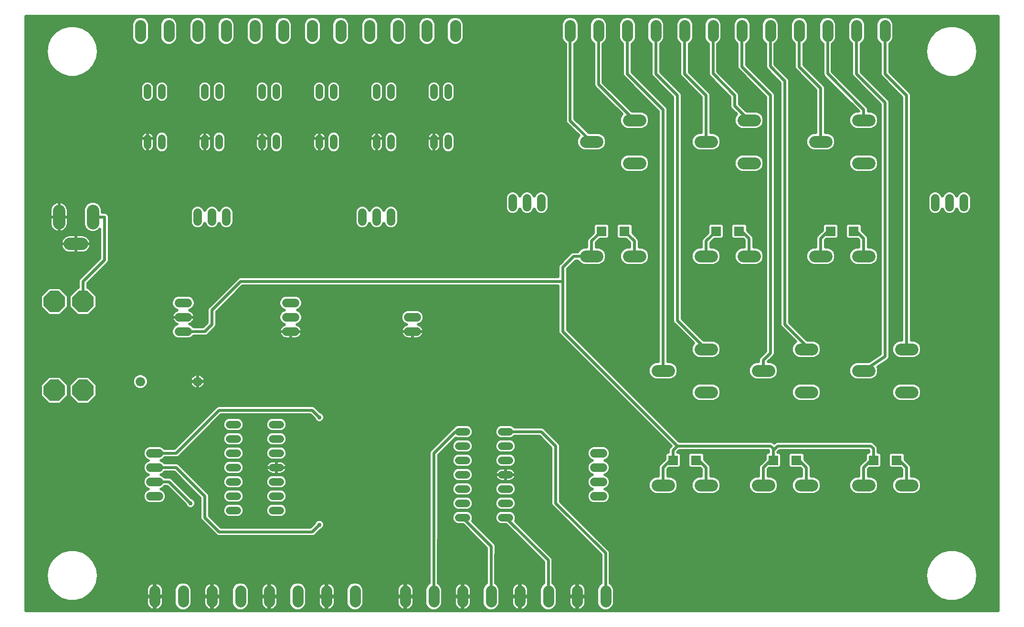
<source format=gbl>
G75*
%MOIN*%
%OFA0B0*%
%FSLAX25Y25*%
%IPPOS*%
%LPD*%
%AMOC8*
5,1,8,0,0,1.08239X$1,22.5*
%
%ADD10C,0.05200*%
%ADD11C,0.08600*%
%ADD12C,0.07800*%
%ADD13C,0.05937*%
%ADD14C,0.06000*%
%ADD15C,0.08250*%
%ADD16R,0.07087X0.06693*%
%ADD17OC8,0.15000*%
%ADD18C,0.06600*%
%ADD19C,0.02000*%
%ADD20C,0.02978*%
D10*
X0150920Y0084333D02*
X0156120Y0084333D01*
X0156120Y0094333D02*
X0150920Y0094333D01*
X0150920Y0104333D02*
X0156120Y0104333D01*
X0156120Y0114333D02*
X0150920Y0114333D01*
X0150920Y0124333D02*
X0156120Y0124333D01*
X0156120Y0134333D02*
X0150920Y0134333D01*
X0150920Y0144333D02*
X0156120Y0144333D01*
X0180920Y0144333D02*
X0186120Y0144333D01*
X0186120Y0134333D02*
X0180920Y0134333D01*
X0180920Y0124333D02*
X0186120Y0124333D01*
X0186120Y0114333D02*
X0180920Y0114333D01*
X0180920Y0104333D02*
X0186120Y0104333D01*
X0186120Y0094333D02*
X0180920Y0094333D01*
X0180920Y0084333D02*
X0186120Y0084333D01*
X0310920Y0079333D02*
X0316120Y0079333D01*
X0316120Y0089333D02*
X0310920Y0089333D01*
X0310920Y0099333D02*
X0316120Y0099333D01*
X0316120Y0109333D02*
X0310920Y0109333D01*
X0310920Y0119333D02*
X0316120Y0119333D01*
X0316120Y0129333D02*
X0310920Y0129333D01*
X0310920Y0139333D02*
X0316120Y0139333D01*
X0340920Y0139333D02*
X0346120Y0139333D01*
X0346120Y0129333D02*
X0340920Y0129333D01*
X0340920Y0119333D02*
X0346120Y0119333D01*
X0346120Y0109333D02*
X0340920Y0109333D01*
X0340920Y0099333D02*
X0346120Y0099333D01*
X0346120Y0089333D02*
X0340920Y0089333D01*
X0340920Y0079333D02*
X0346120Y0079333D01*
X0303520Y0339133D02*
X0303520Y0344333D01*
X0293520Y0344333D02*
X0293520Y0339133D01*
X0263520Y0339133D02*
X0263520Y0344333D01*
X0253520Y0344333D02*
X0253520Y0339133D01*
X0223520Y0339133D02*
X0223520Y0344333D01*
X0213520Y0344333D02*
X0213520Y0339133D01*
X0183520Y0339133D02*
X0183520Y0344333D01*
X0173520Y0344333D02*
X0173520Y0339133D01*
X0143520Y0339133D02*
X0143520Y0344333D01*
X0133520Y0344333D02*
X0133520Y0339133D01*
X0103520Y0339133D02*
X0103520Y0344333D01*
X0093520Y0344333D02*
X0093520Y0339133D01*
X0093520Y0374333D02*
X0093520Y0379533D01*
X0103520Y0379533D02*
X0103520Y0374333D01*
X0133520Y0374333D02*
X0133520Y0379533D01*
X0143520Y0379533D02*
X0143520Y0374333D01*
X0173520Y0374333D02*
X0173520Y0379533D01*
X0183520Y0379533D02*
X0183520Y0374333D01*
X0213520Y0374333D02*
X0213520Y0379533D01*
X0223520Y0379533D02*
X0223520Y0374333D01*
X0253520Y0374333D02*
X0253520Y0379533D01*
X0263520Y0379533D02*
X0263520Y0374333D01*
X0293520Y0374333D02*
X0293520Y0379533D01*
X0303520Y0379533D02*
X0303520Y0374333D01*
D11*
X0055331Y0293633D02*
X0055331Y0285033D01*
X0031709Y0285033D02*
X0031709Y0293633D01*
X0039220Y0270436D02*
X0047820Y0270436D01*
D12*
X0088620Y0415433D02*
X0088620Y0423233D01*
X0108420Y0423233D02*
X0108420Y0415433D01*
X0128620Y0415433D02*
X0128620Y0423233D01*
X0148420Y0423233D02*
X0148420Y0415433D01*
X0168620Y0415433D02*
X0168620Y0423233D01*
X0188420Y0423233D02*
X0188420Y0415433D01*
X0208620Y0415433D02*
X0208620Y0423233D01*
X0228420Y0423233D02*
X0228420Y0415433D01*
X0248620Y0415433D02*
X0248620Y0423233D01*
X0268420Y0423233D02*
X0268420Y0415433D01*
X0288620Y0415433D02*
X0288620Y0423233D01*
X0308420Y0423233D02*
X0308420Y0415433D01*
X0388620Y0415433D02*
X0388620Y0423233D01*
X0408420Y0423233D02*
X0408420Y0415433D01*
X0428620Y0415433D02*
X0428620Y0423233D01*
X0448420Y0423233D02*
X0448420Y0415433D01*
X0468620Y0415433D02*
X0468620Y0423233D01*
X0488420Y0423233D02*
X0488420Y0415433D01*
X0508620Y0415433D02*
X0508620Y0423233D01*
X0528420Y0423233D02*
X0528420Y0415433D01*
X0548620Y0415433D02*
X0548620Y0423233D01*
X0568420Y0423233D02*
X0568420Y0415433D01*
X0588620Y0415433D02*
X0588620Y0423233D01*
X0608420Y0423233D02*
X0608420Y0415433D01*
X0413420Y0028233D02*
X0413420Y0020433D01*
X0393620Y0020433D02*
X0393620Y0028233D01*
X0373420Y0028233D02*
X0373420Y0020433D01*
X0353620Y0020433D02*
X0353620Y0028233D01*
X0333420Y0028233D02*
X0333420Y0020433D01*
X0313620Y0020433D02*
X0313620Y0028233D01*
X0293420Y0028233D02*
X0293420Y0020433D01*
X0273620Y0020433D02*
X0273620Y0028233D01*
X0238420Y0028233D02*
X0238420Y0020433D01*
X0218620Y0020433D02*
X0218620Y0028233D01*
X0198420Y0028233D02*
X0198420Y0020433D01*
X0178620Y0020433D02*
X0178620Y0028233D01*
X0158420Y0028233D02*
X0158420Y0020433D01*
X0138620Y0020433D02*
X0138620Y0028233D01*
X0118420Y0028233D02*
X0118420Y0020433D01*
X0098620Y0020433D02*
X0098620Y0028233D01*
D13*
X0101488Y0094333D02*
X0095551Y0094333D01*
X0095551Y0104333D02*
X0101488Y0104333D01*
X0101488Y0114333D02*
X0095551Y0114333D01*
X0095551Y0124333D02*
X0101488Y0124333D01*
X0275551Y0209333D02*
X0281488Y0209333D01*
X0281488Y0219333D02*
X0275551Y0219333D01*
X0263520Y0286365D02*
X0263520Y0292302D01*
X0253520Y0292302D02*
X0253520Y0286365D01*
X0243520Y0286365D02*
X0243520Y0292302D01*
X0148520Y0292302D02*
X0148520Y0286365D01*
X0138520Y0286365D02*
X0138520Y0292302D01*
X0128520Y0292302D02*
X0128520Y0286365D01*
X0348520Y0296365D02*
X0348520Y0302302D01*
X0358520Y0302302D02*
X0358520Y0296365D01*
X0368520Y0296365D02*
X0368520Y0302302D01*
X0643520Y0302302D02*
X0643520Y0296365D01*
X0653520Y0296365D02*
X0653520Y0302302D01*
X0663520Y0302302D02*
X0663520Y0296365D01*
X0411488Y0124333D02*
X0405551Y0124333D01*
X0405551Y0114333D02*
X0411488Y0114333D01*
X0411488Y0104333D02*
X0405551Y0104333D01*
X0405551Y0094333D02*
X0411488Y0094333D01*
D14*
X0196520Y0209333D02*
X0190520Y0209333D01*
X0190520Y0219333D02*
X0196520Y0219333D01*
X0196520Y0229333D02*
X0190520Y0229333D01*
X0121520Y0229333D02*
X0115520Y0229333D01*
X0115520Y0219333D02*
X0121520Y0219333D01*
X0121520Y0209333D02*
X0115520Y0209333D01*
D15*
X0399395Y0261833D02*
X0407645Y0261833D01*
X0429395Y0261833D02*
X0437645Y0261833D01*
X0479395Y0261833D02*
X0487645Y0261833D01*
X0509395Y0261833D02*
X0517645Y0261833D01*
X0559395Y0261833D02*
X0567645Y0261833D01*
X0589395Y0261833D02*
X0597645Y0261833D01*
X0619395Y0196833D02*
X0627645Y0196833D01*
X0597645Y0181833D02*
X0589395Y0181833D01*
X0619395Y0166833D02*
X0627645Y0166833D01*
X0557645Y0166833D02*
X0549395Y0166833D01*
X0527645Y0181833D02*
X0519395Y0181833D01*
X0549395Y0196833D02*
X0557645Y0196833D01*
X0487645Y0196833D02*
X0479395Y0196833D01*
X0457645Y0181833D02*
X0449395Y0181833D01*
X0479395Y0166833D02*
X0487645Y0166833D01*
X0487645Y0101833D02*
X0479395Y0101833D01*
X0457645Y0101833D02*
X0449395Y0101833D01*
X0519395Y0101833D02*
X0527645Y0101833D01*
X0549395Y0101833D02*
X0557645Y0101833D01*
X0589395Y0101833D02*
X0597645Y0101833D01*
X0619395Y0101833D02*
X0627645Y0101833D01*
X0597645Y0326833D02*
X0589395Y0326833D01*
X0567645Y0341833D02*
X0559395Y0341833D01*
X0589395Y0356833D02*
X0597645Y0356833D01*
X0517645Y0356833D02*
X0509395Y0356833D01*
X0487645Y0341833D02*
X0479395Y0341833D01*
X0509395Y0326833D02*
X0517645Y0326833D01*
X0437645Y0326833D02*
X0429395Y0326833D01*
X0407645Y0341833D02*
X0399395Y0341833D01*
X0429395Y0356833D02*
X0437645Y0356833D01*
D16*
X0426591Y0279333D03*
X0410449Y0279333D03*
X0490449Y0279333D03*
X0506591Y0279333D03*
X0570449Y0279333D03*
X0586591Y0279333D03*
X0600449Y0119333D03*
X0616591Y0119333D03*
X0546591Y0119333D03*
X0530449Y0119333D03*
X0476591Y0119333D03*
X0460449Y0119333D03*
D17*
X0048520Y0168333D03*
X0028520Y0168333D03*
X0028520Y0230333D03*
X0048520Y0230333D03*
D18*
X0088520Y0174333D03*
X0128520Y0174333D03*
D19*
X0008520Y0014333D02*
X0008520Y0429530D01*
X0687496Y0429530D01*
X0687496Y0014333D01*
X0008520Y0014333D01*
X0008520Y0015329D02*
X0095642Y0015329D01*
X0095527Y0015387D02*
X0096355Y0014966D01*
X0097238Y0014679D01*
X0098155Y0014533D01*
X0098320Y0014533D01*
X0098320Y0024033D01*
X0098920Y0024033D01*
X0098920Y0024633D01*
X0104520Y0024633D01*
X0104520Y0028698D01*
X0104374Y0029615D01*
X0104087Y0030498D01*
X0103666Y0031326D01*
X0103120Y0032077D01*
X0102463Y0032734D01*
X0101712Y0033279D01*
X0100884Y0033701D01*
X0100001Y0033988D01*
X0099084Y0034133D01*
X0098920Y0034133D01*
X0098920Y0024633D01*
X0098320Y0024633D01*
X0098320Y0024033D01*
X0092720Y0024033D01*
X0092720Y0019969D01*
X0092865Y0019052D01*
X0093152Y0018169D01*
X0093574Y0017341D01*
X0094119Y0016590D01*
X0094776Y0015933D01*
X0095527Y0015387D01*
X0093583Y0017327D02*
X0008520Y0017327D01*
X0008520Y0019326D02*
X0092822Y0019326D01*
X0092720Y0021324D02*
X0045140Y0021324D01*
X0043511Y0020846D02*
X0048482Y0022306D01*
X0052840Y0025106D01*
X0052840Y0025106D01*
X0052840Y0025106D01*
X0056232Y0029021D01*
X0056232Y0029021D01*
X0058384Y0033733D01*
X0058384Y0033733D01*
X0059121Y0038861D01*
X0058384Y0043988D01*
X0058384Y0043988D01*
X0056232Y0048701D01*
X0052840Y0052616D01*
X0048482Y0055416D01*
X0048482Y0055416D01*
X0043511Y0056876D01*
X0038331Y0056876D01*
X0033361Y0055416D01*
X0033361Y0055416D01*
X0029003Y0052616D01*
X0029003Y0052616D01*
X0029003Y0052616D01*
X0025610Y0048701D01*
X0025610Y0048701D01*
X0023458Y0043988D01*
X0022721Y0038861D01*
X0022721Y0038861D01*
X0023458Y0033733D01*
X0025610Y0029021D01*
X0029003Y0025106D01*
X0033361Y0022306D01*
X0038331Y0020846D01*
X0043511Y0020846D01*
X0048482Y0022306D02*
X0048482Y0022306D01*
X0050065Y0023323D02*
X0092720Y0023323D01*
X0092720Y0024633D02*
X0098320Y0024633D01*
X0098320Y0034133D01*
X0098155Y0034133D01*
X0097238Y0033988D01*
X0096355Y0033701D01*
X0095527Y0033279D01*
X0094776Y0032734D01*
X0094119Y0032077D01*
X0093574Y0031326D01*
X0093152Y0030498D01*
X0092865Y0029615D01*
X0092720Y0028698D01*
X0092720Y0024633D01*
X0092720Y0025321D02*
X0053026Y0025321D01*
X0054758Y0027320D02*
X0092720Y0027320D01*
X0092818Y0029318D02*
X0056368Y0029318D01*
X0057280Y0031317D02*
X0093569Y0031317D01*
X0095598Y0033315D02*
X0058193Y0033315D01*
X0058611Y0035314D02*
X0290220Y0035314D01*
X0290220Y0033510D02*
X0289964Y0033405D01*
X0288248Y0031689D01*
X0287320Y0029447D01*
X0287320Y0019220D01*
X0288248Y0016978D01*
X0289964Y0015262D01*
X0292206Y0014333D01*
X0294633Y0014333D01*
X0296875Y0015262D01*
X0298591Y0016978D01*
X0299520Y0019220D01*
X0299520Y0029447D01*
X0298591Y0031689D01*
X0296875Y0033405D01*
X0296620Y0033510D01*
X0296620Y0054425D01*
X0296716Y0073689D01*
X0296720Y0073697D01*
X0296720Y0074325D01*
X0296723Y0074954D01*
X0296720Y0074961D01*
X0296720Y0123008D01*
X0308749Y0135037D01*
X0309965Y0134533D01*
X0317074Y0134533D01*
X0318839Y0135264D01*
X0320189Y0136614D01*
X0320920Y0138379D01*
X0320920Y0140288D01*
X0320189Y0142052D01*
X0318839Y0143403D01*
X0317074Y0144133D01*
X0309965Y0144133D01*
X0308201Y0143403D01*
X0306941Y0142143D01*
X0306707Y0142046D01*
X0305807Y0141146D01*
X0290807Y0126146D01*
X0290320Y0124970D01*
X0290320Y0074342D01*
X0290223Y0055078D01*
X0290220Y0055070D01*
X0290220Y0054442D01*
X0290217Y0053813D01*
X0290220Y0053805D01*
X0290220Y0033510D01*
X0289875Y0033315D02*
X0276641Y0033315D01*
X0276712Y0033279D02*
X0275884Y0033701D01*
X0275001Y0033988D01*
X0274084Y0034133D01*
X0273920Y0034133D01*
X0273920Y0024633D01*
X0279520Y0024633D01*
X0279520Y0028698D01*
X0279374Y0029615D01*
X0279087Y0030498D01*
X0278666Y0031326D01*
X0278120Y0032077D01*
X0277463Y0032734D01*
X0276712Y0033279D01*
X0278670Y0031317D02*
X0288094Y0031317D01*
X0287320Y0029318D02*
X0279421Y0029318D01*
X0279520Y0027320D02*
X0287320Y0027320D01*
X0287320Y0025321D02*
X0279520Y0025321D01*
X0279520Y0024033D02*
X0273920Y0024033D01*
X0273920Y0024633D01*
X0273320Y0024633D01*
X0273320Y0024033D01*
X0273920Y0024033D01*
X0273920Y0014533D01*
X0274084Y0014533D01*
X0275001Y0014679D01*
X0275884Y0014966D01*
X0276712Y0015387D01*
X0277463Y0015933D01*
X0278120Y0016590D01*
X0278666Y0017341D01*
X0279087Y0018169D01*
X0279374Y0019052D01*
X0279520Y0019969D01*
X0279520Y0024033D01*
X0279520Y0023323D02*
X0287320Y0023323D01*
X0287320Y0021324D02*
X0279520Y0021324D01*
X0279418Y0019326D02*
X0287320Y0019326D01*
X0288104Y0017327D02*
X0278656Y0017327D01*
X0276597Y0015329D02*
X0289897Y0015329D01*
X0296942Y0015329D02*
X0310642Y0015329D01*
X0310527Y0015387D02*
X0311355Y0014966D01*
X0312238Y0014679D01*
X0313155Y0014533D01*
X0313320Y0014533D01*
X0313320Y0024033D01*
X0313920Y0024033D01*
X0313920Y0024633D01*
X0319520Y0024633D01*
X0319520Y0028698D01*
X0319374Y0029615D01*
X0319087Y0030498D01*
X0318666Y0031326D01*
X0318120Y0032077D01*
X0317463Y0032734D01*
X0316712Y0033279D01*
X0315884Y0033701D01*
X0315001Y0033988D01*
X0314084Y0034133D01*
X0313920Y0034133D01*
X0313920Y0024633D01*
X0313320Y0024633D01*
X0313320Y0024033D01*
X0307720Y0024033D01*
X0307720Y0019969D01*
X0307865Y0019052D01*
X0308152Y0018169D01*
X0308574Y0017341D01*
X0309119Y0016590D01*
X0309776Y0015933D01*
X0310527Y0015387D01*
X0308583Y0017327D02*
X0298736Y0017327D01*
X0299520Y0019326D02*
X0307822Y0019326D01*
X0307720Y0021324D02*
X0299520Y0021324D01*
X0299520Y0023323D02*
X0307720Y0023323D01*
X0307720Y0024633D02*
X0313320Y0024633D01*
X0313320Y0034133D01*
X0313155Y0034133D01*
X0312238Y0033988D01*
X0311355Y0033701D01*
X0310527Y0033279D01*
X0309776Y0032734D01*
X0309119Y0032077D01*
X0308574Y0031326D01*
X0308152Y0030498D01*
X0307865Y0029615D01*
X0307720Y0028698D01*
X0307720Y0024633D01*
X0307720Y0025321D02*
X0299520Y0025321D01*
X0299520Y0027320D02*
X0307720Y0027320D01*
X0307818Y0029318D02*
X0299520Y0029318D01*
X0298745Y0031317D02*
X0308569Y0031317D01*
X0310598Y0033315D02*
X0296964Y0033315D01*
X0296620Y0035314D02*
X0330220Y0035314D01*
X0330220Y0033510D02*
X0329964Y0033405D01*
X0328248Y0031689D01*
X0327320Y0029447D01*
X0327320Y0019220D01*
X0328248Y0016978D01*
X0329964Y0015262D01*
X0332206Y0014333D01*
X0334633Y0014333D01*
X0336875Y0015262D01*
X0338591Y0016978D01*
X0339520Y0019220D01*
X0339520Y0029447D01*
X0338591Y0031689D01*
X0336875Y0033405D01*
X0336620Y0033510D01*
X0336620Y0053455D01*
X0336720Y0053697D01*
X0336720Y0059970D01*
X0336233Y0061146D01*
X0320357Y0077021D01*
X0320920Y0078379D01*
X0320920Y0080288D01*
X0320189Y0082052D01*
X0318839Y0083403D01*
X0317074Y0084133D01*
X0309965Y0084133D01*
X0308201Y0083403D01*
X0306850Y0082052D01*
X0306120Y0080288D01*
X0306120Y0078379D01*
X0306850Y0076614D01*
X0308201Y0075264D01*
X0309965Y0074533D01*
X0313794Y0074533D01*
X0330320Y0058008D01*
X0330320Y0055111D01*
X0330220Y0054870D01*
X0330220Y0033510D01*
X0329875Y0033315D02*
X0316641Y0033315D01*
X0313920Y0033315D02*
X0313320Y0033315D01*
X0313320Y0031317D02*
X0313920Y0031317D01*
X0313920Y0029318D02*
X0313320Y0029318D01*
X0313320Y0027320D02*
X0313920Y0027320D01*
X0313920Y0025321D02*
X0313320Y0025321D01*
X0313920Y0024033D02*
X0319520Y0024033D01*
X0319520Y0019969D01*
X0319374Y0019052D01*
X0319087Y0018169D01*
X0318666Y0017341D01*
X0318120Y0016590D01*
X0317463Y0015933D01*
X0316712Y0015387D01*
X0315884Y0014966D01*
X0315001Y0014679D01*
X0314084Y0014533D01*
X0313920Y0014533D01*
X0313920Y0024033D01*
X0313920Y0023323D02*
X0313320Y0023323D01*
X0313320Y0021324D02*
X0313920Y0021324D01*
X0313920Y0019326D02*
X0313320Y0019326D01*
X0313320Y0017327D02*
X0313920Y0017327D01*
X0313920Y0015329D02*
X0313320Y0015329D01*
X0316597Y0015329D02*
X0329897Y0015329D01*
X0328104Y0017327D02*
X0318656Y0017327D01*
X0319418Y0019326D02*
X0327320Y0019326D01*
X0327320Y0021324D02*
X0319520Y0021324D01*
X0319520Y0023323D02*
X0327320Y0023323D01*
X0327320Y0025321D02*
X0319520Y0025321D01*
X0319520Y0027320D02*
X0327320Y0027320D01*
X0327320Y0029318D02*
X0319421Y0029318D01*
X0318670Y0031317D02*
X0328094Y0031317D01*
X0330220Y0037312D02*
X0296620Y0037312D01*
X0296620Y0039311D02*
X0330220Y0039311D01*
X0330220Y0041310D02*
X0296620Y0041310D01*
X0296620Y0043308D02*
X0330220Y0043308D01*
X0330220Y0045307D02*
X0296620Y0045307D01*
X0296620Y0047305D02*
X0330220Y0047305D01*
X0330220Y0049304D02*
X0296620Y0049304D01*
X0296620Y0051302D02*
X0330220Y0051302D01*
X0330220Y0053301D02*
X0296620Y0053301D01*
X0296624Y0055299D02*
X0330320Y0055299D01*
X0330320Y0057298D02*
X0296634Y0057298D01*
X0296644Y0059296D02*
X0329031Y0059296D01*
X0327033Y0061295D02*
X0296654Y0061295D01*
X0296664Y0063293D02*
X0325034Y0063293D01*
X0323036Y0065292D02*
X0296674Y0065292D01*
X0296684Y0067290D02*
X0321037Y0067290D01*
X0319039Y0069289D02*
X0296694Y0069289D01*
X0296704Y0071287D02*
X0317040Y0071287D01*
X0315042Y0073286D02*
X0296714Y0073286D01*
X0296720Y0075284D02*
X0308181Y0075284D01*
X0306574Y0077283D02*
X0296720Y0077283D01*
X0296720Y0079281D02*
X0306120Y0079281D01*
X0306530Y0081280D02*
X0296720Y0081280D01*
X0296720Y0083278D02*
X0308076Y0083278D01*
X0308201Y0085264D02*
X0309965Y0084533D01*
X0317074Y0084533D01*
X0318839Y0085264D01*
X0320189Y0086614D01*
X0320920Y0088379D01*
X0320920Y0090288D01*
X0320189Y0092052D01*
X0318839Y0093403D01*
X0317074Y0094133D01*
X0309965Y0094133D01*
X0308201Y0093403D01*
X0306850Y0092052D01*
X0306120Y0090288D01*
X0306120Y0088379D01*
X0306850Y0086614D01*
X0308201Y0085264D01*
X0308188Y0085277D02*
X0296720Y0085277D01*
X0296720Y0087275D02*
X0306577Y0087275D01*
X0306120Y0089274D02*
X0296720Y0089274D01*
X0296720Y0091272D02*
X0306527Y0091272D01*
X0308069Y0093271D02*
X0296720Y0093271D01*
X0296720Y0095269D02*
X0308195Y0095269D01*
X0308201Y0095264D02*
X0309965Y0094533D01*
X0317074Y0094533D01*
X0318839Y0095264D01*
X0320189Y0096614D01*
X0320920Y0098379D01*
X0320920Y0100288D01*
X0320189Y0102052D01*
X0318839Y0103403D01*
X0317074Y0104133D01*
X0309965Y0104133D01*
X0308201Y0103403D01*
X0306850Y0102052D01*
X0306120Y0100288D01*
X0306120Y0098379D01*
X0306850Y0096614D01*
X0308201Y0095264D01*
X0306580Y0097268D02*
X0296720Y0097268D01*
X0296720Y0099266D02*
X0306120Y0099266D01*
X0306524Y0101265D02*
X0296720Y0101265D01*
X0296720Y0103263D02*
X0308062Y0103263D01*
X0308206Y0105262D02*
X0296720Y0105262D01*
X0296720Y0107260D02*
X0306583Y0107260D01*
X0306850Y0106614D02*
X0306120Y0108379D01*
X0306120Y0110288D01*
X0306850Y0112052D01*
X0308201Y0113403D01*
X0309965Y0114133D01*
X0317074Y0114133D01*
X0318839Y0113403D01*
X0320189Y0112052D01*
X0320920Y0110288D01*
X0320920Y0108379D01*
X0320189Y0106614D01*
X0318839Y0105264D01*
X0317074Y0104533D01*
X0309965Y0104533D01*
X0308201Y0105264D01*
X0306850Y0106614D01*
X0306120Y0109259D02*
X0296720Y0109259D01*
X0296720Y0111257D02*
X0306521Y0111257D01*
X0308054Y0113256D02*
X0296720Y0113256D01*
X0296720Y0115254D02*
X0308224Y0115254D01*
X0308201Y0115264D02*
X0309965Y0114533D01*
X0317074Y0114533D01*
X0318839Y0115264D01*
X0320189Y0116614D01*
X0320920Y0118379D01*
X0320920Y0120288D01*
X0320189Y0122052D01*
X0318839Y0123403D01*
X0317074Y0124133D01*
X0309965Y0124133D01*
X0308201Y0123403D01*
X0306850Y0122052D01*
X0306120Y0120288D01*
X0306120Y0118379D01*
X0306850Y0116614D01*
X0308201Y0115264D01*
X0306586Y0117253D02*
X0296720Y0117253D01*
X0296720Y0119251D02*
X0306120Y0119251D01*
X0306518Y0121250D02*
X0296720Y0121250D01*
X0296960Y0123248D02*
X0308047Y0123248D01*
X0308242Y0125247D02*
X0298959Y0125247D01*
X0300957Y0127245D02*
X0306589Y0127245D01*
X0306850Y0126614D02*
X0308201Y0125264D01*
X0309965Y0124533D01*
X0317074Y0124533D01*
X0318839Y0125264D01*
X0320189Y0126614D01*
X0320920Y0128379D01*
X0320920Y0130288D01*
X0320189Y0132052D01*
X0318839Y0133403D01*
X0317074Y0134133D01*
X0309965Y0134133D01*
X0308201Y0133403D01*
X0306850Y0132052D01*
X0306120Y0130288D01*
X0306120Y0128379D01*
X0306850Y0126614D01*
X0306120Y0129244D02*
X0302956Y0129244D01*
X0304954Y0131243D02*
X0306515Y0131243D01*
X0306953Y0133241D02*
X0308039Y0133241D01*
X0301899Y0137238D02*
X0190003Y0137238D01*
X0190189Y0137052D02*
X0188839Y0138403D01*
X0187074Y0139133D01*
X0179965Y0139133D01*
X0178201Y0138403D01*
X0176850Y0137052D01*
X0176120Y0135288D01*
X0176120Y0133379D01*
X0176850Y0131614D01*
X0178201Y0130264D01*
X0179965Y0129533D01*
X0187074Y0129533D01*
X0188839Y0130264D01*
X0190189Y0131614D01*
X0190920Y0133379D01*
X0190920Y0135288D01*
X0190189Y0137052D01*
X0190920Y0135240D02*
X0299900Y0135240D01*
X0297902Y0133241D02*
X0190863Y0133241D01*
X0189817Y0131243D02*
X0295903Y0131243D01*
X0293905Y0129244D02*
X0122956Y0129244D01*
X0124954Y0131243D02*
X0147222Y0131243D01*
X0146850Y0131614D02*
X0148201Y0130264D01*
X0149965Y0129533D01*
X0157074Y0129533D01*
X0158839Y0130264D01*
X0160189Y0131614D01*
X0160920Y0133379D01*
X0160920Y0135288D01*
X0160189Y0137052D01*
X0158839Y0138403D01*
X0157074Y0139133D01*
X0149965Y0139133D01*
X0148201Y0138403D01*
X0146850Y0137052D01*
X0146120Y0135288D01*
X0146120Y0133379D01*
X0146850Y0131614D01*
X0146177Y0133241D02*
X0126953Y0133241D01*
X0128951Y0135240D02*
X0146120Y0135240D01*
X0147036Y0137238D02*
X0130950Y0137238D01*
X0132948Y0139237D02*
X0303897Y0139237D01*
X0305896Y0141235D02*
X0189810Y0141235D01*
X0190189Y0141614D02*
X0190920Y0143379D01*
X0190920Y0145288D01*
X0190189Y0147052D01*
X0188839Y0148403D01*
X0187074Y0149133D01*
X0179965Y0149133D01*
X0178201Y0148403D01*
X0176850Y0147052D01*
X0176120Y0145288D01*
X0176120Y0143379D01*
X0176850Y0141614D01*
X0178201Y0140264D01*
X0179965Y0139533D01*
X0187074Y0139533D01*
X0188839Y0140264D01*
X0190189Y0141614D01*
X0190860Y0143234D02*
X0308032Y0143234D01*
X0308520Y0139333D02*
X0313520Y0139333D01*
X0308520Y0139333D02*
X0293520Y0124333D01*
X0293520Y0074333D01*
X0293420Y0054433D01*
X0293420Y0024333D01*
X0273920Y0025321D02*
X0273320Y0025321D01*
X0273320Y0024633D02*
X0273320Y0034133D01*
X0273155Y0034133D01*
X0272238Y0033988D01*
X0271355Y0033701D01*
X0270527Y0033279D01*
X0269776Y0032734D01*
X0269119Y0032077D01*
X0268574Y0031326D01*
X0268152Y0030498D01*
X0267865Y0029615D01*
X0267720Y0028698D01*
X0267720Y0024633D01*
X0273320Y0024633D01*
X0273320Y0024033D02*
X0267720Y0024033D01*
X0267720Y0019969D01*
X0267865Y0019052D01*
X0268152Y0018169D01*
X0268574Y0017341D01*
X0269119Y0016590D01*
X0269776Y0015933D01*
X0270527Y0015387D01*
X0271355Y0014966D01*
X0272238Y0014679D01*
X0273155Y0014533D01*
X0273320Y0014533D01*
X0273320Y0024033D01*
X0273320Y0023323D02*
X0273920Y0023323D01*
X0273920Y0021324D02*
X0273320Y0021324D01*
X0273320Y0019326D02*
X0273920Y0019326D01*
X0273920Y0017327D02*
X0273320Y0017327D01*
X0273320Y0015329D02*
X0273920Y0015329D01*
X0270642Y0015329D02*
X0241942Y0015329D01*
X0241875Y0015262D02*
X0243591Y0016978D01*
X0244520Y0019220D01*
X0244520Y0029447D01*
X0243591Y0031689D01*
X0241875Y0033405D01*
X0239633Y0034333D01*
X0237206Y0034333D01*
X0234964Y0033405D01*
X0233248Y0031689D01*
X0232320Y0029447D01*
X0232320Y0019220D01*
X0233248Y0016978D01*
X0234964Y0015262D01*
X0237206Y0014333D01*
X0239633Y0014333D01*
X0241875Y0015262D01*
X0243736Y0017327D02*
X0268583Y0017327D01*
X0267822Y0019326D02*
X0244520Y0019326D01*
X0244520Y0021324D02*
X0267720Y0021324D01*
X0267720Y0023323D02*
X0244520Y0023323D01*
X0244520Y0025321D02*
X0267720Y0025321D01*
X0267720Y0027320D02*
X0244520Y0027320D01*
X0244520Y0029318D02*
X0267818Y0029318D01*
X0268569Y0031317D02*
X0243745Y0031317D01*
X0241964Y0033315D02*
X0270598Y0033315D01*
X0273320Y0033315D02*
X0273920Y0033315D01*
X0273920Y0031317D02*
X0273320Y0031317D01*
X0273320Y0029318D02*
X0273920Y0029318D01*
X0273920Y0027320D02*
X0273320Y0027320D01*
X0290220Y0037312D02*
X0058899Y0037312D01*
X0059057Y0039311D02*
X0290220Y0039311D01*
X0290220Y0041310D02*
X0058769Y0041310D01*
X0058482Y0043308D02*
X0290220Y0043308D01*
X0290220Y0045307D02*
X0057782Y0045307D01*
X0056869Y0047305D02*
X0290220Y0047305D01*
X0290220Y0049304D02*
X0055710Y0049304D01*
X0056232Y0048701D02*
X0056232Y0048701D01*
X0053978Y0051302D02*
X0290220Y0051302D01*
X0290220Y0053301D02*
X0051774Y0053301D01*
X0052840Y0052616D02*
X0052840Y0052616D01*
X0048664Y0055299D02*
X0290224Y0055299D01*
X0290234Y0057298D02*
X0008520Y0057298D01*
X0008520Y0059296D02*
X0290244Y0059296D01*
X0290254Y0061295D02*
X0008520Y0061295D01*
X0008520Y0063293D02*
X0290264Y0063293D01*
X0290274Y0065292D02*
X0008520Y0065292D01*
X0008520Y0067290D02*
X0141037Y0067290D01*
X0140807Y0067521D02*
X0141707Y0066620D01*
X0142883Y0066133D01*
X0209156Y0066133D01*
X0210332Y0066620D01*
X0214429Y0070717D01*
X0215609Y0071206D01*
X0216647Y0072244D01*
X0217209Y0073600D01*
X0217209Y0075067D01*
X0216647Y0076423D01*
X0215609Y0077461D01*
X0214253Y0078022D01*
X0212786Y0078022D01*
X0211430Y0077461D01*
X0210392Y0076423D01*
X0209903Y0075242D01*
X0207194Y0072533D01*
X0144845Y0072533D01*
X0136720Y0080659D01*
X0136720Y0094970D01*
X0136233Y0096146D01*
X0135332Y0097046D01*
X0115332Y0117046D01*
X0114156Y0117533D01*
X0105598Y0117533D01*
X0104416Y0118715D01*
X0102923Y0119333D01*
X0104416Y0119952D01*
X0105598Y0121133D01*
X0114156Y0121133D01*
X0115332Y0121620D01*
X0144845Y0151133D01*
X0207194Y0151133D01*
X0209903Y0148424D01*
X0210392Y0147244D01*
X0211430Y0146206D01*
X0212786Y0145644D01*
X0214253Y0145644D01*
X0215609Y0146206D01*
X0216647Y0147244D01*
X0217209Y0148600D01*
X0217209Y0150067D01*
X0216647Y0151423D01*
X0215609Y0152461D01*
X0214429Y0152950D01*
X0211233Y0156146D01*
X0210332Y0157046D01*
X0209156Y0157533D01*
X0142883Y0157533D01*
X0141707Y0157046D01*
X0140807Y0156146D01*
X0112194Y0127533D01*
X0105598Y0127533D01*
X0104416Y0128715D01*
X0102516Y0129502D01*
X0094523Y0129502D01*
X0092623Y0128715D01*
X0091170Y0127261D01*
X0090383Y0125361D01*
X0090383Y0123305D01*
X0091170Y0121406D01*
X0092623Y0119952D01*
X0094116Y0119333D01*
X0092623Y0118715D01*
X0091170Y0117261D01*
X0090383Y0115361D01*
X0090383Y0113305D01*
X0091170Y0111406D01*
X0092623Y0109952D01*
X0094116Y0109333D01*
X0092623Y0108715D01*
X0091170Y0107261D01*
X0090383Y0105361D01*
X0090383Y0103305D01*
X0091170Y0101406D01*
X0092623Y0099952D01*
X0094116Y0099333D01*
X0092623Y0098715D01*
X0091170Y0097261D01*
X0090383Y0095361D01*
X0090383Y0093305D01*
X0091170Y0091406D01*
X0092623Y0089952D01*
X0094523Y0089165D01*
X0102516Y0089165D01*
X0104416Y0089952D01*
X0105870Y0091406D01*
X0106657Y0093305D01*
X0106657Y0095361D01*
X0105870Y0097261D01*
X0104416Y0098715D01*
X0102923Y0099333D01*
X0104416Y0099952D01*
X0105598Y0101133D01*
X0107194Y0101133D01*
X0119903Y0088424D01*
X0120392Y0087244D01*
X0121430Y0086206D01*
X0122786Y0085644D01*
X0124253Y0085644D01*
X0125609Y0086206D01*
X0126647Y0087244D01*
X0127209Y0088600D01*
X0127209Y0090067D01*
X0126647Y0091423D01*
X0125609Y0092461D01*
X0124429Y0092950D01*
X0110332Y0107046D01*
X0109156Y0107533D01*
X0105598Y0107533D01*
X0104416Y0108715D01*
X0102923Y0109333D01*
X0104416Y0109952D01*
X0105598Y0111133D01*
X0112194Y0111133D01*
X0130320Y0093008D01*
X0130320Y0078697D01*
X0130807Y0077521D01*
X0131707Y0076620D01*
X0140807Y0067521D01*
X0140807Y0067521D01*
X0139039Y0069289D02*
X0008520Y0069289D01*
X0008520Y0071287D02*
X0137040Y0071287D01*
X0135042Y0073286D02*
X0008520Y0073286D01*
X0008520Y0075284D02*
X0133043Y0075284D01*
X0131707Y0076620D02*
X0131707Y0076620D01*
X0131045Y0077283D02*
X0008520Y0077283D01*
X0008520Y0079281D02*
X0130320Y0079281D01*
X0130320Y0081280D02*
X0008520Y0081280D01*
X0008520Y0083278D02*
X0130320Y0083278D01*
X0130320Y0085277D02*
X0008520Y0085277D01*
X0008520Y0087275D02*
X0120379Y0087275D01*
X0119054Y0089274D02*
X0102779Y0089274D01*
X0105737Y0091272D02*
X0117055Y0091272D01*
X0115057Y0093271D02*
X0106642Y0093271D01*
X0106657Y0095269D02*
X0113058Y0095269D01*
X0111060Y0097268D02*
X0105863Y0097268D01*
X0103085Y0099266D02*
X0109061Y0099266D01*
X0108520Y0104333D02*
X0098520Y0104333D01*
X0103103Y0109259D02*
X0114069Y0109259D01*
X0116067Y0107260D02*
X0109815Y0107260D01*
X0112117Y0105262D02*
X0118066Y0105262D01*
X0120064Y0103263D02*
X0114115Y0103263D01*
X0116114Y0101265D02*
X0122063Y0101265D01*
X0124061Y0099266D02*
X0118112Y0099266D01*
X0120111Y0097268D02*
X0126060Y0097268D01*
X0128058Y0095269D02*
X0122109Y0095269D01*
X0124108Y0093271D02*
X0130057Y0093271D01*
X0130320Y0091272D02*
X0126709Y0091272D01*
X0127209Y0089274D02*
X0130320Y0089274D01*
X0130320Y0087275D02*
X0126660Y0087275D01*
X0123520Y0089333D02*
X0108520Y0104333D01*
X0113520Y0114333D02*
X0098520Y0114333D01*
X0103121Y0119251D02*
X0290320Y0119251D01*
X0290320Y0117253D02*
X0189684Y0117253D01*
X0189628Y0117330D02*
X0189116Y0117842D01*
X0188531Y0118268D01*
X0187885Y0118596D01*
X0187197Y0118820D01*
X0186482Y0118933D01*
X0183520Y0118933D01*
X0183520Y0114333D01*
X0183520Y0114333D01*
X0190720Y0114333D01*
X0190720Y0113971D01*
X0190606Y0113256D01*
X0290320Y0113256D01*
X0290320Y0115254D02*
X0190631Y0115254D01*
X0190606Y0115410D02*
X0190383Y0116099D01*
X0190054Y0116744D01*
X0189628Y0117330D01*
X0190606Y0115410D02*
X0190720Y0114695D01*
X0190720Y0114333D01*
X0183520Y0114333D01*
X0183520Y0109733D01*
X0186482Y0109733D01*
X0187197Y0109847D01*
X0187885Y0110070D01*
X0188531Y0110399D01*
X0189116Y0110825D01*
X0189628Y0111337D01*
X0190054Y0111922D01*
X0190383Y0112568D01*
X0190606Y0113256D01*
X0189549Y0111257D02*
X0290320Y0111257D01*
X0290320Y0109259D02*
X0123120Y0109259D01*
X0125118Y0107260D02*
X0147059Y0107260D01*
X0146850Y0107052D02*
X0146120Y0105288D01*
X0146120Y0103379D01*
X0146850Y0101614D01*
X0148201Y0100264D01*
X0149965Y0099533D01*
X0157074Y0099533D01*
X0158839Y0100264D01*
X0160189Y0101614D01*
X0160920Y0103379D01*
X0160920Y0105288D01*
X0160189Y0107052D01*
X0158839Y0108403D01*
X0157074Y0109133D01*
X0149965Y0109133D01*
X0148201Y0108403D01*
X0146850Y0107052D01*
X0146120Y0105262D02*
X0127117Y0105262D01*
X0129115Y0103263D02*
X0146167Y0103263D01*
X0147200Y0101265D02*
X0131114Y0101265D01*
X0133112Y0099266D02*
X0290320Y0099266D01*
X0290320Y0097268D02*
X0189973Y0097268D01*
X0190189Y0097052D02*
X0188839Y0098403D01*
X0187074Y0099133D01*
X0179965Y0099133D01*
X0178201Y0098403D01*
X0176850Y0097052D01*
X0176120Y0095288D01*
X0176120Y0093379D01*
X0176850Y0091614D01*
X0178201Y0090264D01*
X0179965Y0089533D01*
X0187074Y0089533D01*
X0188839Y0090264D01*
X0190189Y0091614D01*
X0190920Y0093379D01*
X0190920Y0095288D01*
X0190189Y0097052D01*
X0190920Y0095269D02*
X0290320Y0095269D01*
X0290320Y0093271D02*
X0190875Y0093271D01*
X0189847Y0091272D02*
X0290320Y0091272D01*
X0290320Y0089274D02*
X0136720Y0089274D01*
X0136720Y0091272D02*
X0147192Y0091272D01*
X0146850Y0091614D02*
X0148201Y0090264D01*
X0149965Y0089533D01*
X0157074Y0089533D01*
X0158839Y0090264D01*
X0160189Y0091614D01*
X0160920Y0093379D01*
X0160920Y0095288D01*
X0160189Y0097052D01*
X0158839Y0098403D01*
X0157074Y0099133D01*
X0149965Y0099133D01*
X0148201Y0098403D01*
X0146850Y0097052D01*
X0146120Y0095288D01*
X0146120Y0093379D01*
X0146850Y0091614D01*
X0146164Y0093271D02*
X0136720Y0093271D01*
X0136596Y0095269D02*
X0146120Y0095269D01*
X0147066Y0097268D02*
X0135111Y0097268D01*
X0133520Y0094333D02*
X0133520Y0079333D01*
X0143520Y0069333D01*
X0208520Y0069333D01*
X0213520Y0074333D01*
X0217079Y0073286D02*
X0290314Y0073286D01*
X0290320Y0075284D02*
X0217119Y0075284D01*
X0215787Y0077283D02*
X0290320Y0077283D01*
X0290320Y0079281D02*
X0138097Y0079281D01*
X0136720Y0081280D02*
X0147185Y0081280D01*
X0146850Y0081614D02*
X0148201Y0080264D01*
X0149965Y0079533D01*
X0157074Y0079533D01*
X0158839Y0080264D01*
X0160189Y0081614D01*
X0160920Y0083379D01*
X0160920Y0085288D01*
X0160189Y0087052D01*
X0158839Y0088403D01*
X0157074Y0089133D01*
X0149965Y0089133D01*
X0148201Y0088403D01*
X0146850Y0087052D01*
X0146120Y0085288D01*
X0146120Y0083379D01*
X0146850Y0081614D01*
X0146161Y0083278D02*
X0136720Y0083278D01*
X0136720Y0085277D02*
X0146120Y0085277D01*
X0147073Y0087275D02*
X0136720Y0087275D01*
X0133520Y0094333D02*
X0113520Y0114333D01*
X0114833Y0117253D02*
X0147051Y0117253D01*
X0146850Y0117052D02*
X0146120Y0115288D01*
X0146120Y0113379D01*
X0146850Y0111614D01*
X0148201Y0110264D01*
X0149965Y0109533D01*
X0157074Y0109533D01*
X0158839Y0110264D01*
X0160189Y0111614D01*
X0160920Y0113379D01*
X0160920Y0115288D01*
X0160189Y0117052D01*
X0158839Y0118403D01*
X0157074Y0119133D01*
X0149965Y0119133D01*
X0148201Y0118403D01*
X0146850Y0117052D01*
X0146120Y0115254D02*
X0117124Y0115254D01*
X0119123Y0113256D02*
X0146170Y0113256D01*
X0147207Y0111257D02*
X0121121Y0111257D01*
X0114438Y0121250D02*
X0147215Y0121250D01*
X0146850Y0121614D02*
X0148201Y0120264D01*
X0149965Y0119533D01*
X0157074Y0119533D01*
X0158839Y0120264D01*
X0160189Y0121614D01*
X0160920Y0123379D01*
X0160920Y0125288D01*
X0160189Y0127052D01*
X0158839Y0128403D01*
X0157074Y0129133D01*
X0149965Y0129133D01*
X0148201Y0128403D01*
X0146850Y0127052D01*
X0146120Y0125288D01*
X0146120Y0123379D01*
X0146850Y0121614D01*
X0146174Y0123248D02*
X0116960Y0123248D01*
X0118959Y0125247D02*
X0146120Y0125247D01*
X0147044Y0127245D02*
X0120957Y0127245D01*
X0115903Y0131243D02*
X0008520Y0131243D01*
X0008520Y0133241D02*
X0117902Y0133241D01*
X0119900Y0135240D02*
X0008520Y0135240D01*
X0008520Y0137238D02*
X0121899Y0137238D01*
X0123897Y0139237D02*
X0008520Y0139237D01*
X0008520Y0141235D02*
X0125896Y0141235D01*
X0127894Y0143234D02*
X0008520Y0143234D01*
X0008520Y0145232D02*
X0129893Y0145232D01*
X0131891Y0147231D02*
X0008520Y0147231D01*
X0008520Y0149229D02*
X0133890Y0149229D01*
X0135889Y0151228D02*
X0008520Y0151228D01*
X0008520Y0153226D02*
X0137887Y0153226D01*
X0139886Y0155225D02*
X0008520Y0155225D01*
X0008520Y0157223D02*
X0142134Y0157223D01*
X0140807Y0156146D02*
X0140807Y0156146D01*
X0143520Y0154333D02*
X0208520Y0154333D01*
X0213520Y0149333D01*
X0217209Y0149229D02*
X0439098Y0149229D01*
X0437100Y0151228D02*
X0216728Y0151228D01*
X0214152Y0153226D02*
X0435101Y0153226D01*
X0433103Y0155225D02*
X0212154Y0155225D01*
X0209905Y0157223D02*
X0431104Y0157223D01*
X0429106Y0159222D02*
X0053126Y0159222D01*
X0052538Y0158633D02*
X0058220Y0164315D01*
X0058220Y0172351D01*
X0052538Y0178033D01*
X0044502Y0178033D01*
X0038820Y0172351D01*
X0038820Y0164315D01*
X0044502Y0158633D01*
X0052538Y0158633D01*
X0055124Y0161220D02*
X0427107Y0161220D01*
X0425109Y0163219D02*
X0057123Y0163219D01*
X0058220Y0165217D02*
X0423110Y0165217D01*
X0421112Y0167216D02*
X0058220Y0167216D01*
X0058220Y0169214D02*
X0086506Y0169214D01*
X0087426Y0168833D02*
X0085404Y0169671D01*
X0083857Y0171218D01*
X0083020Y0173239D01*
X0083020Y0175427D01*
X0083857Y0177449D01*
X0085404Y0178996D01*
X0087426Y0179833D01*
X0089614Y0179833D01*
X0091635Y0178996D01*
X0093182Y0177449D01*
X0094020Y0175427D01*
X0094020Y0173239D01*
X0093182Y0171218D01*
X0091635Y0169671D01*
X0089614Y0168833D01*
X0087426Y0168833D01*
X0090533Y0169214D02*
X0127123Y0169214D01*
X0127279Y0169164D02*
X0128103Y0169033D01*
X0128420Y0169033D01*
X0128420Y0174233D01*
X0128620Y0174233D01*
X0128620Y0174433D01*
X0133820Y0174433D01*
X0133820Y0174750D01*
X0133689Y0175574D01*
X0133431Y0176368D01*
X0133053Y0177111D01*
X0132562Y0177786D01*
X0131972Y0178376D01*
X0131297Y0178866D01*
X0130554Y0179245D01*
X0129761Y0179503D01*
X0128937Y0179633D01*
X0128620Y0179633D01*
X0128620Y0174433D01*
X0128420Y0174433D01*
X0128420Y0174233D01*
X0123220Y0174233D01*
X0123220Y0173916D01*
X0123350Y0173092D01*
X0123608Y0172299D01*
X0123987Y0171556D01*
X0124477Y0170881D01*
X0125067Y0170291D01*
X0125742Y0169800D01*
X0126485Y0169422D01*
X0127279Y0169164D01*
X0128420Y0169214D02*
X0128620Y0169214D01*
X0128620Y0169033D02*
X0128937Y0169033D01*
X0129761Y0169164D01*
X0130554Y0169422D01*
X0131297Y0169800D01*
X0131972Y0170291D01*
X0132562Y0170881D01*
X0133053Y0171556D01*
X0133431Y0172299D01*
X0133689Y0173092D01*
X0133820Y0173916D01*
X0133820Y0174233D01*
X0128620Y0174233D01*
X0128620Y0169033D01*
X0129916Y0169214D02*
X0419113Y0169214D01*
X0417115Y0171213D02*
X0132804Y0171213D01*
X0133708Y0173211D02*
X0415116Y0173211D01*
X0413118Y0175210D02*
X0133747Y0175210D01*
X0132982Y0177208D02*
X0411119Y0177208D01*
X0409121Y0179207D02*
X0130629Y0179207D01*
X0128620Y0179207D02*
X0128420Y0179207D01*
X0128420Y0179633D02*
X0128103Y0179633D01*
X0127279Y0179503D01*
X0126485Y0179245D01*
X0125742Y0178866D01*
X0125067Y0178376D01*
X0124477Y0177786D01*
X0123987Y0177111D01*
X0123608Y0176368D01*
X0123350Y0175574D01*
X0123220Y0174750D01*
X0123220Y0174433D01*
X0128420Y0174433D01*
X0128420Y0179633D01*
X0126410Y0179207D02*
X0091126Y0179207D01*
X0093282Y0177208D02*
X0124057Y0177208D01*
X0123292Y0175210D02*
X0094020Y0175210D01*
X0094008Y0173211D02*
X0123331Y0173211D01*
X0124236Y0171213D02*
X0093177Y0171213D01*
X0083862Y0171213D02*
X0058220Y0171213D01*
X0057360Y0173211D02*
X0083031Y0173211D01*
X0083020Y0175210D02*
X0055361Y0175210D01*
X0053363Y0177208D02*
X0083757Y0177208D01*
X0085913Y0179207D02*
X0008520Y0179207D01*
X0008520Y0181205D02*
X0407122Y0181205D01*
X0405124Y0183204D02*
X0008520Y0183204D01*
X0008520Y0185202D02*
X0403125Y0185202D01*
X0401127Y0187201D02*
X0008520Y0187201D01*
X0008520Y0189199D02*
X0399128Y0189199D01*
X0397130Y0191198D02*
X0008520Y0191198D01*
X0008520Y0193196D02*
X0395131Y0193196D01*
X0393133Y0195195D02*
X0008520Y0195195D01*
X0008520Y0197193D02*
X0391134Y0197193D01*
X0389136Y0199192D02*
X0008520Y0199192D01*
X0008520Y0201190D02*
X0387137Y0201190D01*
X0385139Y0203189D02*
X0008520Y0203189D01*
X0008520Y0205187D02*
X0112312Y0205187D01*
X0112574Y0204925D02*
X0114485Y0204133D01*
X0122554Y0204133D01*
X0124465Y0204925D01*
X0125674Y0206133D01*
X0134156Y0206133D01*
X0135332Y0206620D01*
X0140332Y0211620D01*
X0141233Y0212521D01*
X0141720Y0213697D01*
X0141720Y0223008D01*
X0159845Y0241133D01*
X0380320Y0241133D01*
X0380320Y0208697D01*
X0380807Y0207521D01*
X0381707Y0206620D01*
X0458994Y0129333D01*
X0457736Y0128075D01*
X0457249Y0126899D01*
X0457249Y0124880D01*
X0455994Y0124880D01*
X0454706Y0123591D01*
X0454706Y0120045D01*
X0450807Y0116146D01*
X0450320Y0114970D01*
X0450320Y0108158D01*
X0448137Y0108158D01*
X0445812Y0107195D01*
X0444033Y0105416D01*
X0443070Y0103091D01*
X0443070Y0100575D01*
X0444033Y0098251D01*
X0445812Y0096471D01*
X0448137Y0095508D01*
X0458903Y0095508D01*
X0461227Y0096471D01*
X0463007Y0098251D01*
X0463970Y0100575D01*
X0463970Y0103091D01*
X0463007Y0105416D01*
X0461227Y0107195D01*
X0458903Y0108158D01*
X0456720Y0108158D01*
X0456720Y0113008D01*
X0457499Y0113787D01*
X0464903Y0113787D01*
X0466192Y0115076D01*
X0466192Y0123591D01*
X0464903Y0124880D01*
X0463649Y0124880D01*
X0463649Y0124937D01*
X0464845Y0126133D01*
X0527194Y0126133D01*
X0527249Y0126079D01*
X0527249Y0124880D01*
X0525994Y0124880D01*
X0524706Y0123591D01*
X0524706Y0120045D01*
X0521707Y0117046D01*
X0520807Y0116146D01*
X0520320Y0114970D01*
X0520320Y0108158D01*
X0518137Y0108158D01*
X0515812Y0107195D01*
X0514033Y0105416D01*
X0513070Y0103091D01*
X0513070Y0100575D01*
X0514033Y0098251D01*
X0515812Y0096471D01*
X0518137Y0095508D01*
X0528903Y0095508D01*
X0531227Y0096471D01*
X0533007Y0098251D01*
X0533970Y0100575D01*
X0533970Y0103091D01*
X0533007Y0105416D01*
X0531227Y0107195D01*
X0528903Y0108158D01*
X0526720Y0108158D01*
X0526720Y0113008D01*
X0527499Y0113787D01*
X0534903Y0113787D01*
X0536192Y0115076D01*
X0536192Y0123591D01*
X0534903Y0124880D01*
X0533649Y0124880D01*
X0533649Y0124937D01*
X0534845Y0126133D01*
X0597194Y0126133D01*
X0597249Y0126079D01*
X0597249Y0124880D01*
X0595994Y0124880D01*
X0594706Y0123591D01*
X0594706Y0120045D01*
X0590807Y0116146D01*
X0590320Y0114970D01*
X0590320Y0108158D01*
X0588137Y0108158D01*
X0585812Y0107195D01*
X0584033Y0105416D01*
X0583070Y0103091D01*
X0583070Y0100575D01*
X0584033Y0098251D01*
X0585812Y0096471D01*
X0588137Y0095508D01*
X0598903Y0095508D01*
X0601227Y0096471D01*
X0603007Y0098251D01*
X0603970Y0100575D01*
X0603970Y0103091D01*
X0603007Y0105416D01*
X0601227Y0107195D01*
X0598903Y0108158D01*
X0596720Y0108158D01*
X0596720Y0113008D01*
X0597499Y0113787D01*
X0604903Y0113787D01*
X0606192Y0115076D01*
X0606192Y0123591D01*
X0604903Y0124880D01*
X0603649Y0124880D01*
X0603649Y0128041D01*
X0603162Y0129217D01*
X0601233Y0131146D01*
X0600332Y0132046D01*
X0599156Y0132533D01*
X0532883Y0132533D01*
X0531707Y0132046D01*
X0531020Y0131359D01*
X0530332Y0132046D01*
X0529156Y0132533D01*
X0464845Y0132533D01*
X0386720Y0210659D01*
X0386720Y0253008D01*
X0392345Y0258633D01*
X0393874Y0258633D01*
X0394033Y0258251D01*
X0395812Y0256471D01*
X0398137Y0255508D01*
X0408903Y0255508D01*
X0411227Y0256471D01*
X0413007Y0258251D01*
X0413970Y0260575D01*
X0413970Y0263091D01*
X0413007Y0265416D01*
X0411227Y0267195D01*
X0408903Y0268158D01*
X0406720Y0268158D01*
X0406720Y0271079D01*
X0409428Y0273787D01*
X0414903Y0273787D01*
X0416192Y0275076D01*
X0416192Y0283591D01*
X0414903Y0284880D01*
X0405994Y0284880D01*
X0404706Y0283591D01*
X0404706Y0278116D01*
X0400807Y0274217D01*
X0400320Y0273041D01*
X0400320Y0268158D01*
X0398137Y0268158D01*
X0395812Y0267195D01*
X0394033Y0265416D01*
X0393874Y0265033D01*
X0390383Y0265033D01*
X0389207Y0264546D01*
X0388307Y0263646D01*
X0381707Y0257046D01*
X0380807Y0256146D01*
X0380320Y0254970D01*
X0380320Y0247533D01*
X0157883Y0247533D01*
X0156707Y0247046D01*
X0136707Y0227046D01*
X0135807Y0226146D01*
X0135320Y0224970D01*
X0135320Y0215659D01*
X0132194Y0212533D01*
X0125674Y0212533D01*
X0124465Y0213742D01*
X0122718Y0214465D01*
X0123439Y0214700D01*
X0124140Y0215057D01*
X0124777Y0215520D01*
X0125333Y0216076D01*
X0125796Y0216713D01*
X0126153Y0217414D01*
X0126397Y0218162D01*
X0126520Y0218940D01*
X0126520Y0219333D01*
X0118520Y0219333D01*
X0118520Y0219333D01*
X0126520Y0219333D01*
X0126520Y0219727D01*
X0126397Y0220504D01*
X0126153Y0221253D01*
X0125796Y0221954D01*
X0125333Y0222591D01*
X0124777Y0223147D01*
X0124140Y0223610D01*
X0123439Y0223967D01*
X0122718Y0224201D01*
X0124465Y0224925D01*
X0125928Y0226388D01*
X0126720Y0228299D01*
X0126720Y0230368D01*
X0125928Y0232279D01*
X0124465Y0233742D01*
X0122554Y0234533D01*
X0114485Y0234533D01*
X0112574Y0233742D01*
X0111111Y0232279D01*
X0110320Y0230368D01*
X0110320Y0228299D01*
X0111111Y0226388D01*
X0112574Y0224925D01*
X0114321Y0224201D01*
X0113600Y0223967D01*
X0112899Y0223610D01*
X0112262Y0223147D01*
X0111706Y0222591D01*
X0111243Y0221954D01*
X0110886Y0221253D01*
X0110643Y0220504D01*
X0110520Y0219727D01*
X0110520Y0219333D01*
X0110520Y0218940D01*
X0110643Y0218162D01*
X0110886Y0217414D01*
X0111243Y0216713D01*
X0111706Y0216076D01*
X0112262Y0215520D01*
X0112899Y0215057D01*
X0113600Y0214700D01*
X0114321Y0214465D01*
X0112574Y0213742D01*
X0111111Y0212279D01*
X0110320Y0210368D01*
X0110320Y0208299D01*
X0111111Y0206388D01*
X0112574Y0204925D01*
X0110781Y0207186D02*
X0008520Y0207186D01*
X0008520Y0209184D02*
X0110320Y0209184D01*
X0110657Y0211183D02*
X0008520Y0211183D01*
X0008520Y0213181D02*
X0112014Y0213181D01*
X0112730Y0215180D02*
X0008520Y0215180D01*
X0008520Y0217179D02*
X0111006Y0217179D01*
X0110520Y0219177D02*
X0008520Y0219177D01*
X0008520Y0221176D02*
X0023960Y0221176D01*
X0024502Y0220633D02*
X0032538Y0220633D01*
X0038220Y0226315D01*
X0038220Y0234351D01*
X0032538Y0240033D01*
X0024502Y0240033D01*
X0018820Y0234351D01*
X0018820Y0226315D01*
X0024502Y0220633D01*
X0021961Y0223174D02*
X0008520Y0223174D01*
X0008520Y0225173D02*
X0019963Y0225173D01*
X0018820Y0227171D02*
X0008520Y0227171D01*
X0008520Y0229170D02*
X0018820Y0229170D01*
X0018820Y0231168D02*
X0008520Y0231168D01*
X0008520Y0233167D02*
X0018820Y0233167D01*
X0019634Y0235165D02*
X0008520Y0235165D01*
X0008520Y0237164D02*
X0021632Y0237164D01*
X0023631Y0239162D02*
X0008520Y0239162D01*
X0008520Y0241161D02*
X0045320Y0241161D01*
X0045320Y0240033D02*
X0044502Y0240033D01*
X0038820Y0234351D01*
X0038820Y0226315D01*
X0044502Y0220633D01*
X0052538Y0220633D01*
X0058220Y0226315D01*
X0058220Y0234351D01*
X0052538Y0240033D01*
X0051720Y0240033D01*
X0051720Y0243008D01*
X0065332Y0256620D01*
X0066233Y0257521D01*
X0066720Y0258697D01*
X0066720Y0289970D01*
X0066233Y0291146D01*
X0065332Y0292046D01*
X0064156Y0292533D01*
X0061831Y0292533D01*
X0061831Y0294926D01*
X0060841Y0297315D01*
X0059013Y0299144D01*
X0056624Y0300133D01*
X0054038Y0300133D01*
X0051649Y0299144D01*
X0049820Y0297315D01*
X0048831Y0294926D01*
X0048831Y0283740D01*
X0049820Y0281351D01*
X0051649Y0279523D01*
X0054038Y0278533D01*
X0056624Y0278533D01*
X0059013Y0279523D01*
X0060320Y0280830D01*
X0060320Y0260659D01*
X0045807Y0246146D01*
X0045320Y0244970D01*
X0045320Y0240033D01*
X0043631Y0239162D02*
X0033409Y0239162D01*
X0035407Y0237164D02*
X0041632Y0237164D01*
X0039634Y0235165D02*
X0037406Y0235165D01*
X0038220Y0233167D02*
X0038820Y0233167D01*
X0038820Y0231168D02*
X0038220Y0231168D01*
X0038220Y0229170D02*
X0038820Y0229170D01*
X0038820Y0227171D02*
X0038220Y0227171D01*
X0037077Y0225173D02*
X0039963Y0225173D01*
X0041961Y0223174D02*
X0035078Y0223174D01*
X0033080Y0221176D02*
X0043960Y0221176D01*
X0053080Y0221176D02*
X0110861Y0221176D01*
X0110520Y0219333D02*
X0118520Y0219333D01*
X0110520Y0219333D01*
X0112299Y0223174D02*
X0055078Y0223174D01*
X0057077Y0225173D02*
X0112327Y0225173D01*
X0110787Y0227171D02*
X0058220Y0227171D01*
X0058220Y0229170D02*
X0110320Y0229170D01*
X0110651Y0231168D02*
X0058220Y0231168D01*
X0058220Y0233167D02*
X0111999Y0233167D01*
X0125040Y0233167D02*
X0142827Y0233167D01*
X0140829Y0231168D02*
X0126388Y0231168D01*
X0126720Y0229170D02*
X0138830Y0229170D01*
X0136832Y0227171D02*
X0126252Y0227171D01*
X0124713Y0225173D02*
X0135404Y0225173D01*
X0135320Y0223174D02*
X0124740Y0223174D01*
X0126178Y0221176D02*
X0135320Y0221176D01*
X0135320Y0219177D02*
X0126520Y0219177D01*
X0126033Y0217179D02*
X0135320Y0217179D01*
X0134841Y0215180D02*
X0124310Y0215180D01*
X0125025Y0213181D02*
X0132842Y0213181D01*
X0133520Y0209333D02*
X0138520Y0214333D01*
X0138520Y0224333D01*
X0158520Y0244333D01*
X0383520Y0244333D01*
X0383520Y0254333D01*
X0391020Y0261833D01*
X0403520Y0261833D01*
X0401020Y0259333D01*
X0403520Y0261833D02*
X0403520Y0272404D01*
X0410449Y0279333D01*
X0416192Y0279132D02*
X0420847Y0279132D01*
X0420847Y0277134D02*
X0416192Y0277134D01*
X0416192Y0275135D02*
X0420847Y0275135D01*
X0420847Y0275076D02*
X0422136Y0273787D01*
X0427612Y0273787D01*
X0430320Y0271079D01*
X0430320Y0268158D01*
X0428137Y0268158D01*
X0425812Y0267195D01*
X0424033Y0265416D01*
X0423070Y0263091D01*
X0423070Y0260575D01*
X0424033Y0258251D01*
X0425812Y0256471D01*
X0428137Y0255508D01*
X0438903Y0255508D01*
X0441227Y0256471D01*
X0443007Y0258251D01*
X0443970Y0260575D01*
X0443970Y0263091D01*
X0443007Y0265416D01*
X0441227Y0267195D01*
X0438903Y0268158D01*
X0436720Y0268158D01*
X0436720Y0273041D01*
X0436233Y0274217D01*
X0432334Y0278116D01*
X0432334Y0283591D01*
X0431045Y0284880D01*
X0422136Y0284880D01*
X0420847Y0283591D01*
X0420847Y0275076D01*
X0426591Y0279333D02*
X0433520Y0272404D01*
X0433520Y0261833D01*
X0441905Y0257149D02*
X0450320Y0257149D01*
X0450320Y0259147D02*
X0443378Y0259147D01*
X0443970Y0261146D02*
X0450320Y0261146D01*
X0450320Y0263144D02*
X0443948Y0263144D01*
X0443120Y0265143D02*
X0450320Y0265143D01*
X0450320Y0267141D02*
X0441282Y0267141D01*
X0436720Y0269140D02*
X0450320Y0269140D01*
X0450320Y0271138D02*
X0436720Y0271138D01*
X0436680Y0273137D02*
X0450320Y0273137D01*
X0450320Y0275135D02*
X0435314Y0275135D01*
X0433316Y0277134D02*
X0450320Y0277134D01*
X0450320Y0279132D02*
X0432334Y0279132D01*
X0432334Y0281131D02*
X0450320Y0281131D01*
X0450320Y0283129D02*
X0432334Y0283129D01*
X0420847Y0283129D02*
X0416192Y0283129D01*
X0416192Y0281131D02*
X0420847Y0281131D01*
X0428262Y0273137D02*
X0408778Y0273137D01*
X0406779Y0271138D02*
X0430260Y0271138D01*
X0430320Y0269140D02*
X0406720Y0269140D01*
X0411282Y0267141D02*
X0425758Y0267141D01*
X0423919Y0265143D02*
X0413120Y0265143D01*
X0413948Y0263144D02*
X0423092Y0263144D01*
X0423070Y0261146D02*
X0413970Y0261146D01*
X0413378Y0259147D02*
X0423661Y0259147D01*
X0425134Y0257149D02*
X0411905Y0257149D01*
X0395134Y0257149D02*
X0390861Y0257149D01*
X0388862Y0255150D02*
X0450320Y0255150D01*
X0450320Y0253152D02*
X0386864Y0253152D01*
X0386720Y0251153D02*
X0450320Y0251153D01*
X0450320Y0249155D02*
X0386720Y0249155D01*
X0386720Y0247156D02*
X0450320Y0247156D01*
X0450320Y0245158D02*
X0386720Y0245158D01*
X0386720Y0243159D02*
X0450320Y0243159D01*
X0450320Y0241161D02*
X0386720Y0241161D01*
X0386720Y0239162D02*
X0450320Y0239162D01*
X0450320Y0237164D02*
X0386720Y0237164D01*
X0386720Y0235165D02*
X0450320Y0235165D01*
X0450320Y0233167D02*
X0386720Y0233167D01*
X0386720Y0231168D02*
X0450320Y0231168D01*
X0450320Y0229170D02*
X0386720Y0229170D01*
X0386720Y0227171D02*
X0450320Y0227171D01*
X0450320Y0225173D02*
X0386720Y0225173D01*
X0386720Y0223174D02*
X0450320Y0223174D01*
X0450320Y0221176D02*
X0386720Y0221176D01*
X0386720Y0219177D02*
X0450320Y0219177D01*
X0450320Y0217179D02*
X0386720Y0217179D01*
X0386720Y0215180D02*
X0450320Y0215180D01*
X0450320Y0213181D02*
X0386720Y0213181D01*
X0386720Y0211183D02*
X0450320Y0211183D01*
X0450320Y0209184D02*
X0388194Y0209184D01*
X0390193Y0207186D02*
X0450320Y0207186D01*
X0450320Y0205187D02*
X0392191Y0205187D01*
X0394190Y0203189D02*
X0450320Y0203189D01*
X0450320Y0201190D02*
X0396188Y0201190D01*
X0398187Y0199192D02*
X0450320Y0199192D01*
X0450320Y0197193D02*
X0400185Y0197193D01*
X0402184Y0195195D02*
X0450320Y0195195D01*
X0450320Y0193196D02*
X0404182Y0193196D01*
X0406181Y0191198D02*
X0450320Y0191198D01*
X0450320Y0189199D02*
X0408179Y0189199D01*
X0410178Y0187201D02*
X0445825Y0187201D01*
X0445812Y0187195D02*
X0444033Y0185416D01*
X0443070Y0183091D01*
X0443070Y0180575D01*
X0444033Y0178251D01*
X0445812Y0176471D01*
X0448137Y0175508D01*
X0458903Y0175508D01*
X0461227Y0176471D01*
X0463007Y0178251D01*
X0463970Y0180575D01*
X0463970Y0183091D01*
X0463007Y0185416D01*
X0461227Y0187195D01*
X0458903Y0188158D01*
X0456720Y0188158D01*
X0456720Y0364970D01*
X0456233Y0366146D01*
X0431720Y0390659D01*
X0431720Y0410115D01*
X0432075Y0410262D01*
X0433791Y0411978D01*
X0434720Y0414220D01*
X0434720Y0424447D01*
X0433791Y0426689D01*
X0432075Y0428405D01*
X0429833Y0429333D01*
X0427406Y0429333D01*
X0425164Y0428405D01*
X0423448Y0426689D01*
X0422520Y0424447D01*
X0422520Y0414220D01*
X0423448Y0411978D01*
X0425164Y0410262D01*
X0425320Y0410198D01*
X0425320Y0388697D01*
X0425807Y0387521D01*
X0426707Y0386620D01*
X0450320Y0363008D01*
X0450320Y0188158D01*
X0448137Y0188158D01*
X0445812Y0187195D01*
X0443944Y0185202D02*
X0412176Y0185202D01*
X0414175Y0183204D02*
X0443116Y0183204D01*
X0443070Y0181205D02*
X0416173Y0181205D01*
X0418172Y0179207D02*
X0443636Y0179207D01*
X0445075Y0177208D02*
X0420170Y0177208D01*
X0422169Y0175210D02*
X0687496Y0175210D01*
X0687496Y0177208D02*
X0601965Y0177208D01*
X0601227Y0176471D02*
X0603007Y0178251D01*
X0603970Y0180575D01*
X0603970Y0183091D01*
X0603365Y0184551D01*
X0610034Y0188997D01*
X0610332Y0189120D01*
X0610558Y0189347D01*
X0610824Y0189524D01*
X0611004Y0189792D01*
X0611233Y0190021D01*
X0611355Y0190316D01*
X0611533Y0190582D01*
X0611596Y0190898D01*
X0611720Y0191197D01*
X0611720Y0191516D01*
X0611782Y0191830D01*
X0611720Y0192147D01*
X0611720Y0369970D01*
X0611233Y0371146D01*
X0610332Y0372046D01*
X0591720Y0390659D01*
X0591720Y0410115D01*
X0592075Y0410262D01*
X0593791Y0411978D01*
X0594720Y0414220D01*
X0594720Y0424447D01*
X0593791Y0426689D01*
X0592075Y0428405D01*
X0589833Y0429333D01*
X0587406Y0429333D01*
X0585164Y0428405D01*
X0583448Y0426689D01*
X0582520Y0424447D01*
X0582520Y0414220D01*
X0583448Y0411978D01*
X0585164Y0410262D01*
X0585320Y0410198D01*
X0585320Y0388697D01*
X0585807Y0387521D01*
X0586707Y0386620D01*
X0605320Y0368008D01*
X0605320Y0193546D01*
X0597238Y0188158D01*
X0588137Y0188158D01*
X0585812Y0187195D01*
X0584033Y0185416D01*
X0583070Y0183091D01*
X0583070Y0180575D01*
X0584033Y0178251D01*
X0585812Y0176471D01*
X0588137Y0175508D01*
X0598903Y0175508D01*
X0601227Y0176471D01*
X0603403Y0179207D02*
X0687496Y0179207D01*
X0687496Y0181205D02*
X0603970Y0181205D01*
X0603923Y0183204D02*
X0687496Y0183204D01*
X0687496Y0185202D02*
X0604342Y0185202D01*
X0607340Y0187201D02*
X0687496Y0187201D01*
X0687496Y0189199D02*
X0610411Y0189199D01*
X0611720Y0191198D02*
X0616472Y0191198D01*
X0615812Y0191471D02*
X0618137Y0190508D01*
X0628903Y0190508D01*
X0631227Y0191471D01*
X0633007Y0193251D01*
X0633970Y0195575D01*
X0633970Y0198091D01*
X0633007Y0200416D01*
X0631227Y0202195D01*
X0628903Y0203158D01*
X0626720Y0203158D01*
X0626720Y0374970D01*
X0626233Y0376146D01*
X0611720Y0390659D01*
X0611720Y0410198D01*
X0611875Y0410262D01*
X0613591Y0411978D01*
X0614520Y0414220D01*
X0614520Y0424447D01*
X0613591Y0426689D01*
X0611875Y0428405D01*
X0609633Y0429333D01*
X0607206Y0429333D01*
X0604964Y0428405D01*
X0603248Y0426689D01*
X0602320Y0424447D01*
X0602320Y0414220D01*
X0603248Y0411978D01*
X0604964Y0410262D01*
X0605320Y0410115D01*
X0605320Y0388697D01*
X0605807Y0387521D01*
X0606707Y0386620D01*
X0620320Y0373008D01*
X0620320Y0203158D01*
X0618137Y0203158D01*
X0615812Y0202195D01*
X0614033Y0200416D01*
X0613070Y0198091D01*
X0613070Y0195575D01*
X0614033Y0193251D01*
X0615812Y0191471D01*
X0614087Y0193196D02*
X0611720Y0193196D01*
X0611720Y0195195D02*
X0613227Y0195195D01*
X0613070Y0197193D02*
X0611720Y0197193D01*
X0611720Y0199192D02*
X0613526Y0199192D01*
X0614807Y0201190D02*
X0611720Y0201190D01*
X0611720Y0203189D02*
X0620320Y0203189D01*
X0620320Y0205187D02*
X0611720Y0205187D01*
X0611720Y0207186D02*
X0620320Y0207186D01*
X0620320Y0209184D02*
X0611720Y0209184D01*
X0611720Y0211183D02*
X0620320Y0211183D01*
X0620320Y0213181D02*
X0611720Y0213181D01*
X0611720Y0215180D02*
X0620320Y0215180D01*
X0620320Y0217179D02*
X0611720Y0217179D01*
X0611720Y0219177D02*
X0620320Y0219177D01*
X0620320Y0221176D02*
X0611720Y0221176D01*
X0611720Y0223174D02*
X0620320Y0223174D01*
X0620320Y0225173D02*
X0611720Y0225173D01*
X0611720Y0227171D02*
X0620320Y0227171D01*
X0620320Y0229170D02*
X0611720Y0229170D01*
X0611720Y0231168D02*
X0620320Y0231168D01*
X0620320Y0233167D02*
X0611720Y0233167D01*
X0611720Y0235165D02*
X0620320Y0235165D01*
X0620320Y0237164D02*
X0611720Y0237164D01*
X0611720Y0239162D02*
X0620320Y0239162D01*
X0620320Y0241161D02*
X0611720Y0241161D01*
X0611720Y0243159D02*
X0620320Y0243159D01*
X0620320Y0245158D02*
X0611720Y0245158D01*
X0611720Y0247156D02*
X0620320Y0247156D01*
X0620320Y0249155D02*
X0611720Y0249155D01*
X0611720Y0251153D02*
X0620320Y0251153D01*
X0620320Y0253152D02*
X0611720Y0253152D01*
X0611720Y0255150D02*
X0620320Y0255150D01*
X0620320Y0257149D02*
X0611720Y0257149D01*
X0611720Y0259147D02*
X0620320Y0259147D01*
X0620320Y0261146D02*
X0611720Y0261146D01*
X0611720Y0263144D02*
X0620320Y0263144D01*
X0620320Y0265143D02*
X0611720Y0265143D01*
X0611720Y0267141D02*
X0620320Y0267141D01*
X0620320Y0269140D02*
X0611720Y0269140D01*
X0611720Y0271138D02*
X0620320Y0271138D01*
X0620320Y0273137D02*
X0611720Y0273137D01*
X0611720Y0275135D02*
X0620320Y0275135D01*
X0620320Y0277134D02*
X0611720Y0277134D01*
X0611720Y0279132D02*
X0620320Y0279132D01*
X0620320Y0281131D02*
X0611720Y0281131D01*
X0611720Y0283129D02*
X0620320Y0283129D01*
X0620320Y0285128D02*
X0611720Y0285128D01*
X0611720Y0287126D02*
X0620320Y0287126D01*
X0620320Y0289125D02*
X0611720Y0289125D01*
X0611720Y0291123D02*
X0620320Y0291123D01*
X0620320Y0293122D02*
X0611720Y0293122D01*
X0611720Y0295120D02*
X0620320Y0295120D01*
X0620320Y0297119D02*
X0611720Y0297119D01*
X0611720Y0299117D02*
X0620320Y0299117D01*
X0620320Y0301116D02*
X0611720Y0301116D01*
X0611720Y0303114D02*
X0620320Y0303114D01*
X0620320Y0305113D02*
X0611720Y0305113D01*
X0611720Y0307112D02*
X0620320Y0307112D01*
X0620320Y0309110D02*
X0611720Y0309110D01*
X0611720Y0311109D02*
X0620320Y0311109D01*
X0620320Y0313107D02*
X0611720Y0313107D01*
X0611720Y0315106D02*
X0620320Y0315106D01*
X0620320Y0317104D02*
X0611720Y0317104D01*
X0611720Y0319103D02*
X0620320Y0319103D01*
X0620320Y0321101D02*
X0611720Y0321101D01*
X0611720Y0323100D02*
X0620320Y0323100D01*
X0620320Y0325098D02*
X0611720Y0325098D01*
X0611720Y0327097D02*
X0620320Y0327097D01*
X0620320Y0329095D02*
X0611720Y0329095D01*
X0611720Y0331094D02*
X0620320Y0331094D01*
X0620320Y0333092D02*
X0611720Y0333092D01*
X0611720Y0335091D02*
X0620320Y0335091D01*
X0620320Y0337089D02*
X0611720Y0337089D01*
X0611720Y0339088D02*
X0620320Y0339088D01*
X0620320Y0341086D02*
X0611720Y0341086D01*
X0611720Y0343085D02*
X0620320Y0343085D01*
X0620320Y0345083D02*
X0611720Y0345083D01*
X0611720Y0347082D02*
X0620320Y0347082D01*
X0620320Y0349080D02*
X0611720Y0349080D01*
X0611720Y0351079D02*
X0620320Y0351079D01*
X0620320Y0353077D02*
X0611720Y0353077D01*
X0611720Y0355076D02*
X0620320Y0355076D01*
X0620320Y0357074D02*
X0611720Y0357074D01*
X0611720Y0359073D02*
X0620320Y0359073D01*
X0620320Y0361071D02*
X0611720Y0361071D01*
X0611720Y0363070D02*
X0620320Y0363070D01*
X0620320Y0365068D02*
X0611720Y0365068D01*
X0611720Y0367067D02*
X0620320Y0367067D01*
X0620320Y0369065D02*
X0611720Y0369065D01*
X0611267Y0371064D02*
X0620320Y0371064D01*
X0620265Y0373062D02*
X0609316Y0373062D01*
X0607318Y0375061D02*
X0618267Y0375061D01*
X0616268Y0377059D02*
X0605319Y0377059D01*
X0603321Y0379058D02*
X0614270Y0379058D01*
X0612271Y0381056D02*
X0601322Y0381056D01*
X0599324Y0383055D02*
X0610273Y0383055D01*
X0608274Y0385053D02*
X0597325Y0385053D01*
X0595327Y0387052D02*
X0606276Y0387052D01*
X0605320Y0389050D02*
X0593328Y0389050D01*
X0591720Y0391049D02*
X0605320Y0391049D01*
X0605320Y0393048D02*
X0591720Y0393048D01*
X0591720Y0395046D02*
X0605320Y0395046D01*
X0605320Y0397045D02*
X0591720Y0397045D01*
X0591720Y0399043D02*
X0605320Y0399043D01*
X0605320Y0401042D02*
X0591720Y0401042D01*
X0591720Y0403040D02*
X0605320Y0403040D01*
X0605320Y0405039D02*
X0591720Y0405039D01*
X0591720Y0407037D02*
X0605320Y0407037D01*
X0605320Y0409036D02*
X0591720Y0409036D01*
X0592847Y0411034D02*
X0604192Y0411034D01*
X0602811Y0413033D02*
X0594228Y0413033D01*
X0594720Y0415031D02*
X0602320Y0415031D01*
X0602320Y0417030D02*
X0594720Y0417030D01*
X0594720Y0419028D02*
X0602320Y0419028D01*
X0602320Y0421027D02*
X0594720Y0421027D01*
X0594720Y0423025D02*
X0602320Y0423025D01*
X0602559Y0425024D02*
X0594481Y0425024D01*
X0593458Y0427022D02*
X0603582Y0427022D01*
X0606452Y0429021D02*
X0590588Y0429021D01*
X0586652Y0429021D02*
X0570388Y0429021D01*
X0569633Y0429333D02*
X0567206Y0429333D01*
X0564964Y0428405D01*
X0563248Y0426689D01*
X0562320Y0424447D01*
X0562320Y0414220D01*
X0563248Y0411978D01*
X0564964Y0410262D01*
X0565220Y0410156D01*
X0565220Y0388797D01*
X0565707Y0387621D01*
X0566607Y0386720D01*
X0590169Y0363158D01*
X0588137Y0363158D01*
X0585812Y0362195D01*
X0584033Y0360416D01*
X0583070Y0358091D01*
X0583070Y0355575D01*
X0584033Y0353251D01*
X0585812Y0351471D01*
X0588137Y0350508D01*
X0598903Y0350508D01*
X0601227Y0351471D01*
X0603007Y0353251D01*
X0603970Y0355575D01*
X0603970Y0358091D01*
X0603007Y0360416D01*
X0601227Y0362195D01*
X0598903Y0363158D01*
X0596720Y0363158D01*
X0596720Y0364970D01*
X0596233Y0366146D01*
X0595332Y0367046D01*
X0571620Y0390759D01*
X0571620Y0410156D01*
X0571875Y0410262D01*
X0573591Y0411978D01*
X0574520Y0414220D01*
X0574520Y0424447D01*
X0573591Y0426689D01*
X0571875Y0428405D01*
X0569633Y0429333D01*
X0566452Y0429021D02*
X0550588Y0429021D01*
X0549833Y0429333D02*
X0547406Y0429333D01*
X0545164Y0428405D01*
X0543448Y0426689D01*
X0542520Y0424447D01*
X0542520Y0414220D01*
X0543448Y0411978D01*
X0545164Y0410262D01*
X0545320Y0410198D01*
X0545320Y0393697D01*
X0545807Y0392521D01*
X0560320Y0378008D01*
X0560320Y0348158D01*
X0558137Y0348158D01*
X0555812Y0347195D01*
X0554033Y0345416D01*
X0553070Y0343091D01*
X0553070Y0340575D01*
X0554033Y0338251D01*
X0555812Y0336471D01*
X0558137Y0335508D01*
X0568903Y0335508D01*
X0571227Y0336471D01*
X0573007Y0338251D01*
X0573970Y0340575D01*
X0573970Y0343091D01*
X0573007Y0345416D01*
X0571227Y0347195D01*
X0568903Y0348158D01*
X0566720Y0348158D01*
X0566720Y0379970D01*
X0566233Y0381146D01*
X0565332Y0382046D01*
X0551720Y0395659D01*
X0551720Y0410115D01*
X0552075Y0410262D01*
X0553791Y0411978D01*
X0554720Y0414220D01*
X0554720Y0424447D01*
X0553791Y0426689D01*
X0552075Y0428405D01*
X0549833Y0429333D01*
X0546652Y0429021D02*
X0530388Y0429021D01*
X0529633Y0429333D02*
X0527206Y0429333D01*
X0524964Y0428405D01*
X0523248Y0426689D01*
X0522320Y0424447D01*
X0522320Y0414220D01*
X0523248Y0411978D01*
X0524964Y0410262D01*
X0525220Y0410156D01*
X0525220Y0393797D01*
X0525707Y0392621D01*
X0535320Y0383008D01*
X0535320Y0213697D01*
X0535807Y0212521D01*
X0536707Y0211620D01*
X0546038Y0202289D01*
X0545812Y0202195D01*
X0544033Y0200416D01*
X0543070Y0198091D01*
X0543070Y0195575D01*
X0544033Y0193251D01*
X0545812Y0191471D01*
X0548137Y0190508D01*
X0558903Y0190508D01*
X0561227Y0191471D01*
X0563007Y0193251D01*
X0563970Y0195575D01*
X0563970Y0198091D01*
X0563007Y0200416D01*
X0561227Y0202195D01*
X0558903Y0203158D01*
X0554220Y0203158D01*
X0541720Y0215659D01*
X0541720Y0384970D01*
X0541233Y0386146D01*
X0531620Y0395759D01*
X0531620Y0410156D01*
X0531875Y0410262D01*
X0533591Y0411978D01*
X0534520Y0414220D01*
X0534520Y0424447D01*
X0533591Y0426689D01*
X0531875Y0428405D01*
X0529633Y0429333D01*
X0526452Y0429021D02*
X0510588Y0429021D01*
X0509833Y0429333D02*
X0507406Y0429333D01*
X0505164Y0428405D01*
X0503448Y0426689D01*
X0502520Y0424447D01*
X0502520Y0414220D01*
X0503448Y0411978D01*
X0505164Y0410262D01*
X0505320Y0410198D01*
X0505320Y0393697D01*
X0505807Y0392521D01*
X0506707Y0391620D01*
X0525320Y0373008D01*
X0525320Y0195659D01*
X0520807Y0191146D01*
X0520320Y0189970D01*
X0520320Y0188158D01*
X0518137Y0188158D01*
X0515812Y0187195D01*
X0514033Y0185416D01*
X0513070Y0183091D01*
X0513070Y0180575D01*
X0514033Y0178251D01*
X0515812Y0176471D01*
X0518137Y0175508D01*
X0528903Y0175508D01*
X0531227Y0176471D01*
X0533007Y0178251D01*
X0533970Y0180575D01*
X0533970Y0183091D01*
X0533007Y0185416D01*
X0531227Y0187195D01*
X0528903Y0188158D01*
X0526870Y0188158D01*
X0530332Y0191620D01*
X0531233Y0192521D01*
X0531720Y0193697D01*
X0531720Y0374970D01*
X0531233Y0376146D01*
X0511720Y0395659D01*
X0511720Y0410115D01*
X0512075Y0410262D01*
X0513791Y0411978D01*
X0514720Y0414220D01*
X0514720Y0424447D01*
X0513791Y0426689D01*
X0512075Y0428405D01*
X0509833Y0429333D01*
X0506652Y0429021D02*
X0490388Y0429021D01*
X0489633Y0429333D02*
X0487206Y0429333D01*
X0484964Y0428405D01*
X0483248Y0426689D01*
X0482320Y0424447D01*
X0482320Y0414220D01*
X0483248Y0411978D01*
X0484964Y0410262D01*
X0485220Y0410156D01*
X0485220Y0388797D01*
X0485707Y0387621D01*
X0500320Y0373008D01*
X0500320Y0366197D01*
X0500807Y0365021D01*
X0504722Y0361106D01*
X0504033Y0360416D01*
X0503070Y0358091D01*
X0503070Y0355575D01*
X0504033Y0353251D01*
X0505812Y0351471D01*
X0508137Y0350508D01*
X0518903Y0350508D01*
X0521227Y0351471D01*
X0523007Y0353251D01*
X0523970Y0355575D01*
X0523970Y0358091D01*
X0523007Y0360416D01*
X0521227Y0362195D01*
X0518903Y0363158D01*
X0511720Y0363158D01*
X0506720Y0368159D01*
X0506720Y0374970D01*
X0506233Y0376146D01*
X0491620Y0390759D01*
X0491620Y0410156D01*
X0491875Y0410262D01*
X0493591Y0411978D01*
X0494520Y0414220D01*
X0494520Y0424447D01*
X0493591Y0426689D01*
X0491875Y0428405D01*
X0489633Y0429333D01*
X0486452Y0429021D02*
X0470588Y0429021D01*
X0469833Y0429333D02*
X0467406Y0429333D01*
X0465164Y0428405D01*
X0463448Y0426689D01*
X0462520Y0424447D01*
X0462520Y0414220D01*
X0463448Y0411978D01*
X0465164Y0410262D01*
X0465320Y0410198D01*
X0465320Y0388697D01*
X0465807Y0387521D01*
X0466707Y0386620D01*
X0480320Y0373008D01*
X0480320Y0348158D01*
X0478137Y0348158D01*
X0475812Y0347195D01*
X0474033Y0345416D01*
X0473070Y0343091D01*
X0473070Y0340575D01*
X0474033Y0338251D01*
X0475812Y0336471D01*
X0478137Y0335508D01*
X0488903Y0335508D01*
X0491227Y0336471D01*
X0493007Y0338251D01*
X0493970Y0340575D01*
X0493970Y0343091D01*
X0493007Y0345416D01*
X0491227Y0347195D01*
X0488903Y0348158D01*
X0486720Y0348158D01*
X0486720Y0374970D01*
X0486233Y0376146D01*
X0471720Y0390659D01*
X0471720Y0410115D01*
X0472075Y0410262D01*
X0473791Y0411978D01*
X0474720Y0414220D01*
X0474720Y0424447D01*
X0473791Y0426689D01*
X0472075Y0428405D01*
X0469833Y0429333D01*
X0466652Y0429021D02*
X0450388Y0429021D01*
X0449633Y0429333D02*
X0447206Y0429333D01*
X0444964Y0428405D01*
X0443248Y0426689D01*
X0442320Y0424447D01*
X0442320Y0414220D01*
X0443248Y0411978D01*
X0444964Y0410262D01*
X0445320Y0410115D01*
X0445320Y0388697D01*
X0445807Y0387521D01*
X0446707Y0386620D01*
X0460320Y0373008D01*
X0460320Y0216197D01*
X0460807Y0215021D01*
X0461707Y0214120D01*
X0474722Y0201106D01*
X0474033Y0200416D01*
X0473070Y0198091D01*
X0473070Y0195575D01*
X0474033Y0193251D01*
X0475812Y0191471D01*
X0478137Y0190508D01*
X0488903Y0190508D01*
X0491227Y0191471D01*
X0493007Y0193251D01*
X0493970Y0195575D01*
X0493970Y0198091D01*
X0493007Y0200416D01*
X0491227Y0202195D01*
X0488903Y0203158D01*
X0481720Y0203158D01*
X0466720Y0218159D01*
X0466720Y0374970D01*
X0466233Y0376146D01*
X0451720Y0390659D01*
X0451720Y0410198D01*
X0451875Y0410262D01*
X0453591Y0411978D01*
X0454520Y0414220D01*
X0454520Y0424447D01*
X0453591Y0426689D01*
X0451875Y0428405D01*
X0449633Y0429333D01*
X0446452Y0429021D02*
X0430588Y0429021D01*
X0433458Y0427022D02*
X0443582Y0427022D01*
X0442559Y0425024D02*
X0434481Y0425024D01*
X0434720Y0423025D02*
X0442320Y0423025D01*
X0442320Y0421027D02*
X0434720Y0421027D01*
X0434720Y0419028D02*
X0442320Y0419028D01*
X0442320Y0417030D02*
X0434720Y0417030D01*
X0434720Y0415031D02*
X0442320Y0415031D01*
X0442811Y0413033D02*
X0434228Y0413033D01*
X0432847Y0411034D02*
X0444192Y0411034D01*
X0445320Y0409036D02*
X0431720Y0409036D01*
X0431720Y0407037D02*
X0445320Y0407037D01*
X0445320Y0405039D02*
X0431720Y0405039D01*
X0431720Y0403040D02*
X0445320Y0403040D01*
X0445320Y0401042D02*
X0431720Y0401042D01*
X0431720Y0399043D02*
X0445320Y0399043D01*
X0445320Y0397045D02*
X0431720Y0397045D01*
X0431720Y0395046D02*
X0445320Y0395046D01*
X0445320Y0393048D02*
X0431720Y0393048D01*
X0431720Y0391049D02*
X0445320Y0391049D01*
X0445320Y0389050D02*
X0433328Y0389050D01*
X0435327Y0387052D02*
X0446276Y0387052D01*
X0448274Y0385053D02*
X0437325Y0385053D01*
X0439324Y0383055D02*
X0450273Y0383055D01*
X0452271Y0381056D02*
X0441322Y0381056D01*
X0443321Y0379058D02*
X0454270Y0379058D01*
X0456268Y0377059D02*
X0445319Y0377059D01*
X0447318Y0375061D02*
X0458267Y0375061D01*
X0460265Y0373062D02*
X0449316Y0373062D01*
X0451315Y0371064D02*
X0460320Y0371064D01*
X0460320Y0369065D02*
X0453313Y0369065D01*
X0455312Y0367067D02*
X0460320Y0367067D01*
X0460320Y0365068D02*
X0456679Y0365068D01*
X0456720Y0363070D02*
X0460320Y0363070D01*
X0460320Y0361071D02*
X0456720Y0361071D01*
X0456720Y0359073D02*
X0460320Y0359073D01*
X0460320Y0357074D02*
X0456720Y0357074D01*
X0456720Y0355076D02*
X0460320Y0355076D01*
X0460320Y0353077D02*
X0456720Y0353077D01*
X0456720Y0351079D02*
X0460320Y0351079D01*
X0460320Y0349080D02*
X0456720Y0349080D01*
X0456720Y0347082D02*
X0460320Y0347082D01*
X0460320Y0345083D02*
X0456720Y0345083D01*
X0456720Y0343085D02*
X0460320Y0343085D01*
X0460320Y0341086D02*
X0456720Y0341086D01*
X0456720Y0339088D02*
X0460320Y0339088D01*
X0460320Y0337089D02*
X0456720Y0337089D01*
X0456720Y0335091D02*
X0460320Y0335091D01*
X0460320Y0333092D02*
X0456720Y0333092D01*
X0456720Y0331094D02*
X0460320Y0331094D01*
X0460320Y0329095D02*
X0456720Y0329095D01*
X0456720Y0327097D02*
X0460320Y0327097D01*
X0460320Y0325098D02*
X0456720Y0325098D01*
X0456720Y0323100D02*
X0460320Y0323100D01*
X0460320Y0321101D02*
X0456720Y0321101D01*
X0456720Y0319103D02*
X0460320Y0319103D01*
X0460320Y0317104D02*
X0456720Y0317104D01*
X0456720Y0315106D02*
X0460320Y0315106D01*
X0460320Y0313107D02*
X0456720Y0313107D01*
X0456720Y0311109D02*
X0460320Y0311109D01*
X0460320Y0309110D02*
X0456720Y0309110D01*
X0456720Y0307112D02*
X0460320Y0307112D01*
X0460320Y0305113D02*
X0456720Y0305113D01*
X0456720Y0303114D02*
X0460320Y0303114D01*
X0460320Y0301116D02*
X0456720Y0301116D01*
X0456720Y0299117D02*
X0460320Y0299117D01*
X0460320Y0297119D02*
X0456720Y0297119D01*
X0456720Y0295120D02*
X0460320Y0295120D01*
X0460320Y0293122D02*
X0456720Y0293122D01*
X0456720Y0291123D02*
X0460320Y0291123D01*
X0460320Y0289125D02*
X0456720Y0289125D01*
X0456720Y0287126D02*
X0460320Y0287126D01*
X0460320Y0285128D02*
X0456720Y0285128D01*
X0456720Y0283129D02*
X0460320Y0283129D01*
X0460320Y0281131D02*
X0456720Y0281131D01*
X0456720Y0279132D02*
X0460320Y0279132D01*
X0460320Y0277134D02*
X0456720Y0277134D01*
X0456720Y0275135D02*
X0460320Y0275135D01*
X0460320Y0273137D02*
X0456720Y0273137D01*
X0456720Y0271138D02*
X0460320Y0271138D01*
X0460320Y0269140D02*
X0456720Y0269140D01*
X0456720Y0267141D02*
X0460320Y0267141D01*
X0460320Y0265143D02*
X0456720Y0265143D01*
X0456720Y0263144D02*
X0460320Y0263144D01*
X0460320Y0261146D02*
X0456720Y0261146D01*
X0456720Y0259147D02*
X0460320Y0259147D01*
X0460320Y0257149D02*
X0456720Y0257149D01*
X0456720Y0255150D02*
X0460320Y0255150D01*
X0460320Y0253152D02*
X0456720Y0253152D01*
X0456720Y0251153D02*
X0460320Y0251153D01*
X0460320Y0249155D02*
X0456720Y0249155D01*
X0456720Y0247156D02*
X0460320Y0247156D01*
X0460320Y0245158D02*
X0456720Y0245158D01*
X0456720Y0243159D02*
X0460320Y0243159D01*
X0460320Y0241161D02*
X0456720Y0241161D01*
X0456720Y0239162D02*
X0460320Y0239162D01*
X0460320Y0237164D02*
X0456720Y0237164D01*
X0456720Y0235165D02*
X0460320Y0235165D01*
X0460320Y0233167D02*
X0456720Y0233167D01*
X0456720Y0231168D02*
X0460320Y0231168D01*
X0460320Y0229170D02*
X0456720Y0229170D01*
X0456720Y0227171D02*
X0460320Y0227171D01*
X0460320Y0225173D02*
X0456720Y0225173D01*
X0456720Y0223174D02*
X0460320Y0223174D01*
X0460320Y0221176D02*
X0456720Y0221176D01*
X0456720Y0219177D02*
X0460320Y0219177D01*
X0460320Y0217179D02*
X0456720Y0217179D01*
X0456720Y0215180D02*
X0460741Y0215180D01*
X0462646Y0213181D02*
X0456720Y0213181D01*
X0456720Y0211183D02*
X0464645Y0211183D01*
X0466643Y0209184D02*
X0456720Y0209184D01*
X0456720Y0207186D02*
X0468642Y0207186D01*
X0470640Y0205187D02*
X0456720Y0205187D01*
X0456720Y0203189D02*
X0472639Y0203189D01*
X0474637Y0201190D02*
X0456720Y0201190D01*
X0456720Y0199192D02*
X0473526Y0199192D01*
X0473070Y0197193D02*
X0456720Y0197193D01*
X0456720Y0195195D02*
X0473227Y0195195D01*
X0474087Y0193196D02*
X0456720Y0193196D01*
X0456720Y0191198D02*
X0476472Y0191198D01*
X0483520Y0196833D02*
X0463520Y0216833D01*
X0463520Y0374333D01*
X0448520Y0389333D01*
X0448520Y0419233D01*
X0448420Y0419333D01*
X0454520Y0419028D02*
X0462520Y0419028D01*
X0462520Y0417030D02*
X0454520Y0417030D01*
X0454520Y0415031D02*
X0462520Y0415031D01*
X0463011Y0413033D02*
X0454028Y0413033D01*
X0452647Y0411034D02*
X0464392Y0411034D01*
X0465320Y0409036D02*
X0451720Y0409036D01*
X0451720Y0407037D02*
X0465320Y0407037D01*
X0465320Y0405039D02*
X0451720Y0405039D01*
X0451720Y0403040D02*
X0465320Y0403040D01*
X0465320Y0401042D02*
X0451720Y0401042D01*
X0451720Y0399043D02*
X0465320Y0399043D01*
X0465320Y0397045D02*
X0451720Y0397045D01*
X0451720Y0395046D02*
X0465320Y0395046D01*
X0465320Y0393048D02*
X0451720Y0393048D01*
X0451720Y0391049D02*
X0465320Y0391049D01*
X0465320Y0389050D02*
X0453328Y0389050D01*
X0455327Y0387052D02*
X0466276Y0387052D01*
X0468274Y0385053D02*
X0457325Y0385053D01*
X0459324Y0383055D02*
X0470273Y0383055D01*
X0472271Y0381056D02*
X0461322Y0381056D01*
X0463321Y0379058D02*
X0474270Y0379058D01*
X0476268Y0377059D02*
X0465319Y0377059D01*
X0466682Y0375061D02*
X0478267Y0375061D01*
X0480265Y0373062D02*
X0466720Y0373062D01*
X0466720Y0371064D02*
X0480320Y0371064D01*
X0480320Y0369065D02*
X0466720Y0369065D01*
X0466720Y0367067D02*
X0480320Y0367067D01*
X0480320Y0365068D02*
X0466720Y0365068D01*
X0466720Y0363070D02*
X0480320Y0363070D01*
X0480320Y0361071D02*
X0466720Y0361071D01*
X0466720Y0359073D02*
X0480320Y0359073D01*
X0480320Y0357074D02*
X0466720Y0357074D01*
X0466720Y0355076D02*
X0480320Y0355076D01*
X0480320Y0353077D02*
X0466720Y0353077D01*
X0466720Y0351079D02*
X0480320Y0351079D01*
X0480320Y0349080D02*
X0466720Y0349080D01*
X0466720Y0347082D02*
X0475698Y0347082D01*
X0473895Y0345083D02*
X0466720Y0345083D01*
X0466720Y0343085D02*
X0473070Y0343085D01*
X0473070Y0341086D02*
X0466720Y0341086D01*
X0466720Y0339088D02*
X0473686Y0339088D01*
X0475194Y0337089D02*
X0466720Y0337089D01*
X0466720Y0335091D02*
X0525320Y0335091D01*
X0525320Y0337089D02*
X0491845Y0337089D01*
X0493354Y0339088D02*
X0525320Y0339088D01*
X0525320Y0341086D02*
X0493970Y0341086D01*
X0493970Y0343085D02*
X0525320Y0343085D01*
X0525320Y0345083D02*
X0493145Y0345083D01*
X0491341Y0347082D02*
X0525320Y0347082D01*
X0525320Y0349080D02*
X0486720Y0349080D01*
X0486720Y0351079D02*
X0506759Y0351079D01*
X0504206Y0353077D02*
X0486720Y0353077D01*
X0486720Y0355076D02*
X0503277Y0355076D01*
X0503070Y0357074D02*
X0486720Y0357074D01*
X0486720Y0359073D02*
X0503476Y0359073D01*
X0504688Y0361071D02*
X0486720Y0361071D01*
X0486720Y0363070D02*
X0502758Y0363070D01*
X0500787Y0365068D02*
X0486720Y0365068D01*
X0486720Y0367067D02*
X0500320Y0367067D01*
X0500320Y0369065D02*
X0486720Y0369065D01*
X0486720Y0371064D02*
X0500320Y0371064D01*
X0500265Y0373062D02*
X0486720Y0373062D01*
X0486682Y0375061D02*
X0498267Y0375061D01*
X0496268Y0377059D02*
X0485319Y0377059D01*
X0483321Y0379058D02*
X0494270Y0379058D01*
X0492271Y0381056D02*
X0481322Y0381056D01*
X0479324Y0383055D02*
X0490273Y0383055D01*
X0488274Y0385053D02*
X0477325Y0385053D01*
X0475327Y0387052D02*
X0486276Y0387052D01*
X0485220Y0389050D02*
X0473328Y0389050D01*
X0471720Y0391049D02*
X0485220Y0391049D01*
X0485220Y0393048D02*
X0471720Y0393048D01*
X0471720Y0395046D02*
X0485220Y0395046D01*
X0485220Y0397045D02*
X0471720Y0397045D01*
X0471720Y0399043D02*
X0485220Y0399043D01*
X0485220Y0401042D02*
X0471720Y0401042D01*
X0471720Y0403040D02*
X0485220Y0403040D01*
X0485220Y0405039D02*
X0471720Y0405039D01*
X0471720Y0407037D02*
X0485220Y0407037D01*
X0485220Y0409036D02*
X0471720Y0409036D01*
X0472847Y0411034D02*
X0484192Y0411034D01*
X0482811Y0413033D02*
X0474228Y0413033D01*
X0474720Y0415031D02*
X0482320Y0415031D01*
X0482320Y0417030D02*
X0474720Y0417030D01*
X0474720Y0419028D02*
X0482320Y0419028D01*
X0482320Y0421027D02*
X0474720Y0421027D01*
X0474720Y0423025D02*
X0482320Y0423025D01*
X0482559Y0425024D02*
X0474481Y0425024D01*
X0473458Y0427022D02*
X0483582Y0427022D01*
X0493258Y0427022D02*
X0503782Y0427022D01*
X0502759Y0425024D02*
X0494281Y0425024D01*
X0494520Y0423025D02*
X0502520Y0423025D01*
X0502520Y0421027D02*
X0494520Y0421027D01*
X0494520Y0419028D02*
X0502520Y0419028D01*
X0502520Y0417030D02*
X0494520Y0417030D01*
X0494520Y0415031D02*
X0502520Y0415031D01*
X0503011Y0413033D02*
X0494028Y0413033D01*
X0492647Y0411034D02*
X0504392Y0411034D01*
X0505320Y0409036D02*
X0491620Y0409036D01*
X0491620Y0407037D02*
X0505320Y0407037D01*
X0505320Y0405039D02*
X0491620Y0405039D01*
X0491620Y0403040D02*
X0505320Y0403040D01*
X0505320Y0401042D02*
X0491620Y0401042D01*
X0491620Y0399043D02*
X0505320Y0399043D01*
X0505320Y0397045D02*
X0491620Y0397045D01*
X0491620Y0395046D02*
X0505320Y0395046D01*
X0505589Y0393048D02*
X0491620Y0393048D01*
X0491620Y0391049D02*
X0507279Y0391049D01*
X0509277Y0389050D02*
X0493328Y0389050D01*
X0495327Y0387052D02*
X0511276Y0387052D01*
X0513274Y0385053D02*
X0497325Y0385053D01*
X0499324Y0383055D02*
X0515273Y0383055D01*
X0517271Y0381056D02*
X0501322Y0381056D01*
X0503321Y0379058D02*
X0519270Y0379058D01*
X0521268Y0377059D02*
X0505319Y0377059D01*
X0506682Y0375061D02*
X0523267Y0375061D01*
X0525265Y0373062D02*
X0506720Y0373062D01*
X0506720Y0371064D02*
X0525320Y0371064D01*
X0525320Y0369065D02*
X0506720Y0369065D01*
X0507812Y0367067D02*
X0525320Y0367067D01*
X0525320Y0365068D02*
X0509810Y0365068D01*
X0503520Y0366833D02*
X0503520Y0374333D01*
X0488420Y0389433D01*
X0488420Y0419333D01*
X0508520Y0419233D02*
X0508620Y0419333D01*
X0508520Y0419233D02*
X0508520Y0394333D01*
X0528520Y0374333D01*
X0528520Y0194333D01*
X0523520Y0189333D01*
X0523520Y0181833D01*
X0531965Y0177208D02*
X0585075Y0177208D01*
X0583636Y0179207D02*
X0533403Y0179207D01*
X0533970Y0181205D02*
X0583070Y0181205D01*
X0583116Y0183204D02*
X0533923Y0183204D01*
X0533095Y0185202D02*
X0583944Y0185202D01*
X0585825Y0187201D02*
X0531214Y0187201D01*
X0527911Y0189199D02*
X0598800Y0189199D01*
X0601798Y0191198D02*
X0560567Y0191198D01*
X0562953Y0193196D02*
X0604795Y0193196D01*
X0605320Y0195195D02*
X0563812Y0195195D01*
X0563970Y0197193D02*
X0605320Y0197193D01*
X0605320Y0199192D02*
X0563514Y0199192D01*
X0562232Y0201190D02*
X0605320Y0201190D01*
X0605320Y0203189D02*
X0554190Y0203189D01*
X0552191Y0205187D02*
X0605320Y0205187D01*
X0605320Y0207186D02*
X0550193Y0207186D01*
X0548194Y0209184D02*
X0605320Y0209184D01*
X0605320Y0211183D02*
X0546196Y0211183D01*
X0544197Y0213181D02*
X0605320Y0213181D01*
X0605320Y0215180D02*
X0542198Y0215180D01*
X0541720Y0217179D02*
X0605320Y0217179D01*
X0605320Y0219177D02*
X0541720Y0219177D01*
X0541720Y0221176D02*
X0605320Y0221176D01*
X0605320Y0223174D02*
X0541720Y0223174D01*
X0541720Y0225173D02*
X0605320Y0225173D01*
X0605320Y0227171D02*
X0541720Y0227171D01*
X0541720Y0229170D02*
X0605320Y0229170D01*
X0605320Y0231168D02*
X0541720Y0231168D01*
X0541720Y0233167D02*
X0605320Y0233167D01*
X0605320Y0235165D02*
X0541720Y0235165D01*
X0541720Y0237164D02*
X0605320Y0237164D01*
X0605320Y0239162D02*
X0541720Y0239162D01*
X0541720Y0241161D02*
X0605320Y0241161D01*
X0605320Y0243159D02*
X0541720Y0243159D01*
X0541720Y0245158D02*
X0605320Y0245158D01*
X0605320Y0247156D02*
X0541720Y0247156D01*
X0541720Y0249155D02*
X0605320Y0249155D01*
X0605320Y0251153D02*
X0541720Y0251153D01*
X0541720Y0253152D02*
X0605320Y0253152D01*
X0605320Y0255150D02*
X0541720Y0255150D01*
X0541720Y0257149D02*
X0555134Y0257149D01*
X0555812Y0256471D02*
X0558137Y0255508D01*
X0568903Y0255508D01*
X0571227Y0256471D01*
X0573007Y0258251D01*
X0573970Y0260575D01*
X0573970Y0263091D01*
X0573007Y0265416D01*
X0571227Y0267195D01*
X0568903Y0268158D01*
X0566720Y0268158D01*
X0566720Y0273008D01*
X0567499Y0273787D01*
X0574903Y0273787D01*
X0576192Y0275076D01*
X0576192Y0283591D01*
X0574903Y0284880D01*
X0565994Y0284880D01*
X0564706Y0283591D01*
X0564706Y0280045D01*
X0560807Y0276146D01*
X0560320Y0274970D01*
X0560320Y0268158D01*
X0558137Y0268158D01*
X0555812Y0267195D01*
X0554033Y0265416D01*
X0553070Y0263091D01*
X0553070Y0260575D01*
X0554033Y0258251D01*
X0555812Y0256471D01*
X0553661Y0259147D02*
X0541720Y0259147D01*
X0541720Y0261146D02*
X0553070Y0261146D01*
X0553092Y0263144D02*
X0541720Y0263144D01*
X0541720Y0265143D02*
X0553919Y0265143D01*
X0555758Y0267141D02*
X0541720Y0267141D01*
X0541720Y0269140D02*
X0560320Y0269140D01*
X0560320Y0271138D02*
X0541720Y0271138D01*
X0541720Y0273137D02*
X0560320Y0273137D01*
X0560388Y0275135D02*
X0541720Y0275135D01*
X0541720Y0277134D02*
X0561795Y0277134D01*
X0563793Y0279132D02*
X0541720Y0279132D01*
X0541720Y0281131D02*
X0564706Y0281131D01*
X0564706Y0283129D02*
X0541720Y0283129D01*
X0541720Y0285128D02*
X0605320Y0285128D01*
X0605320Y0287126D02*
X0541720Y0287126D01*
X0541720Y0289125D02*
X0605320Y0289125D01*
X0605320Y0291123D02*
X0541720Y0291123D01*
X0541720Y0293122D02*
X0605320Y0293122D01*
X0605320Y0295120D02*
X0541720Y0295120D01*
X0541720Y0297119D02*
X0605320Y0297119D01*
X0605320Y0299117D02*
X0541720Y0299117D01*
X0541720Y0301116D02*
X0605320Y0301116D01*
X0605320Y0303114D02*
X0541720Y0303114D01*
X0541720Y0305113D02*
X0605320Y0305113D01*
X0605320Y0307112D02*
X0541720Y0307112D01*
X0541720Y0309110D02*
X0605320Y0309110D01*
X0605320Y0311109D02*
X0541720Y0311109D01*
X0541720Y0313107D02*
X0605320Y0313107D01*
X0605320Y0315106D02*
X0541720Y0315106D01*
X0541720Y0317104D02*
X0605320Y0317104D01*
X0605320Y0319103D02*
X0541720Y0319103D01*
X0541720Y0321101D02*
X0586705Y0321101D01*
X0585812Y0321471D02*
X0588137Y0320508D01*
X0598903Y0320508D01*
X0601227Y0321471D01*
X0603007Y0323251D01*
X0603970Y0325575D01*
X0603970Y0328091D01*
X0603007Y0330416D01*
X0601227Y0332195D01*
X0598903Y0333158D01*
X0588137Y0333158D01*
X0585812Y0332195D01*
X0584033Y0330416D01*
X0583070Y0328091D01*
X0583070Y0325575D01*
X0584033Y0323251D01*
X0585812Y0321471D01*
X0584184Y0323100D02*
X0541720Y0323100D01*
X0541720Y0325098D02*
X0583267Y0325098D01*
X0583070Y0327097D02*
X0541720Y0327097D01*
X0541720Y0329095D02*
X0583485Y0329095D01*
X0584710Y0331094D02*
X0541720Y0331094D01*
X0541720Y0333092D02*
X0587977Y0333092D01*
X0599063Y0333092D02*
X0605320Y0333092D01*
X0605320Y0331094D02*
X0602329Y0331094D01*
X0603554Y0329095D02*
X0605320Y0329095D01*
X0605320Y0327097D02*
X0603970Y0327097D01*
X0603772Y0325098D02*
X0605320Y0325098D01*
X0605320Y0323100D02*
X0602856Y0323100D01*
X0605320Y0321101D02*
X0600334Y0321101D01*
X0605320Y0335091D02*
X0541720Y0335091D01*
X0541720Y0337089D02*
X0555194Y0337089D01*
X0553686Y0339088D02*
X0541720Y0339088D01*
X0541720Y0341086D02*
X0553070Y0341086D01*
X0553070Y0343085D02*
X0541720Y0343085D01*
X0541720Y0345083D02*
X0553895Y0345083D01*
X0555698Y0347082D02*
X0541720Y0347082D01*
X0541720Y0349080D02*
X0560320Y0349080D01*
X0560320Y0351079D02*
X0541720Y0351079D01*
X0541720Y0353077D02*
X0560320Y0353077D01*
X0560320Y0355076D02*
X0541720Y0355076D01*
X0541720Y0357074D02*
X0560320Y0357074D01*
X0560320Y0359073D02*
X0541720Y0359073D01*
X0541720Y0361071D02*
X0560320Y0361071D01*
X0560320Y0363070D02*
X0541720Y0363070D01*
X0541720Y0365068D02*
X0560320Y0365068D01*
X0560320Y0367067D02*
X0541720Y0367067D01*
X0541720Y0369065D02*
X0560320Y0369065D01*
X0560320Y0371064D02*
X0541720Y0371064D01*
X0541720Y0373062D02*
X0560320Y0373062D01*
X0560320Y0375061D02*
X0541720Y0375061D01*
X0541720Y0377059D02*
X0560320Y0377059D01*
X0559270Y0379058D02*
X0541720Y0379058D01*
X0541720Y0381056D02*
X0557271Y0381056D01*
X0555273Y0383055D02*
X0541720Y0383055D01*
X0541685Y0385053D02*
X0553274Y0385053D01*
X0551276Y0387052D02*
X0540327Y0387052D01*
X0538328Y0389050D02*
X0549277Y0389050D01*
X0547279Y0391049D02*
X0536329Y0391049D01*
X0534331Y0393048D02*
X0545589Y0393048D01*
X0545320Y0395046D02*
X0532332Y0395046D01*
X0531620Y0397045D02*
X0545320Y0397045D01*
X0545320Y0399043D02*
X0531620Y0399043D01*
X0531620Y0401042D02*
X0545320Y0401042D01*
X0545320Y0403040D02*
X0531620Y0403040D01*
X0531620Y0405039D02*
X0545320Y0405039D01*
X0545320Y0407037D02*
X0531620Y0407037D01*
X0531620Y0409036D02*
X0545320Y0409036D01*
X0544392Y0411034D02*
X0532647Y0411034D01*
X0534028Y0413033D02*
X0543011Y0413033D01*
X0542520Y0415031D02*
X0534520Y0415031D01*
X0534520Y0417030D02*
X0542520Y0417030D01*
X0542520Y0419028D02*
X0534520Y0419028D01*
X0534520Y0421027D02*
X0542520Y0421027D01*
X0542520Y0423025D02*
X0534520Y0423025D01*
X0534281Y0425024D02*
X0542759Y0425024D01*
X0543782Y0427022D02*
X0533258Y0427022D01*
X0523582Y0427022D02*
X0513458Y0427022D01*
X0514481Y0425024D02*
X0522559Y0425024D01*
X0522320Y0423025D02*
X0514720Y0423025D01*
X0514720Y0421027D02*
X0522320Y0421027D01*
X0522320Y0419028D02*
X0514720Y0419028D01*
X0514720Y0417030D02*
X0522320Y0417030D01*
X0522320Y0415031D02*
X0514720Y0415031D01*
X0514228Y0413033D02*
X0522811Y0413033D01*
X0524192Y0411034D02*
X0512847Y0411034D01*
X0511720Y0409036D02*
X0525220Y0409036D01*
X0525220Y0407037D02*
X0511720Y0407037D01*
X0511720Y0405039D02*
X0525220Y0405039D01*
X0525220Y0403040D02*
X0511720Y0403040D01*
X0511720Y0401042D02*
X0525220Y0401042D01*
X0525220Y0399043D02*
X0511720Y0399043D01*
X0511720Y0397045D02*
X0525220Y0397045D01*
X0525220Y0395046D02*
X0512332Y0395046D01*
X0514331Y0393048D02*
X0525530Y0393048D01*
X0527279Y0391049D02*
X0516329Y0391049D01*
X0518328Y0389050D02*
X0529277Y0389050D01*
X0531276Y0387052D02*
X0520327Y0387052D01*
X0522325Y0385053D02*
X0533274Y0385053D01*
X0535273Y0383055D02*
X0524324Y0383055D01*
X0526322Y0381056D02*
X0535320Y0381056D01*
X0535320Y0379058D02*
X0528321Y0379058D01*
X0530319Y0377059D02*
X0535320Y0377059D01*
X0535320Y0375061D02*
X0531682Y0375061D01*
X0531720Y0373062D02*
X0535320Y0373062D01*
X0535320Y0371064D02*
X0531720Y0371064D01*
X0531720Y0369065D02*
X0535320Y0369065D01*
X0535320Y0367067D02*
X0531720Y0367067D01*
X0531720Y0365068D02*
X0535320Y0365068D01*
X0535320Y0363070D02*
X0531720Y0363070D01*
X0531720Y0361071D02*
X0535320Y0361071D01*
X0535320Y0359073D02*
X0531720Y0359073D01*
X0531720Y0357074D02*
X0535320Y0357074D01*
X0535320Y0355076D02*
X0531720Y0355076D01*
X0531720Y0353077D02*
X0535320Y0353077D01*
X0535320Y0351079D02*
X0531720Y0351079D01*
X0531720Y0349080D02*
X0535320Y0349080D01*
X0535320Y0347082D02*
X0531720Y0347082D01*
X0531720Y0345083D02*
X0535320Y0345083D01*
X0535320Y0343085D02*
X0531720Y0343085D01*
X0531720Y0341086D02*
X0535320Y0341086D01*
X0535320Y0339088D02*
X0531720Y0339088D01*
X0531720Y0337089D02*
X0535320Y0337089D01*
X0535320Y0335091D02*
X0531720Y0335091D01*
X0531720Y0333092D02*
X0535320Y0333092D01*
X0535320Y0331094D02*
X0531720Y0331094D01*
X0531720Y0329095D02*
X0535320Y0329095D01*
X0535320Y0327097D02*
X0531720Y0327097D01*
X0531720Y0325098D02*
X0535320Y0325098D01*
X0535320Y0323100D02*
X0531720Y0323100D01*
X0531720Y0321101D02*
X0535320Y0321101D01*
X0535320Y0319103D02*
X0531720Y0319103D01*
X0531720Y0317104D02*
X0535320Y0317104D01*
X0535320Y0315106D02*
X0531720Y0315106D01*
X0531720Y0313107D02*
X0535320Y0313107D01*
X0535320Y0311109D02*
X0531720Y0311109D01*
X0531720Y0309110D02*
X0535320Y0309110D01*
X0535320Y0307112D02*
X0531720Y0307112D01*
X0531720Y0305113D02*
X0535320Y0305113D01*
X0535320Y0303114D02*
X0531720Y0303114D01*
X0531720Y0301116D02*
X0535320Y0301116D01*
X0535320Y0299117D02*
X0531720Y0299117D01*
X0531720Y0297119D02*
X0535320Y0297119D01*
X0535320Y0295120D02*
X0531720Y0295120D01*
X0531720Y0293122D02*
X0535320Y0293122D01*
X0535320Y0291123D02*
X0531720Y0291123D01*
X0531720Y0289125D02*
X0535320Y0289125D01*
X0535320Y0287126D02*
X0531720Y0287126D01*
X0531720Y0285128D02*
X0535320Y0285128D01*
X0535320Y0283129D02*
X0531720Y0283129D01*
X0531720Y0281131D02*
X0535320Y0281131D01*
X0535320Y0279132D02*
X0531720Y0279132D01*
X0531720Y0277134D02*
X0535320Y0277134D01*
X0535320Y0275135D02*
X0531720Y0275135D01*
X0531720Y0273137D02*
X0535320Y0273137D01*
X0535320Y0271138D02*
X0531720Y0271138D01*
X0531720Y0269140D02*
X0535320Y0269140D01*
X0535320Y0267141D02*
X0531720Y0267141D01*
X0531720Y0265143D02*
X0535320Y0265143D01*
X0535320Y0263144D02*
X0531720Y0263144D01*
X0531720Y0261146D02*
X0535320Y0261146D01*
X0535320Y0259147D02*
X0531720Y0259147D01*
X0531720Y0257149D02*
X0535320Y0257149D01*
X0535320Y0255150D02*
X0531720Y0255150D01*
X0531720Y0253152D02*
X0535320Y0253152D01*
X0535320Y0251153D02*
X0531720Y0251153D01*
X0531720Y0249155D02*
X0535320Y0249155D01*
X0535320Y0247156D02*
X0531720Y0247156D01*
X0531720Y0245158D02*
X0535320Y0245158D01*
X0535320Y0243159D02*
X0531720Y0243159D01*
X0531720Y0241161D02*
X0535320Y0241161D01*
X0535320Y0239162D02*
X0531720Y0239162D01*
X0531720Y0237164D02*
X0535320Y0237164D01*
X0535320Y0235165D02*
X0531720Y0235165D01*
X0531720Y0233167D02*
X0535320Y0233167D01*
X0535320Y0231168D02*
X0531720Y0231168D01*
X0531720Y0229170D02*
X0535320Y0229170D01*
X0535320Y0227171D02*
X0531720Y0227171D01*
X0531720Y0225173D02*
X0535320Y0225173D01*
X0535320Y0223174D02*
X0531720Y0223174D01*
X0531720Y0221176D02*
X0535320Y0221176D01*
X0535320Y0219177D02*
X0531720Y0219177D01*
X0531720Y0217179D02*
X0535320Y0217179D01*
X0535320Y0215180D02*
X0531720Y0215180D01*
X0531720Y0213181D02*
X0535533Y0213181D01*
X0537145Y0211183D02*
X0531720Y0211183D01*
X0531720Y0209184D02*
X0539143Y0209184D01*
X0541142Y0207186D02*
X0531720Y0207186D01*
X0531720Y0205187D02*
X0543140Y0205187D01*
X0545139Y0203189D02*
X0531720Y0203189D01*
X0531720Y0201190D02*
X0544807Y0201190D01*
X0543526Y0199192D02*
X0531720Y0199192D01*
X0531720Y0197193D02*
X0543070Y0197193D01*
X0543227Y0195195D02*
X0531720Y0195195D01*
X0531512Y0193196D02*
X0544087Y0193196D01*
X0546472Y0191198D02*
X0529910Y0191198D01*
X0524856Y0195195D02*
X0493812Y0195195D01*
X0493970Y0197193D02*
X0525320Y0197193D01*
X0525320Y0199192D02*
X0493514Y0199192D01*
X0492232Y0201190D02*
X0525320Y0201190D01*
X0525320Y0203189D02*
X0481690Y0203189D01*
X0479691Y0205187D02*
X0525320Y0205187D01*
X0525320Y0207186D02*
X0477693Y0207186D01*
X0475694Y0209184D02*
X0525320Y0209184D01*
X0525320Y0211183D02*
X0473696Y0211183D01*
X0471697Y0213181D02*
X0525320Y0213181D01*
X0525320Y0215180D02*
X0469698Y0215180D01*
X0467700Y0217179D02*
X0525320Y0217179D01*
X0525320Y0219177D02*
X0466720Y0219177D01*
X0466720Y0221176D02*
X0525320Y0221176D01*
X0525320Y0223174D02*
X0466720Y0223174D01*
X0466720Y0225173D02*
X0525320Y0225173D01*
X0525320Y0227171D02*
X0466720Y0227171D01*
X0466720Y0229170D02*
X0525320Y0229170D01*
X0525320Y0231168D02*
X0466720Y0231168D01*
X0466720Y0233167D02*
X0525320Y0233167D01*
X0525320Y0235165D02*
X0466720Y0235165D01*
X0466720Y0237164D02*
X0525320Y0237164D01*
X0525320Y0239162D02*
X0466720Y0239162D01*
X0466720Y0241161D02*
X0525320Y0241161D01*
X0525320Y0243159D02*
X0466720Y0243159D01*
X0466720Y0245158D02*
X0525320Y0245158D01*
X0525320Y0247156D02*
X0466720Y0247156D01*
X0466720Y0249155D02*
X0525320Y0249155D01*
X0525320Y0251153D02*
X0466720Y0251153D01*
X0466720Y0253152D02*
X0525320Y0253152D01*
X0525320Y0255150D02*
X0466720Y0255150D01*
X0466720Y0257149D02*
X0475134Y0257149D01*
X0475812Y0256471D02*
X0478137Y0255508D01*
X0488903Y0255508D01*
X0491227Y0256471D01*
X0493007Y0258251D01*
X0493970Y0260575D01*
X0493970Y0263091D01*
X0493007Y0265416D01*
X0491227Y0267195D01*
X0488903Y0268158D01*
X0486720Y0268158D01*
X0486720Y0271079D01*
X0489428Y0273787D01*
X0494903Y0273787D01*
X0496192Y0275076D01*
X0496192Y0283591D01*
X0494903Y0284880D01*
X0485994Y0284880D01*
X0484706Y0283591D01*
X0484706Y0278116D01*
X0480807Y0274217D01*
X0480320Y0273041D01*
X0480320Y0268158D01*
X0478137Y0268158D01*
X0475812Y0267195D01*
X0474033Y0265416D01*
X0473070Y0263091D01*
X0473070Y0260575D01*
X0474033Y0258251D01*
X0475812Y0256471D01*
X0473661Y0259147D02*
X0466720Y0259147D01*
X0466720Y0261146D02*
X0473070Y0261146D01*
X0473092Y0263144D02*
X0466720Y0263144D01*
X0466720Y0265143D02*
X0473919Y0265143D01*
X0475758Y0267141D02*
X0466720Y0267141D01*
X0466720Y0269140D02*
X0480320Y0269140D01*
X0480320Y0271138D02*
X0466720Y0271138D01*
X0466720Y0273137D02*
X0480359Y0273137D01*
X0481725Y0275135D02*
X0466720Y0275135D01*
X0466720Y0277134D02*
X0483724Y0277134D01*
X0484706Y0279132D02*
X0466720Y0279132D01*
X0466720Y0281131D02*
X0484706Y0281131D01*
X0484706Y0283129D02*
X0466720Y0283129D01*
X0466720Y0285128D02*
X0525320Y0285128D01*
X0525320Y0287126D02*
X0466720Y0287126D01*
X0466720Y0289125D02*
X0525320Y0289125D01*
X0525320Y0291123D02*
X0466720Y0291123D01*
X0466720Y0293122D02*
X0525320Y0293122D01*
X0525320Y0295120D02*
X0466720Y0295120D01*
X0466720Y0297119D02*
X0525320Y0297119D01*
X0525320Y0299117D02*
X0466720Y0299117D01*
X0466720Y0301116D02*
X0525320Y0301116D01*
X0525320Y0303114D02*
X0466720Y0303114D01*
X0466720Y0305113D02*
X0525320Y0305113D01*
X0525320Y0307112D02*
X0466720Y0307112D01*
X0466720Y0309110D02*
X0525320Y0309110D01*
X0525320Y0311109D02*
X0466720Y0311109D01*
X0466720Y0313107D02*
X0525320Y0313107D01*
X0525320Y0315106D02*
X0466720Y0315106D01*
X0466720Y0317104D02*
X0525320Y0317104D01*
X0525320Y0319103D02*
X0466720Y0319103D01*
X0466720Y0321101D02*
X0506705Y0321101D01*
X0505812Y0321471D02*
X0508137Y0320508D01*
X0518903Y0320508D01*
X0521227Y0321471D01*
X0523007Y0323251D01*
X0523970Y0325575D01*
X0523970Y0328091D01*
X0523007Y0330416D01*
X0521227Y0332195D01*
X0518903Y0333158D01*
X0508137Y0333158D01*
X0505812Y0332195D01*
X0504033Y0330416D01*
X0503070Y0328091D01*
X0503070Y0325575D01*
X0504033Y0323251D01*
X0505812Y0321471D01*
X0504184Y0323100D02*
X0466720Y0323100D01*
X0466720Y0325098D02*
X0503267Y0325098D01*
X0503070Y0327097D02*
X0466720Y0327097D01*
X0466720Y0329095D02*
X0503485Y0329095D01*
X0504710Y0331094D02*
X0466720Y0331094D01*
X0466720Y0333092D02*
X0507977Y0333092D01*
X0519063Y0333092D02*
X0525320Y0333092D01*
X0525320Y0331094D02*
X0522329Y0331094D01*
X0523554Y0329095D02*
X0525320Y0329095D01*
X0525320Y0327097D02*
X0523970Y0327097D01*
X0523772Y0325098D02*
X0525320Y0325098D01*
X0525320Y0323100D02*
X0522856Y0323100D01*
X0525320Y0321101D02*
X0520334Y0321101D01*
X0483520Y0341833D02*
X0483520Y0374333D01*
X0468520Y0389333D01*
X0468520Y0419233D01*
X0468620Y0419333D01*
X0462520Y0421027D02*
X0454520Y0421027D01*
X0454520Y0423025D02*
X0462520Y0423025D01*
X0462759Y0425024D02*
X0454281Y0425024D01*
X0453258Y0427022D02*
X0463782Y0427022D01*
X0428620Y0419333D02*
X0428620Y0414433D01*
X0428520Y0414333D01*
X0428520Y0389333D01*
X0453520Y0364333D01*
X0453520Y0181833D01*
X0461965Y0177208D02*
X0515075Y0177208D01*
X0513636Y0179207D02*
X0463403Y0179207D01*
X0463970Y0181205D02*
X0513070Y0181205D01*
X0513116Y0183204D02*
X0463923Y0183204D01*
X0463095Y0185202D02*
X0513944Y0185202D01*
X0515825Y0187201D02*
X0461214Y0187201D01*
X0456720Y0189199D02*
X0520320Y0189199D01*
X0520859Y0191198D02*
X0490567Y0191198D01*
X0492953Y0193196D02*
X0522857Y0193196D01*
X0538520Y0214333D02*
X0553520Y0199333D01*
X0553520Y0196833D01*
X0538520Y0214333D02*
X0538520Y0384333D01*
X0528420Y0394433D01*
X0528420Y0419333D01*
X0548520Y0419233D02*
X0548520Y0394333D01*
X0563520Y0379333D01*
X0563520Y0341833D01*
X0571845Y0337089D02*
X0605320Y0337089D01*
X0605320Y0339088D02*
X0573354Y0339088D01*
X0573970Y0341086D02*
X0605320Y0341086D01*
X0605320Y0343085D02*
X0573970Y0343085D01*
X0573145Y0345083D02*
X0605320Y0345083D01*
X0605320Y0347082D02*
X0571341Y0347082D01*
X0566720Y0349080D02*
X0605320Y0349080D01*
X0605320Y0351079D02*
X0600280Y0351079D01*
X0602834Y0353077D02*
X0605320Y0353077D01*
X0605320Y0355076D02*
X0603763Y0355076D01*
X0603970Y0357074D02*
X0605320Y0357074D01*
X0605320Y0359073D02*
X0603563Y0359073D01*
X0602352Y0361071D02*
X0605320Y0361071D01*
X0605320Y0363070D02*
X0599116Y0363070D01*
X0596679Y0365068D02*
X0605320Y0365068D01*
X0605320Y0367067D02*
X0595312Y0367067D01*
X0595332Y0367046D02*
X0595332Y0367046D01*
X0593313Y0369065D02*
X0604262Y0369065D01*
X0602264Y0371064D02*
X0591315Y0371064D01*
X0589316Y0373062D02*
X0600265Y0373062D01*
X0598267Y0375061D02*
X0587318Y0375061D01*
X0585319Y0377059D02*
X0596268Y0377059D01*
X0594270Y0379058D02*
X0583321Y0379058D01*
X0581322Y0381056D02*
X0592271Y0381056D01*
X0590273Y0383055D02*
X0579324Y0383055D01*
X0577325Y0385053D02*
X0588274Y0385053D01*
X0586276Y0387052D02*
X0575327Y0387052D01*
X0573328Y0389050D02*
X0585320Y0389050D01*
X0585320Y0391049D02*
X0571620Y0391049D01*
X0571620Y0393048D02*
X0585320Y0393048D01*
X0585320Y0395046D02*
X0571620Y0395046D01*
X0571620Y0397045D02*
X0585320Y0397045D01*
X0585320Y0399043D02*
X0571620Y0399043D01*
X0571620Y0401042D02*
X0585320Y0401042D01*
X0585320Y0403040D02*
X0571620Y0403040D01*
X0571620Y0405039D02*
X0585320Y0405039D01*
X0585320Y0407037D02*
X0571620Y0407037D01*
X0571620Y0409036D02*
X0585320Y0409036D01*
X0584392Y0411034D02*
X0572647Y0411034D01*
X0574028Y0413033D02*
X0583011Y0413033D01*
X0582520Y0415031D02*
X0574520Y0415031D01*
X0574520Y0417030D02*
X0582520Y0417030D01*
X0582520Y0419028D02*
X0574520Y0419028D01*
X0574520Y0421027D02*
X0582520Y0421027D01*
X0582520Y0423025D02*
X0574520Y0423025D01*
X0574281Y0425024D02*
X0582759Y0425024D01*
X0583782Y0427022D02*
X0573258Y0427022D01*
X0563582Y0427022D02*
X0553458Y0427022D01*
X0554481Y0425024D02*
X0562559Y0425024D01*
X0562320Y0423025D02*
X0554720Y0423025D01*
X0554720Y0421027D02*
X0562320Y0421027D01*
X0562320Y0419028D02*
X0554720Y0419028D01*
X0554720Y0417030D02*
X0562320Y0417030D01*
X0562320Y0415031D02*
X0554720Y0415031D01*
X0554228Y0413033D02*
X0562811Y0413033D01*
X0564192Y0411034D02*
X0552847Y0411034D01*
X0551720Y0409036D02*
X0565220Y0409036D01*
X0565220Y0407037D02*
X0551720Y0407037D01*
X0551720Y0405039D02*
X0565220Y0405039D01*
X0565220Y0403040D02*
X0551720Y0403040D01*
X0551720Y0401042D02*
X0565220Y0401042D01*
X0565220Y0399043D02*
X0551720Y0399043D01*
X0551720Y0397045D02*
X0565220Y0397045D01*
X0565220Y0395046D02*
X0552332Y0395046D01*
X0554331Y0393048D02*
X0565220Y0393048D01*
X0565220Y0391049D02*
X0556329Y0391049D01*
X0558328Y0389050D02*
X0565220Y0389050D01*
X0566276Y0387052D02*
X0560327Y0387052D01*
X0562325Y0385053D02*
X0568274Y0385053D01*
X0566607Y0386720D02*
X0566607Y0386720D01*
X0568420Y0389433D02*
X0593520Y0364333D01*
X0593520Y0356833D01*
X0587923Y0363070D02*
X0566720Y0363070D01*
X0566720Y0365068D02*
X0588259Y0365068D01*
X0586261Y0367067D02*
X0566720Y0367067D01*
X0566720Y0369065D02*
X0584262Y0369065D01*
X0582264Y0371064D02*
X0566720Y0371064D01*
X0566720Y0373062D02*
X0580265Y0373062D01*
X0578267Y0375061D02*
X0566720Y0375061D01*
X0566720Y0377059D02*
X0576268Y0377059D01*
X0574270Y0379058D02*
X0566720Y0379058D01*
X0566270Y0381056D02*
X0572271Y0381056D01*
X0570273Y0383055D02*
X0564324Y0383055D01*
X0568420Y0389433D02*
X0568420Y0419333D01*
X0588520Y0419233D02*
X0588620Y0419333D01*
X0588520Y0419233D02*
X0588520Y0389333D01*
X0608520Y0369333D01*
X0608520Y0191833D01*
X0593520Y0181833D01*
X0614033Y0170416D02*
X0613070Y0168091D01*
X0613070Y0165575D01*
X0614033Y0163251D01*
X0615812Y0161471D01*
X0618137Y0160508D01*
X0628903Y0160508D01*
X0631227Y0161471D01*
X0633007Y0163251D01*
X0633970Y0165575D01*
X0633970Y0168091D01*
X0633007Y0170416D01*
X0631227Y0172195D01*
X0628903Y0173158D01*
X0618137Y0173158D01*
X0615812Y0172195D01*
X0614033Y0170416D01*
X0614829Y0171213D02*
X0562210Y0171213D01*
X0563007Y0170416D02*
X0561227Y0172195D01*
X0558903Y0173158D01*
X0548137Y0173158D01*
X0545812Y0172195D01*
X0544033Y0170416D01*
X0543070Y0168091D01*
X0543070Y0165575D01*
X0544033Y0163251D01*
X0545812Y0161471D01*
X0548137Y0160508D01*
X0558903Y0160508D01*
X0561227Y0161471D01*
X0563007Y0163251D01*
X0563970Y0165575D01*
X0563970Y0168091D01*
X0563007Y0170416D01*
X0563505Y0169214D02*
X0613535Y0169214D01*
X0613070Y0167216D02*
X0563970Y0167216D01*
X0563821Y0165217D02*
X0613218Y0165217D01*
X0614064Y0163219D02*
X0562975Y0163219D01*
X0560621Y0161220D02*
X0616418Y0161220D01*
X0630621Y0161220D02*
X0687496Y0161220D01*
X0687496Y0159222D02*
X0438157Y0159222D01*
X0436158Y0161220D02*
X0476418Y0161220D01*
X0475812Y0161471D02*
X0478137Y0160508D01*
X0488903Y0160508D01*
X0491227Y0161471D01*
X0493007Y0163251D01*
X0493970Y0165575D01*
X0493970Y0168091D01*
X0493007Y0170416D01*
X0491227Y0172195D01*
X0488903Y0173158D01*
X0478137Y0173158D01*
X0475812Y0172195D01*
X0474033Y0170416D01*
X0473070Y0168091D01*
X0473070Y0165575D01*
X0474033Y0163251D01*
X0475812Y0161471D01*
X0474064Y0163219D02*
X0434160Y0163219D01*
X0432161Y0165217D02*
X0473218Y0165217D01*
X0473070Y0167216D02*
X0430163Y0167216D01*
X0428164Y0169214D02*
X0473535Y0169214D01*
X0474829Y0171213D02*
X0426166Y0171213D01*
X0424167Y0173211D02*
X0687496Y0173211D01*
X0687496Y0171213D02*
X0632210Y0171213D01*
X0633505Y0169214D02*
X0687496Y0169214D01*
X0687496Y0167216D02*
X0633970Y0167216D01*
X0633821Y0165217D02*
X0687496Y0165217D01*
X0687496Y0163219D02*
X0632975Y0163219D01*
X0687496Y0157223D02*
X0440155Y0157223D01*
X0442154Y0155225D02*
X0687496Y0155225D01*
X0687496Y0153226D02*
X0444152Y0153226D01*
X0446151Y0151228D02*
X0687496Y0151228D01*
X0687496Y0149229D02*
X0448149Y0149229D01*
X0450148Y0147231D02*
X0687496Y0147231D01*
X0687496Y0145232D02*
X0452146Y0145232D01*
X0454145Y0143234D02*
X0687496Y0143234D01*
X0687496Y0141235D02*
X0456143Y0141235D01*
X0458142Y0139237D02*
X0687496Y0139237D01*
X0687496Y0137238D02*
X0460140Y0137238D01*
X0462139Y0135240D02*
X0687496Y0135240D01*
X0687496Y0133241D02*
X0464137Y0133241D01*
X0463520Y0129333D02*
X0383520Y0209333D01*
X0383520Y0244333D01*
X0380320Y0239162D02*
X0157874Y0239162D01*
X0155875Y0237164D02*
X0380320Y0237164D01*
X0380320Y0235165D02*
X0153877Y0235165D01*
X0151878Y0233167D02*
X0186999Y0233167D01*
X0187574Y0233742D02*
X0186111Y0232279D01*
X0185320Y0230368D01*
X0185320Y0228299D01*
X0186111Y0226388D01*
X0187574Y0224925D01*
X0189003Y0224333D01*
X0187574Y0223742D01*
X0186111Y0222279D01*
X0185320Y0220368D01*
X0185320Y0218299D01*
X0186111Y0216388D01*
X0187574Y0214925D01*
X0189321Y0214201D01*
X0188600Y0213967D01*
X0187899Y0213610D01*
X0187262Y0213147D01*
X0186706Y0212591D01*
X0186243Y0211954D01*
X0185886Y0211253D01*
X0185643Y0210504D01*
X0185520Y0209727D01*
X0185520Y0209333D01*
X0185520Y0208940D01*
X0185643Y0208162D01*
X0185886Y0207414D01*
X0186243Y0206713D01*
X0186706Y0206076D01*
X0187262Y0205520D01*
X0187899Y0205057D01*
X0188600Y0204700D01*
X0189349Y0204456D01*
X0190126Y0204333D01*
X0193520Y0204333D01*
X0196913Y0204333D01*
X0197691Y0204456D01*
X0198439Y0204700D01*
X0199140Y0205057D01*
X0199777Y0205520D01*
X0200333Y0206076D01*
X0200796Y0206713D01*
X0201153Y0207414D01*
X0201397Y0208162D01*
X0201520Y0208940D01*
X0201520Y0209333D01*
X0193520Y0209333D01*
X0193520Y0209333D01*
X0193520Y0204333D01*
X0193520Y0209333D01*
X0193520Y0209333D01*
X0201520Y0209333D01*
X0201520Y0209727D01*
X0201397Y0210504D01*
X0201153Y0211253D01*
X0200796Y0211954D01*
X0200333Y0212591D01*
X0199777Y0213147D01*
X0199140Y0213610D01*
X0198439Y0213967D01*
X0197718Y0214201D01*
X0199465Y0214925D01*
X0200928Y0216388D01*
X0201720Y0218299D01*
X0201720Y0220368D01*
X0200928Y0222279D01*
X0199465Y0223742D01*
X0198037Y0224333D01*
X0199465Y0224925D01*
X0200928Y0226388D01*
X0201720Y0228299D01*
X0201720Y0230368D01*
X0200928Y0232279D01*
X0199465Y0233742D01*
X0197554Y0234533D01*
X0189485Y0234533D01*
X0187574Y0233742D01*
X0185651Y0231168D02*
X0149880Y0231168D01*
X0147881Y0229170D02*
X0185320Y0229170D01*
X0185787Y0227171D02*
X0145883Y0227171D01*
X0143884Y0225173D02*
X0187327Y0225173D01*
X0187006Y0223174D02*
X0141886Y0223174D01*
X0141720Y0221176D02*
X0185654Y0221176D01*
X0185320Y0219177D02*
X0141720Y0219177D01*
X0141720Y0217179D02*
X0185784Y0217179D01*
X0187319Y0215180D02*
X0141720Y0215180D01*
X0141506Y0213181D02*
X0187310Y0213181D01*
X0185863Y0211183D02*
X0139895Y0211183D01*
X0137896Y0209184D02*
X0185520Y0209184D01*
X0185520Y0209333D02*
X0193520Y0209333D01*
X0193520Y0209333D01*
X0185520Y0209333D01*
X0186002Y0207186D02*
X0135898Y0207186D01*
X0133520Y0209333D02*
X0118520Y0209333D01*
X0124728Y0205187D02*
X0187719Y0205187D01*
X0193520Y0205187D02*
X0193520Y0205187D01*
X0193520Y0207186D02*
X0193520Y0207186D01*
X0193520Y0209184D02*
X0193520Y0209184D01*
X0199320Y0205187D02*
X0272805Y0205187D01*
X0272947Y0205084D02*
X0273644Y0204729D01*
X0274388Y0204487D01*
X0275160Y0204365D01*
X0278520Y0204365D01*
X0281879Y0204365D01*
X0282652Y0204487D01*
X0283395Y0204729D01*
X0284092Y0205084D01*
X0284725Y0205544D01*
X0285278Y0206097D01*
X0285738Y0206729D01*
X0286093Y0207426D01*
X0286334Y0208170D01*
X0286457Y0208942D01*
X0286457Y0209333D01*
X0278520Y0209333D01*
X0278520Y0209333D01*
X0278520Y0204365D01*
X0278520Y0209333D01*
X0278520Y0209333D01*
X0286457Y0209333D01*
X0286457Y0209724D01*
X0286334Y0210497D01*
X0286093Y0211241D01*
X0285738Y0211937D01*
X0285278Y0212570D01*
X0284725Y0213123D01*
X0284092Y0213583D01*
X0283395Y0213938D01*
X0282652Y0214179D01*
X0282579Y0214191D01*
X0284416Y0214952D01*
X0285870Y0216406D01*
X0286657Y0218305D01*
X0286657Y0220361D01*
X0285870Y0222261D01*
X0284416Y0223715D01*
X0282516Y0224502D01*
X0274523Y0224502D01*
X0272623Y0223715D01*
X0271170Y0222261D01*
X0270383Y0220361D01*
X0270383Y0218305D01*
X0271170Y0216406D01*
X0272623Y0214952D01*
X0274460Y0214191D01*
X0274388Y0214179D01*
X0273644Y0213938D01*
X0272947Y0213583D01*
X0272314Y0213123D01*
X0271761Y0212570D01*
X0271302Y0211937D01*
X0270947Y0211241D01*
X0270705Y0210497D01*
X0270583Y0209724D01*
X0270583Y0209333D01*
X0270583Y0208942D01*
X0270705Y0208170D01*
X0270947Y0207426D01*
X0271302Y0206729D01*
X0271761Y0206097D01*
X0272314Y0205544D01*
X0272947Y0205084D01*
X0271069Y0207186D02*
X0201037Y0207186D01*
X0201520Y0209184D02*
X0270583Y0209184D01*
X0270583Y0209333D02*
X0278520Y0209333D01*
X0278520Y0209333D01*
X0270583Y0209333D01*
X0270928Y0211183D02*
X0201176Y0211183D01*
X0199730Y0213181D02*
X0272395Y0213181D01*
X0272395Y0215180D02*
X0199720Y0215180D01*
X0201256Y0217179D02*
X0270849Y0217179D01*
X0270383Y0219177D02*
X0201720Y0219177D01*
X0201385Y0221176D02*
X0270720Y0221176D01*
X0272083Y0223174D02*
X0200033Y0223174D01*
X0199713Y0225173D02*
X0380320Y0225173D01*
X0380320Y0227171D02*
X0201252Y0227171D01*
X0201720Y0229170D02*
X0380320Y0229170D01*
X0380320Y0231168D02*
X0201388Y0231168D01*
X0200040Y0233167D02*
X0380320Y0233167D01*
X0380320Y0223174D02*
X0284957Y0223174D01*
X0286319Y0221176D02*
X0380320Y0221176D01*
X0380320Y0219177D02*
X0286657Y0219177D01*
X0286190Y0217179D02*
X0380320Y0217179D01*
X0380320Y0215180D02*
X0284644Y0215180D01*
X0284645Y0213181D02*
X0380320Y0213181D01*
X0380320Y0211183D02*
X0286111Y0211183D01*
X0286457Y0209184D02*
X0380320Y0209184D01*
X0381142Y0207186D02*
X0285970Y0207186D01*
X0284235Y0205187D02*
X0383140Y0205187D01*
X0380320Y0249155D02*
X0057867Y0249155D01*
X0059865Y0251153D02*
X0380320Y0251153D01*
X0380320Y0253152D02*
X0061864Y0253152D01*
X0063862Y0255150D02*
X0380394Y0255150D01*
X0381810Y0257149D02*
X0065861Y0257149D01*
X0066720Y0259147D02*
X0383808Y0259147D01*
X0385807Y0261146D02*
X0066720Y0261146D01*
X0066720Y0263144D02*
X0387805Y0263144D01*
X0393919Y0265143D02*
X0066720Y0265143D01*
X0066720Y0267141D02*
X0395758Y0267141D01*
X0400320Y0269140D02*
X0066720Y0269140D01*
X0066720Y0271138D02*
X0400320Y0271138D01*
X0400359Y0273137D02*
X0066720Y0273137D01*
X0066720Y0275135D02*
X0401725Y0275135D01*
X0403724Y0277134D02*
X0066720Y0277134D01*
X0066720Y0279132D02*
X0404706Y0279132D01*
X0404706Y0281131D02*
X0066720Y0281131D01*
X0066720Y0283129D02*
X0124446Y0283129D01*
X0124138Y0283437D02*
X0125592Y0281983D01*
X0127492Y0281196D01*
X0129548Y0281196D01*
X0131447Y0281983D01*
X0132901Y0283437D01*
X0133520Y0284930D01*
X0134138Y0283437D01*
X0135592Y0281983D01*
X0137492Y0281196D01*
X0139548Y0281196D01*
X0141447Y0281983D01*
X0142901Y0283437D01*
X0143520Y0284930D01*
X0144138Y0283437D01*
X0145592Y0281983D01*
X0147492Y0281196D01*
X0149548Y0281196D01*
X0151447Y0281983D01*
X0152901Y0283437D01*
X0153688Y0285337D01*
X0153688Y0293330D01*
X0152901Y0295230D01*
X0151447Y0296683D01*
X0149548Y0297470D01*
X0147492Y0297470D01*
X0145592Y0296683D01*
X0144138Y0295230D01*
X0143520Y0293737D01*
X0142901Y0295230D01*
X0141447Y0296683D01*
X0139548Y0297470D01*
X0137492Y0297470D01*
X0135592Y0296683D01*
X0134138Y0295230D01*
X0133520Y0293737D01*
X0132901Y0295230D01*
X0131447Y0296683D01*
X0129548Y0297470D01*
X0127492Y0297470D01*
X0125592Y0296683D01*
X0124138Y0295230D01*
X0123351Y0293330D01*
X0123351Y0285337D01*
X0124138Y0283437D01*
X0123438Y0285128D02*
X0066720Y0285128D01*
X0066720Y0287126D02*
X0123351Y0287126D01*
X0123351Y0289125D02*
X0066720Y0289125D01*
X0066242Y0291123D02*
X0123351Y0291123D01*
X0123351Y0293122D02*
X0061831Y0293122D01*
X0061750Y0295120D02*
X0124093Y0295120D01*
X0126643Y0297119D02*
X0060922Y0297119D01*
X0059039Y0299117D02*
X0343351Y0299117D01*
X0343351Y0297119D02*
X0265396Y0297119D01*
X0264548Y0297470D02*
X0262492Y0297470D01*
X0260592Y0296683D01*
X0259138Y0295230D01*
X0258520Y0293737D01*
X0257901Y0295230D01*
X0256447Y0296683D01*
X0254548Y0297470D01*
X0252492Y0297470D01*
X0250592Y0296683D01*
X0249138Y0295230D01*
X0248520Y0293737D01*
X0247901Y0295230D01*
X0246447Y0296683D01*
X0244548Y0297470D01*
X0242492Y0297470D01*
X0240592Y0296683D01*
X0239138Y0295230D01*
X0238351Y0293330D01*
X0238351Y0285337D01*
X0239138Y0283437D01*
X0240592Y0281983D01*
X0242492Y0281196D01*
X0244548Y0281196D01*
X0246447Y0281983D01*
X0247901Y0283437D01*
X0248520Y0284930D01*
X0249138Y0283437D01*
X0250592Y0281983D01*
X0252492Y0281196D01*
X0254548Y0281196D01*
X0256447Y0281983D01*
X0257901Y0283437D01*
X0258520Y0284930D01*
X0259138Y0283437D01*
X0260592Y0281983D01*
X0262492Y0281196D01*
X0264548Y0281196D01*
X0266447Y0281983D01*
X0267901Y0283437D01*
X0268688Y0285337D01*
X0268688Y0293330D01*
X0267901Y0295230D01*
X0266447Y0296683D01*
X0264548Y0297470D01*
X0261643Y0297119D02*
X0255396Y0297119D01*
X0257947Y0295120D02*
X0259093Y0295120D01*
X0251643Y0297119D02*
X0245396Y0297119D01*
X0247947Y0295120D02*
X0249093Y0295120D01*
X0241643Y0297119D02*
X0150396Y0297119D01*
X0152947Y0295120D02*
X0239093Y0295120D01*
X0238351Y0293122D02*
X0153688Y0293122D01*
X0153688Y0291123D02*
X0238351Y0291123D01*
X0238351Y0289125D02*
X0153688Y0289125D01*
X0153688Y0287126D02*
X0238351Y0287126D01*
X0238438Y0285128D02*
X0153602Y0285128D01*
X0152594Y0283129D02*
X0239446Y0283129D01*
X0247594Y0283129D02*
X0249446Y0283129D01*
X0257594Y0283129D02*
X0259446Y0283129D01*
X0267594Y0283129D02*
X0404706Y0283129D01*
X0373688Y0295337D02*
X0373688Y0303330D01*
X0372901Y0305230D01*
X0371447Y0306683D01*
X0369548Y0307470D01*
X0367492Y0307470D01*
X0365592Y0306683D01*
X0364138Y0305230D01*
X0363520Y0303737D01*
X0362901Y0305230D01*
X0361447Y0306683D01*
X0359548Y0307470D01*
X0357492Y0307470D01*
X0355592Y0306683D01*
X0354138Y0305230D01*
X0353520Y0303737D01*
X0352901Y0305230D01*
X0351447Y0306683D01*
X0349548Y0307470D01*
X0347492Y0307470D01*
X0345592Y0306683D01*
X0344138Y0305230D01*
X0343351Y0303330D01*
X0343351Y0295337D01*
X0344138Y0293437D01*
X0345592Y0291983D01*
X0347492Y0291196D01*
X0349548Y0291196D01*
X0351447Y0291983D01*
X0352901Y0293437D01*
X0353520Y0294930D01*
X0354138Y0293437D01*
X0355592Y0291983D01*
X0357492Y0291196D01*
X0359548Y0291196D01*
X0361447Y0291983D01*
X0362901Y0293437D01*
X0363520Y0294930D01*
X0364138Y0293437D01*
X0365592Y0291983D01*
X0367492Y0291196D01*
X0369548Y0291196D01*
X0371447Y0291983D01*
X0372901Y0293437D01*
X0373688Y0295337D01*
X0373599Y0295120D02*
X0450320Y0295120D01*
X0450320Y0293122D02*
X0372586Y0293122D01*
X0373688Y0297119D02*
X0450320Y0297119D01*
X0450320Y0299117D02*
X0373688Y0299117D01*
X0373688Y0301116D02*
X0450320Y0301116D01*
X0450320Y0303114D02*
X0373688Y0303114D01*
X0372950Y0305113D02*
X0450320Y0305113D01*
X0450320Y0307112D02*
X0370414Y0307112D01*
X0366625Y0307112D02*
X0360414Y0307112D01*
X0362950Y0305113D02*
X0364090Y0305113D01*
X0356625Y0307112D02*
X0350414Y0307112D01*
X0352950Y0305113D02*
X0354090Y0305113D01*
X0346625Y0307112D02*
X0008520Y0307112D01*
X0008520Y0309110D02*
X0450320Y0309110D01*
X0450320Y0311109D02*
X0008520Y0311109D01*
X0008520Y0313107D02*
X0450320Y0313107D01*
X0450320Y0315106D02*
X0008520Y0315106D01*
X0008520Y0317104D02*
X0450320Y0317104D01*
X0450320Y0319103D02*
X0008520Y0319103D01*
X0008520Y0321101D02*
X0426705Y0321101D01*
X0425812Y0321471D02*
X0428137Y0320508D01*
X0438903Y0320508D01*
X0441227Y0321471D01*
X0443007Y0323251D01*
X0443970Y0325575D01*
X0443970Y0328091D01*
X0443007Y0330416D01*
X0441227Y0332195D01*
X0438903Y0333158D01*
X0428137Y0333158D01*
X0425812Y0332195D01*
X0424033Y0330416D01*
X0423070Y0328091D01*
X0423070Y0325575D01*
X0424033Y0323251D01*
X0425812Y0321471D01*
X0424184Y0323100D02*
X0008520Y0323100D01*
X0008520Y0325098D02*
X0423267Y0325098D01*
X0423070Y0327097D02*
X0008520Y0327097D01*
X0008520Y0329095D02*
X0423485Y0329095D01*
X0424710Y0331094D02*
X0008520Y0331094D01*
X0008520Y0333092D02*
X0427977Y0333092D01*
X0439063Y0333092D02*
X0450320Y0333092D01*
X0450320Y0331094D02*
X0442329Y0331094D01*
X0443554Y0329095D02*
X0450320Y0329095D01*
X0450320Y0327097D02*
X0443970Y0327097D01*
X0443772Y0325098D02*
X0450320Y0325098D01*
X0450320Y0323100D02*
X0442856Y0323100D01*
X0440334Y0321101D02*
X0450320Y0321101D01*
X0450320Y0335091D02*
X0306265Y0335091D01*
X0306239Y0335064D02*
X0307589Y0336414D01*
X0308320Y0338179D01*
X0308320Y0345288D01*
X0307589Y0347052D01*
X0306239Y0348403D01*
X0304474Y0349133D01*
X0302565Y0349133D01*
X0300801Y0348403D01*
X0299450Y0347052D01*
X0298720Y0345288D01*
X0298720Y0338179D01*
X0299450Y0336414D01*
X0300801Y0335064D01*
X0302565Y0334333D01*
X0304474Y0334333D01*
X0306239Y0335064D01*
X0307868Y0337089D02*
X0395194Y0337089D01*
X0395812Y0336471D02*
X0398137Y0335508D01*
X0408903Y0335508D01*
X0411227Y0336471D01*
X0413007Y0338251D01*
X0413970Y0340575D01*
X0413970Y0343091D01*
X0413007Y0345416D01*
X0411227Y0347195D01*
X0408903Y0348158D01*
X0401720Y0348158D01*
X0391820Y0358059D01*
X0391820Y0410156D01*
X0392075Y0410262D01*
X0393791Y0411978D01*
X0394720Y0414220D01*
X0394720Y0424447D01*
X0393791Y0426689D01*
X0392075Y0428405D01*
X0389833Y0429333D01*
X0387406Y0429333D01*
X0385164Y0428405D01*
X0383448Y0426689D01*
X0382520Y0424447D01*
X0382520Y0414220D01*
X0383448Y0411978D01*
X0385164Y0410262D01*
X0385420Y0410156D01*
X0385420Y0356097D01*
X0385907Y0354921D01*
X0386807Y0354020D01*
X0394722Y0346106D01*
X0394033Y0345416D01*
X0393070Y0343091D01*
X0393070Y0340575D01*
X0394033Y0338251D01*
X0395812Y0336471D01*
X0393686Y0339088D02*
X0308320Y0339088D01*
X0308320Y0341086D02*
X0393070Y0341086D01*
X0393070Y0343085D02*
X0308320Y0343085D01*
X0308320Y0345083D02*
X0393895Y0345083D01*
X0393746Y0347082D02*
X0307559Y0347082D01*
X0304603Y0349080D02*
X0391747Y0349080D01*
X0389749Y0351079D02*
X0008520Y0351079D01*
X0008520Y0353077D02*
X0387750Y0353077D01*
X0385843Y0355076D02*
X0008520Y0355076D01*
X0008520Y0357074D02*
X0385420Y0357074D01*
X0385420Y0359073D02*
X0008520Y0359073D01*
X0008520Y0361071D02*
X0385420Y0361071D01*
X0385420Y0363070D02*
X0008520Y0363070D01*
X0008520Y0365068D02*
X0385420Y0365068D01*
X0385420Y0367067D02*
X0008520Y0367067D01*
X0008520Y0369065D02*
X0385420Y0369065D01*
X0385420Y0371064D02*
X0307038Y0371064D01*
X0307589Y0371614D02*
X0308320Y0373379D01*
X0308320Y0380488D01*
X0307589Y0382252D01*
X0306239Y0383603D01*
X0304474Y0384333D01*
X0302565Y0384333D01*
X0300801Y0383603D01*
X0299450Y0382252D01*
X0298720Y0380488D01*
X0298720Y0373379D01*
X0299450Y0371614D01*
X0300801Y0370264D01*
X0302565Y0369533D01*
X0304474Y0369533D01*
X0306239Y0370264D01*
X0307589Y0371614D01*
X0308189Y0373062D02*
X0385420Y0373062D01*
X0385420Y0375061D02*
X0308320Y0375061D01*
X0308320Y0377059D02*
X0385420Y0377059D01*
X0385420Y0379058D02*
X0308320Y0379058D01*
X0308084Y0381056D02*
X0385420Y0381056D01*
X0385420Y0383055D02*
X0306786Y0383055D01*
X0300253Y0383055D02*
X0296786Y0383055D01*
X0296239Y0383603D02*
X0297589Y0382252D01*
X0298320Y0380488D01*
X0298320Y0373379D01*
X0297589Y0371614D01*
X0296239Y0370264D01*
X0294474Y0369533D01*
X0292565Y0369533D01*
X0290801Y0370264D01*
X0289450Y0371614D01*
X0288720Y0373379D01*
X0288720Y0380488D01*
X0289450Y0382252D01*
X0290801Y0383603D01*
X0292565Y0384333D01*
X0294474Y0384333D01*
X0296239Y0383603D01*
X0298084Y0381056D02*
X0298955Y0381056D01*
X0298720Y0379058D02*
X0298320Y0379058D01*
X0298320Y0377059D02*
X0298720Y0377059D01*
X0298720Y0375061D02*
X0298320Y0375061D01*
X0298189Y0373062D02*
X0298851Y0373062D01*
X0300001Y0371064D02*
X0297038Y0371064D01*
X0290001Y0371064D02*
X0267038Y0371064D01*
X0267589Y0371614D02*
X0268320Y0373379D01*
X0268320Y0380488D01*
X0267589Y0382252D01*
X0266239Y0383603D01*
X0264474Y0384333D01*
X0262565Y0384333D01*
X0260801Y0383603D01*
X0259450Y0382252D01*
X0258720Y0380488D01*
X0258720Y0373379D01*
X0259450Y0371614D01*
X0260801Y0370264D01*
X0262565Y0369533D01*
X0264474Y0369533D01*
X0266239Y0370264D01*
X0267589Y0371614D01*
X0268189Y0373062D02*
X0288851Y0373062D01*
X0288720Y0375061D02*
X0268320Y0375061D01*
X0268320Y0377059D02*
X0288720Y0377059D01*
X0288720Y0379058D02*
X0268320Y0379058D01*
X0268084Y0381056D02*
X0288955Y0381056D01*
X0290253Y0383055D02*
X0266786Y0383055D01*
X0260253Y0383055D02*
X0256786Y0383055D01*
X0256239Y0383603D02*
X0254474Y0384333D01*
X0252565Y0384333D01*
X0250801Y0383603D01*
X0249450Y0382252D01*
X0248720Y0380488D01*
X0248720Y0373379D01*
X0249450Y0371614D01*
X0250801Y0370264D01*
X0252565Y0369533D01*
X0254474Y0369533D01*
X0256239Y0370264D01*
X0257589Y0371614D01*
X0258320Y0373379D01*
X0258320Y0380488D01*
X0257589Y0382252D01*
X0256239Y0383603D01*
X0258084Y0381056D02*
X0258955Y0381056D01*
X0258720Y0379058D02*
X0258320Y0379058D01*
X0258320Y0377059D02*
X0258720Y0377059D01*
X0258720Y0375061D02*
X0258320Y0375061D01*
X0258189Y0373062D02*
X0258851Y0373062D01*
X0260001Y0371064D02*
X0257038Y0371064D01*
X0250001Y0371064D02*
X0227038Y0371064D01*
X0227589Y0371614D02*
X0228320Y0373379D01*
X0228320Y0380488D01*
X0227589Y0382252D01*
X0226239Y0383603D01*
X0224474Y0384333D01*
X0222565Y0384333D01*
X0220801Y0383603D01*
X0219450Y0382252D01*
X0218720Y0380488D01*
X0218720Y0373379D01*
X0219450Y0371614D01*
X0220801Y0370264D01*
X0222565Y0369533D01*
X0224474Y0369533D01*
X0226239Y0370264D01*
X0227589Y0371614D01*
X0228189Y0373062D02*
X0248851Y0373062D01*
X0248720Y0375061D02*
X0228320Y0375061D01*
X0228320Y0377059D02*
X0248720Y0377059D01*
X0248720Y0379058D02*
X0228320Y0379058D01*
X0228084Y0381056D02*
X0248955Y0381056D01*
X0250253Y0383055D02*
X0226786Y0383055D01*
X0220253Y0383055D02*
X0216786Y0383055D01*
X0216239Y0383603D02*
X0214474Y0384333D01*
X0212565Y0384333D01*
X0210801Y0383603D01*
X0209450Y0382252D01*
X0208720Y0380488D01*
X0208720Y0373379D01*
X0209450Y0371614D01*
X0210801Y0370264D01*
X0212565Y0369533D01*
X0214474Y0369533D01*
X0216239Y0370264D01*
X0217589Y0371614D01*
X0218320Y0373379D01*
X0218320Y0380488D01*
X0217589Y0382252D01*
X0216239Y0383603D01*
X0218084Y0381056D02*
X0218955Y0381056D01*
X0218720Y0379058D02*
X0218320Y0379058D01*
X0218320Y0377059D02*
X0218720Y0377059D01*
X0218720Y0375061D02*
X0218320Y0375061D01*
X0218189Y0373062D02*
X0218851Y0373062D01*
X0220001Y0371064D02*
X0217038Y0371064D01*
X0210001Y0371064D02*
X0187038Y0371064D01*
X0187589Y0371614D02*
X0188320Y0373379D01*
X0188320Y0380488D01*
X0187589Y0382252D01*
X0186239Y0383603D01*
X0184474Y0384333D01*
X0182565Y0384333D01*
X0180801Y0383603D01*
X0179450Y0382252D01*
X0178720Y0380488D01*
X0178720Y0373379D01*
X0179450Y0371614D01*
X0180801Y0370264D01*
X0182565Y0369533D01*
X0184474Y0369533D01*
X0186239Y0370264D01*
X0187589Y0371614D01*
X0188189Y0373062D02*
X0208851Y0373062D01*
X0208720Y0375061D02*
X0188320Y0375061D01*
X0188320Y0377059D02*
X0208720Y0377059D01*
X0208720Y0379058D02*
X0188320Y0379058D01*
X0188084Y0381056D02*
X0208955Y0381056D01*
X0210253Y0383055D02*
X0186786Y0383055D01*
X0180253Y0383055D02*
X0176786Y0383055D01*
X0176239Y0383603D02*
X0174474Y0384333D01*
X0172565Y0384333D01*
X0170801Y0383603D01*
X0169450Y0382252D01*
X0168720Y0380488D01*
X0168720Y0373379D01*
X0169450Y0371614D01*
X0170801Y0370264D01*
X0172565Y0369533D01*
X0174474Y0369533D01*
X0176239Y0370264D01*
X0177589Y0371614D01*
X0178320Y0373379D01*
X0178320Y0380488D01*
X0177589Y0382252D01*
X0176239Y0383603D01*
X0178084Y0381056D02*
X0178955Y0381056D01*
X0178720Y0379058D02*
X0178320Y0379058D01*
X0178320Y0377059D02*
X0178720Y0377059D01*
X0178720Y0375061D02*
X0178320Y0375061D01*
X0178189Y0373062D02*
X0178851Y0373062D01*
X0180001Y0371064D02*
X0177038Y0371064D01*
X0170001Y0371064D02*
X0147038Y0371064D01*
X0147589Y0371614D02*
X0148320Y0373379D01*
X0148320Y0380488D01*
X0147589Y0382252D01*
X0146239Y0383603D01*
X0144474Y0384333D01*
X0142565Y0384333D01*
X0140801Y0383603D01*
X0139450Y0382252D01*
X0138720Y0380488D01*
X0138720Y0373379D01*
X0139450Y0371614D01*
X0140801Y0370264D01*
X0142565Y0369533D01*
X0144474Y0369533D01*
X0146239Y0370264D01*
X0147589Y0371614D01*
X0148189Y0373062D02*
X0168851Y0373062D01*
X0168720Y0375061D02*
X0148320Y0375061D01*
X0148320Y0377059D02*
X0168720Y0377059D01*
X0168720Y0379058D02*
X0148320Y0379058D01*
X0148084Y0381056D02*
X0168955Y0381056D01*
X0170253Y0383055D02*
X0146786Y0383055D01*
X0140253Y0383055D02*
X0136786Y0383055D01*
X0136239Y0383603D02*
X0134474Y0384333D01*
X0132565Y0384333D01*
X0130801Y0383603D01*
X0129450Y0382252D01*
X0128720Y0380488D01*
X0128720Y0373379D01*
X0129450Y0371614D01*
X0130801Y0370264D01*
X0132565Y0369533D01*
X0134474Y0369533D01*
X0136239Y0370264D01*
X0137589Y0371614D01*
X0138320Y0373379D01*
X0138320Y0380488D01*
X0137589Y0382252D01*
X0136239Y0383603D01*
X0138084Y0381056D02*
X0138955Y0381056D01*
X0138720Y0379058D02*
X0138320Y0379058D01*
X0138320Y0377059D02*
X0138720Y0377059D01*
X0138720Y0375061D02*
X0138320Y0375061D01*
X0138189Y0373062D02*
X0138851Y0373062D01*
X0140001Y0371064D02*
X0137038Y0371064D01*
X0130001Y0371064D02*
X0107038Y0371064D01*
X0107589Y0371614D02*
X0108320Y0373379D01*
X0108320Y0380488D01*
X0107589Y0382252D01*
X0106239Y0383603D01*
X0104474Y0384333D01*
X0102565Y0384333D01*
X0100801Y0383603D01*
X0099450Y0382252D01*
X0098720Y0380488D01*
X0098720Y0373379D01*
X0099450Y0371614D01*
X0100801Y0370264D01*
X0102565Y0369533D01*
X0104474Y0369533D01*
X0106239Y0370264D01*
X0107589Y0371614D01*
X0108189Y0373062D02*
X0128851Y0373062D01*
X0128720Y0375061D02*
X0108320Y0375061D01*
X0108320Y0377059D02*
X0128720Y0377059D01*
X0128720Y0379058D02*
X0108320Y0379058D01*
X0108084Y0381056D02*
X0128955Y0381056D01*
X0130253Y0383055D02*
X0106786Y0383055D01*
X0100253Y0383055D02*
X0096786Y0383055D01*
X0096239Y0383603D02*
X0094474Y0384333D01*
X0092565Y0384333D01*
X0090801Y0383603D01*
X0089450Y0382252D01*
X0088720Y0380488D01*
X0088720Y0373379D01*
X0089450Y0371614D01*
X0090801Y0370264D01*
X0092565Y0369533D01*
X0094474Y0369533D01*
X0096239Y0370264D01*
X0097589Y0371614D01*
X0098320Y0373379D01*
X0098320Y0380488D01*
X0097589Y0382252D01*
X0096239Y0383603D01*
X0098084Y0381056D02*
X0098955Y0381056D01*
X0098720Y0379058D02*
X0098320Y0379058D01*
X0098320Y0377059D02*
X0098720Y0377059D01*
X0098720Y0375061D02*
X0098320Y0375061D01*
X0098189Y0373062D02*
X0098851Y0373062D01*
X0100001Y0371064D02*
X0097038Y0371064D01*
X0090001Y0371064D02*
X0008520Y0371064D01*
X0008520Y0373062D02*
X0088851Y0373062D01*
X0088720Y0375061D02*
X0008520Y0375061D01*
X0008520Y0377059D02*
X0088720Y0377059D01*
X0088720Y0379058D02*
X0008520Y0379058D01*
X0008520Y0381056D02*
X0088955Y0381056D01*
X0090253Y0383055D02*
X0008520Y0383055D01*
X0008520Y0385053D02*
X0385420Y0385053D01*
X0385420Y0387052D02*
X0043730Y0387052D01*
X0043511Y0386988D02*
X0048482Y0388447D01*
X0052840Y0391248D01*
X0056232Y0395163D01*
X0058384Y0399875D01*
X0058384Y0399875D01*
X0059121Y0405003D01*
X0058384Y0410130D01*
X0056232Y0414842D01*
X0056232Y0414842D01*
X0052840Y0418757D01*
X0048482Y0421558D01*
X0048482Y0421558D01*
X0043511Y0423017D01*
X0038331Y0423017D01*
X0033361Y0421558D01*
X0033361Y0421558D01*
X0029003Y0418757D01*
X0025610Y0414842D01*
X0023458Y0410130D01*
X0022721Y0405003D01*
X0022721Y0405003D01*
X0023458Y0399875D01*
X0025610Y0395163D01*
X0029003Y0391248D01*
X0033361Y0388447D01*
X0038331Y0386988D01*
X0043511Y0386988D01*
X0048482Y0388447D02*
X0048482Y0388447D01*
X0049420Y0389050D02*
X0385420Y0389050D01*
X0385420Y0391049D02*
X0052530Y0391049D01*
X0052840Y0391248D02*
X0052840Y0391248D01*
X0052840Y0391248D01*
X0054399Y0393048D02*
X0385420Y0393048D01*
X0385420Y0395046D02*
X0056131Y0395046D01*
X0056232Y0395163D02*
X0056232Y0395163D01*
X0057091Y0397045D02*
X0385420Y0397045D01*
X0385420Y0399043D02*
X0058004Y0399043D01*
X0058552Y0401042D02*
X0385420Y0401042D01*
X0385420Y0403040D02*
X0058839Y0403040D01*
X0059121Y0405003D02*
X0059121Y0405003D01*
X0059116Y0405039D02*
X0385420Y0405039D01*
X0385420Y0407037D02*
X0058829Y0407037D01*
X0058541Y0409036D02*
X0385420Y0409036D01*
X0384392Y0411034D02*
X0312647Y0411034D01*
X0311875Y0410262D02*
X0313591Y0411978D01*
X0314520Y0414220D01*
X0314520Y0424447D01*
X0313591Y0426689D01*
X0311875Y0428405D01*
X0309633Y0429333D01*
X0307206Y0429333D01*
X0304964Y0428405D01*
X0303248Y0426689D01*
X0302320Y0424447D01*
X0302320Y0414220D01*
X0303248Y0411978D01*
X0304964Y0410262D01*
X0307206Y0409333D01*
X0309633Y0409333D01*
X0311875Y0410262D01*
X0314028Y0413033D02*
X0383011Y0413033D01*
X0382520Y0415031D02*
X0314520Y0415031D01*
X0314520Y0417030D02*
X0382520Y0417030D01*
X0382520Y0419028D02*
X0314520Y0419028D01*
X0314520Y0421027D02*
X0382520Y0421027D01*
X0382520Y0423025D02*
X0314520Y0423025D01*
X0314281Y0425024D02*
X0382759Y0425024D01*
X0383782Y0427022D02*
X0313258Y0427022D01*
X0310388Y0429021D02*
X0386652Y0429021D01*
X0390588Y0429021D02*
X0406452Y0429021D01*
X0407206Y0429333D02*
X0404964Y0428405D01*
X0403248Y0426689D01*
X0402320Y0424447D01*
X0402320Y0414220D01*
X0403248Y0411978D01*
X0404964Y0410262D01*
X0405220Y0410156D01*
X0405220Y0381297D01*
X0405707Y0380121D01*
X0406607Y0379220D01*
X0424722Y0361106D01*
X0424033Y0360416D01*
X0423070Y0358091D01*
X0423070Y0355575D01*
X0424033Y0353251D01*
X0425812Y0351471D01*
X0428137Y0350508D01*
X0438903Y0350508D01*
X0441227Y0351471D01*
X0443007Y0353251D01*
X0443970Y0355575D01*
X0443970Y0358091D01*
X0443007Y0360416D01*
X0441227Y0362195D01*
X0438903Y0363158D01*
X0431720Y0363158D01*
X0411620Y0383259D01*
X0411620Y0410156D01*
X0411875Y0410262D01*
X0413591Y0411978D01*
X0414520Y0414220D01*
X0414520Y0424447D01*
X0413591Y0426689D01*
X0411875Y0428405D01*
X0409633Y0429333D01*
X0407206Y0429333D01*
X0410388Y0429021D02*
X0426652Y0429021D01*
X0423782Y0427022D02*
X0413258Y0427022D01*
X0414281Y0425024D02*
X0422759Y0425024D01*
X0422520Y0423025D02*
X0414520Y0423025D01*
X0414520Y0421027D02*
X0422520Y0421027D01*
X0422520Y0419028D02*
X0414520Y0419028D01*
X0414520Y0417030D02*
X0422520Y0417030D01*
X0422520Y0415031D02*
X0414520Y0415031D01*
X0414028Y0413033D02*
X0423011Y0413033D01*
X0424392Y0411034D02*
X0412647Y0411034D01*
X0411620Y0409036D02*
X0425320Y0409036D01*
X0425320Y0407037D02*
X0411620Y0407037D01*
X0411620Y0405039D02*
X0425320Y0405039D01*
X0425320Y0403040D02*
X0411620Y0403040D01*
X0411620Y0401042D02*
X0425320Y0401042D01*
X0425320Y0399043D02*
X0411620Y0399043D01*
X0411620Y0397045D02*
X0425320Y0397045D01*
X0425320Y0395046D02*
X0411620Y0395046D01*
X0411620Y0393048D02*
X0425320Y0393048D01*
X0425320Y0391049D02*
X0411620Y0391049D01*
X0411620Y0389050D02*
X0425320Y0389050D01*
X0426276Y0387052D02*
X0411620Y0387052D01*
X0411620Y0385053D02*
X0428274Y0385053D01*
X0430273Y0383055D02*
X0411824Y0383055D01*
X0413822Y0381056D02*
X0432271Y0381056D01*
X0434270Y0379058D02*
X0415821Y0379058D01*
X0417819Y0377059D02*
X0436268Y0377059D01*
X0438267Y0375061D02*
X0419818Y0375061D01*
X0421816Y0373062D02*
X0440265Y0373062D01*
X0442264Y0371064D02*
X0423815Y0371064D01*
X0425813Y0369065D02*
X0444262Y0369065D01*
X0446261Y0367067D02*
X0427812Y0367067D01*
X0429810Y0365068D02*
X0448259Y0365068D01*
X0450258Y0363070D02*
X0439116Y0363070D01*
X0442352Y0361071D02*
X0450320Y0361071D01*
X0450320Y0359073D02*
X0443563Y0359073D01*
X0443970Y0357074D02*
X0450320Y0357074D01*
X0450320Y0355076D02*
X0443763Y0355076D01*
X0442834Y0353077D02*
X0450320Y0353077D01*
X0450320Y0351079D02*
X0440280Y0351079D01*
X0433520Y0356833D02*
X0408420Y0381933D01*
X0408420Y0419333D01*
X0402320Y0419028D02*
X0394720Y0419028D01*
X0394720Y0417030D02*
X0402320Y0417030D01*
X0402320Y0415031D02*
X0394720Y0415031D01*
X0394228Y0413033D02*
X0402811Y0413033D01*
X0404192Y0411034D02*
X0392847Y0411034D01*
X0391820Y0409036D02*
X0405220Y0409036D01*
X0405220Y0407037D02*
X0391820Y0407037D01*
X0391820Y0405039D02*
X0405220Y0405039D01*
X0405220Y0403040D02*
X0391820Y0403040D01*
X0391820Y0401042D02*
X0405220Y0401042D01*
X0405220Y0399043D02*
X0391820Y0399043D01*
X0391820Y0397045D02*
X0405220Y0397045D01*
X0405220Y0395046D02*
X0391820Y0395046D01*
X0391820Y0393048D02*
X0405220Y0393048D01*
X0405220Y0391049D02*
X0391820Y0391049D01*
X0391820Y0389050D02*
X0405220Y0389050D01*
X0405220Y0387052D02*
X0391820Y0387052D01*
X0391820Y0385053D02*
X0405220Y0385053D01*
X0405220Y0383055D02*
X0391820Y0383055D01*
X0391820Y0381056D02*
X0405319Y0381056D01*
X0406607Y0379220D02*
X0406607Y0379220D01*
X0406770Y0379058D02*
X0391820Y0379058D01*
X0391820Y0377059D02*
X0408768Y0377059D01*
X0410767Y0375061D02*
X0391820Y0375061D01*
X0391820Y0373062D02*
X0412765Y0373062D01*
X0414764Y0371064D02*
X0391820Y0371064D01*
X0391820Y0369065D02*
X0416762Y0369065D01*
X0418761Y0367067D02*
X0391820Y0367067D01*
X0391820Y0365068D02*
X0420759Y0365068D01*
X0422758Y0363070D02*
X0391820Y0363070D01*
X0391820Y0361071D02*
X0424688Y0361071D01*
X0423476Y0359073D02*
X0391820Y0359073D01*
X0392804Y0357074D02*
X0423070Y0357074D01*
X0423277Y0355076D02*
X0394803Y0355076D01*
X0396801Y0353077D02*
X0424206Y0353077D01*
X0426759Y0351079D02*
X0398800Y0351079D01*
X0400798Y0349080D02*
X0450320Y0349080D01*
X0450320Y0347082D02*
X0411341Y0347082D01*
X0413145Y0345083D02*
X0450320Y0345083D01*
X0450320Y0343085D02*
X0413970Y0343085D01*
X0413970Y0341086D02*
X0450320Y0341086D01*
X0450320Y0339088D02*
X0413354Y0339088D01*
X0411845Y0337089D02*
X0450320Y0337089D01*
X0403520Y0341833D02*
X0388620Y0356733D01*
X0388620Y0419333D01*
X0394720Y0421027D02*
X0402320Y0421027D01*
X0402320Y0423025D02*
X0394720Y0423025D01*
X0394481Y0425024D02*
X0402559Y0425024D01*
X0403582Y0427022D02*
X0393458Y0427022D01*
X0306452Y0429021D02*
X0290588Y0429021D01*
X0289833Y0429333D02*
X0287406Y0429333D01*
X0285164Y0428405D01*
X0283448Y0426689D01*
X0282520Y0424447D01*
X0282520Y0414220D01*
X0283448Y0411978D01*
X0285164Y0410262D01*
X0287406Y0409333D01*
X0289833Y0409333D01*
X0292075Y0410262D01*
X0293791Y0411978D01*
X0294720Y0414220D01*
X0294720Y0424447D01*
X0293791Y0426689D01*
X0292075Y0428405D01*
X0289833Y0429333D01*
X0286652Y0429021D02*
X0270388Y0429021D01*
X0269633Y0429333D02*
X0271875Y0428405D01*
X0273591Y0426689D01*
X0274520Y0424447D01*
X0274520Y0414220D01*
X0273591Y0411978D01*
X0271875Y0410262D01*
X0269633Y0409333D01*
X0267206Y0409333D01*
X0264964Y0410262D01*
X0263248Y0411978D01*
X0262320Y0414220D01*
X0262320Y0424447D01*
X0263248Y0426689D01*
X0264964Y0428405D01*
X0267206Y0429333D01*
X0269633Y0429333D01*
X0266452Y0429021D02*
X0250588Y0429021D01*
X0249833Y0429333D02*
X0247406Y0429333D01*
X0245164Y0428405D01*
X0243448Y0426689D01*
X0242520Y0424447D01*
X0242520Y0414220D01*
X0243448Y0411978D01*
X0245164Y0410262D01*
X0247406Y0409333D01*
X0249833Y0409333D01*
X0252075Y0410262D01*
X0253791Y0411978D01*
X0254720Y0414220D01*
X0254720Y0424447D01*
X0253791Y0426689D01*
X0252075Y0428405D01*
X0249833Y0429333D01*
X0246652Y0429021D02*
X0230388Y0429021D01*
X0229633Y0429333D02*
X0227206Y0429333D01*
X0224964Y0428405D01*
X0223248Y0426689D01*
X0222320Y0424447D01*
X0222320Y0414220D01*
X0223248Y0411978D01*
X0224964Y0410262D01*
X0227206Y0409333D01*
X0229633Y0409333D01*
X0231875Y0410262D01*
X0233591Y0411978D01*
X0234520Y0414220D01*
X0234520Y0424447D01*
X0233591Y0426689D01*
X0231875Y0428405D01*
X0229633Y0429333D01*
X0226452Y0429021D02*
X0210588Y0429021D01*
X0209833Y0429333D02*
X0207406Y0429333D01*
X0205164Y0428405D01*
X0203448Y0426689D01*
X0202520Y0424447D01*
X0202520Y0414220D01*
X0203448Y0411978D01*
X0205164Y0410262D01*
X0207406Y0409333D01*
X0209833Y0409333D01*
X0212075Y0410262D01*
X0213791Y0411978D01*
X0214720Y0414220D01*
X0214720Y0424447D01*
X0213791Y0426689D01*
X0212075Y0428405D01*
X0209833Y0429333D01*
X0206652Y0429021D02*
X0190388Y0429021D01*
X0189633Y0429333D02*
X0187206Y0429333D01*
X0184964Y0428405D01*
X0183248Y0426689D01*
X0182320Y0424447D01*
X0182320Y0414220D01*
X0183248Y0411978D01*
X0184964Y0410262D01*
X0187206Y0409333D01*
X0189633Y0409333D01*
X0191875Y0410262D01*
X0193591Y0411978D01*
X0194520Y0414220D01*
X0194520Y0424447D01*
X0193591Y0426689D01*
X0191875Y0428405D01*
X0189633Y0429333D01*
X0186452Y0429021D02*
X0170588Y0429021D01*
X0169833Y0429333D02*
X0167406Y0429333D01*
X0165164Y0428405D01*
X0163448Y0426689D01*
X0162520Y0424447D01*
X0162520Y0414220D01*
X0163448Y0411978D01*
X0165164Y0410262D01*
X0167406Y0409333D01*
X0169833Y0409333D01*
X0172075Y0410262D01*
X0173791Y0411978D01*
X0174720Y0414220D01*
X0174720Y0424447D01*
X0173791Y0426689D01*
X0172075Y0428405D01*
X0169833Y0429333D01*
X0166652Y0429021D02*
X0150388Y0429021D01*
X0149633Y0429333D02*
X0147206Y0429333D01*
X0144964Y0428405D01*
X0143248Y0426689D01*
X0142320Y0424447D01*
X0142320Y0414220D01*
X0143248Y0411978D01*
X0144964Y0410262D01*
X0147206Y0409333D01*
X0149633Y0409333D01*
X0151875Y0410262D01*
X0153591Y0411978D01*
X0154520Y0414220D01*
X0154520Y0424447D01*
X0153591Y0426689D01*
X0151875Y0428405D01*
X0149633Y0429333D01*
X0146452Y0429021D02*
X0130588Y0429021D01*
X0129833Y0429333D02*
X0127406Y0429333D01*
X0125164Y0428405D01*
X0123448Y0426689D01*
X0122520Y0424447D01*
X0122520Y0414220D01*
X0123448Y0411978D01*
X0125164Y0410262D01*
X0127406Y0409333D01*
X0129833Y0409333D01*
X0132075Y0410262D01*
X0133791Y0411978D01*
X0134720Y0414220D01*
X0134720Y0424447D01*
X0133791Y0426689D01*
X0132075Y0428405D01*
X0129833Y0429333D01*
X0126652Y0429021D02*
X0110388Y0429021D01*
X0109633Y0429333D02*
X0107206Y0429333D01*
X0104964Y0428405D01*
X0103248Y0426689D01*
X0102320Y0424447D01*
X0102320Y0414220D01*
X0103248Y0411978D01*
X0104964Y0410262D01*
X0107206Y0409333D01*
X0109633Y0409333D01*
X0111875Y0410262D01*
X0113591Y0411978D01*
X0114520Y0414220D01*
X0114520Y0424447D01*
X0113591Y0426689D01*
X0111875Y0428405D01*
X0109633Y0429333D01*
X0106452Y0429021D02*
X0090588Y0429021D01*
X0089833Y0429333D02*
X0087406Y0429333D01*
X0085164Y0428405D01*
X0083448Y0426689D01*
X0082520Y0424447D01*
X0082520Y0414220D01*
X0083448Y0411978D01*
X0085164Y0410262D01*
X0087406Y0409333D01*
X0089833Y0409333D01*
X0092075Y0410262D01*
X0093791Y0411978D01*
X0094720Y0414220D01*
X0094720Y0424447D01*
X0093791Y0426689D01*
X0092075Y0428405D01*
X0089833Y0429333D01*
X0086652Y0429021D02*
X0008520Y0429021D01*
X0008520Y0427022D02*
X0083782Y0427022D01*
X0082759Y0425024D02*
X0008520Y0425024D01*
X0008520Y0423025D02*
X0082520Y0423025D01*
X0082520Y0421027D02*
X0049308Y0421027D01*
X0052418Y0419028D02*
X0082520Y0419028D01*
X0082520Y0417030D02*
X0054337Y0417030D01*
X0052840Y0418757D02*
X0052840Y0418757D01*
X0056068Y0415031D02*
X0082520Y0415031D01*
X0083011Y0413033D02*
X0057059Y0413033D01*
X0057971Y0411034D02*
X0084392Y0411034D01*
X0092847Y0411034D02*
X0104192Y0411034D01*
X0102811Y0413033D02*
X0094228Y0413033D01*
X0094720Y0415031D02*
X0102320Y0415031D01*
X0102320Y0417030D02*
X0094720Y0417030D01*
X0094720Y0419028D02*
X0102320Y0419028D01*
X0102320Y0421027D02*
X0094720Y0421027D01*
X0094720Y0423025D02*
X0102320Y0423025D01*
X0102559Y0425024D02*
X0094481Y0425024D01*
X0093458Y0427022D02*
X0103582Y0427022D01*
X0113258Y0427022D02*
X0123782Y0427022D01*
X0122759Y0425024D02*
X0114281Y0425024D01*
X0114520Y0423025D02*
X0122520Y0423025D01*
X0122520Y0421027D02*
X0114520Y0421027D01*
X0114520Y0419028D02*
X0122520Y0419028D01*
X0122520Y0417030D02*
X0114520Y0417030D01*
X0114520Y0415031D02*
X0122520Y0415031D01*
X0123011Y0413033D02*
X0114028Y0413033D01*
X0112647Y0411034D02*
X0124392Y0411034D01*
X0132847Y0411034D02*
X0144192Y0411034D01*
X0142811Y0413033D02*
X0134228Y0413033D01*
X0134720Y0415031D02*
X0142320Y0415031D01*
X0142320Y0417030D02*
X0134720Y0417030D01*
X0134720Y0419028D02*
X0142320Y0419028D01*
X0142320Y0421027D02*
X0134720Y0421027D01*
X0134720Y0423025D02*
X0142320Y0423025D01*
X0142559Y0425024D02*
X0134481Y0425024D01*
X0133458Y0427022D02*
X0143582Y0427022D01*
X0153258Y0427022D02*
X0163782Y0427022D01*
X0162759Y0425024D02*
X0154281Y0425024D01*
X0154520Y0423025D02*
X0162520Y0423025D01*
X0162520Y0421027D02*
X0154520Y0421027D01*
X0154520Y0419028D02*
X0162520Y0419028D01*
X0162520Y0417030D02*
X0154520Y0417030D01*
X0154520Y0415031D02*
X0162520Y0415031D01*
X0163011Y0413033D02*
X0154028Y0413033D01*
X0152647Y0411034D02*
X0164392Y0411034D01*
X0172847Y0411034D02*
X0184192Y0411034D01*
X0182811Y0413033D02*
X0174228Y0413033D01*
X0174720Y0415031D02*
X0182320Y0415031D01*
X0182320Y0417030D02*
X0174720Y0417030D01*
X0174720Y0419028D02*
X0182320Y0419028D01*
X0182320Y0421027D02*
X0174720Y0421027D01*
X0174720Y0423025D02*
X0182320Y0423025D01*
X0182559Y0425024D02*
X0174481Y0425024D01*
X0173458Y0427022D02*
X0183582Y0427022D01*
X0193258Y0427022D02*
X0203782Y0427022D01*
X0202759Y0425024D02*
X0194281Y0425024D01*
X0194520Y0423025D02*
X0202520Y0423025D01*
X0202520Y0421027D02*
X0194520Y0421027D01*
X0194520Y0419028D02*
X0202520Y0419028D01*
X0202520Y0417030D02*
X0194520Y0417030D01*
X0194520Y0415031D02*
X0202520Y0415031D01*
X0203011Y0413033D02*
X0194028Y0413033D01*
X0192647Y0411034D02*
X0204392Y0411034D01*
X0212847Y0411034D02*
X0224192Y0411034D01*
X0222811Y0413033D02*
X0214228Y0413033D01*
X0214720Y0415031D02*
X0222320Y0415031D01*
X0222320Y0417030D02*
X0214720Y0417030D01*
X0214720Y0419028D02*
X0222320Y0419028D01*
X0222320Y0421027D02*
X0214720Y0421027D01*
X0214720Y0423025D02*
X0222320Y0423025D01*
X0222559Y0425024D02*
X0214481Y0425024D01*
X0213458Y0427022D02*
X0223582Y0427022D01*
X0233258Y0427022D02*
X0243782Y0427022D01*
X0242759Y0425024D02*
X0234281Y0425024D01*
X0234520Y0423025D02*
X0242520Y0423025D01*
X0242520Y0421027D02*
X0234520Y0421027D01*
X0234520Y0419028D02*
X0242520Y0419028D01*
X0242520Y0417030D02*
X0234520Y0417030D01*
X0234520Y0415031D02*
X0242520Y0415031D01*
X0243011Y0413033D02*
X0234028Y0413033D01*
X0232647Y0411034D02*
X0244392Y0411034D01*
X0252847Y0411034D02*
X0264192Y0411034D01*
X0262811Y0413033D02*
X0254228Y0413033D01*
X0254720Y0415031D02*
X0262320Y0415031D01*
X0262320Y0417030D02*
X0254720Y0417030D01*
X0254720Y0419028D02*
X0262320Y0419028D01*
X0262320Y0421027D02*
X0254720Y0421027D01*
X0254720Y0423025D02*
X0262320Y0423025D01*
X0262559Y0425024D02*
X0254481Y0425024D01*
X0253458Y0427022D02*
X0263582Y0427022D01*
X0273258Y0427022D02*
X0283782Y0427022D01*
X0282759Y0425024D02*
X0274281Y0425024D01*
X0274520Y0423025D02*
X0282520Y0423025D01*
X0282520Y0421027D02*
X0274520Y0421027D01*
X0274520Y0419028D02*
X0282520Y0419028D01*
X0282520Y0417030D02*
X0274520Y0417030D01*
X0274520Y0415031D02*
X0282520Y0415031D01*
X0283011Y0413033D02*
X0274028Y0413033D01*
X0272647Y0411034D02*
X0284392Y0411034D01*
X0292847Y0411034D02*
X0304192Y0411034D01*
X0302811Y0413033D02*
X0294228Y0413033D01*
X0294720Y0415031D02*
X0302320Y0415031D01*
X0302320Y0417030D02*
X0294720Y0417030D01*
X0294720Y0419028D02*
X0302320Y0419028D01*
X0302320Y0421027D02*
X0294720Y0421027D01*
X0294720Y0423025D02*
X0302320Y0423025D01*
X0302559Y0425024D02*
X0294481Y0425024D01*
X0293458Y0427022D02*
X0303582Y0427022D01*
X0302437Y0349080D02*
X0264603Y0349080D01*
X0264474Y0349133D02*
X0262565Y0349133D01*
X0260801Y0348403D01*
X0259450Y0347052D01*
X0258720Y0345288D01*
X0258720Y0338179D01*
X0259450Y0336414D01*
X0260801Y0335064D01*
X0262565Y0334333D01*
X0264474Y0334333D01*
X0266239Y0335064D01*
X0267589Y0336414D01*
X0268320Y0338179D01*
X0268320Y0345288D01*
X0267589Y0347052D01*
X0266239Y0348403D01*
X0264474Y0349133D01*
X0262437Y0349080D02*
X0224603Y0349080D01*
X0224474Y0349133D02*
X0222565Y0349133D01*
X0220801Y0348403D01*
X0219450Y0347052D01*
X0218720Y0345288D01*
X0218720Y0338179D01*
X0219450Y0336414D01*
X0220801Y0335064D01*
X0222565Y0334333D01*
X0224474Y0334333D01*
X0226239Y0335064D01*
X0227589Y0336414D01*
X0228320Y0338179D01*
X0228320Y0345288D01*
X0227589Y0347052D01*
X0226239Y0348403D01*
X0224474Y0349133D01*
X0222437Y0349080D02*
X0184603Y0349080D01*
X0184474Y0349133D02*
X0182565Y0349133D01*
X0180801Y0348403D01*
X0179450Y0347052D01*
X0178720Y0345288D01*
X0178720Y0338179D01*
X0179450Y0336414D01*
X0180801Y0335064D01*
X0182565Y0334333D01*
X0184474Y0334333D01*
X0186239Y0335064D01*
X0187589Y0336414D01*
X0188320Y0338179D01*
X0188320Y0345288D01*
X0187589Y0347052D01*
X0186239Y0348403D01*
X0184474Y0349133D01*
X0182437Y0349080D02*
X0144603Y0349080D01*
X0144474Y0349133D02*
X0142565Y0349133D01*
X0140801Y0348403D01*
X0139450Y0347052D01*
X0138720Y0345288D01*
X0138720Y0338179D01*
X0139450Y0336414D01*
X0140801Y0335064D01*
X0142565Y0334333D01*
X0144474Y0334333D01*
X0146239Y0335064D01*
X0147589Y0336414D01*
X0148320Y0338179D01*
X0148320Y0345288D01*
X0147589Y0347052D01*
X0146239Y0348403D01*
X0144474Y0349133D01*
X0142437Y0349080D02*
X0104603Y0349080D01*
X0104474Y0349133D02*
X0106239Y0348403D01*
X0107589Y0347052D01*
X0108320Y0345288D01*
X0108320Y0338179D01*
X0107589Y0336414D01*
X0106239Y0335064D01*
X0104474Y0334333D01*
X0102565Y0334333D01*
X0100801Y0335064D01*
X0099450Y0336414D01*
X0098720Y0338179D01*
X0098720Y0345288D01*
X0099450Y0347052D01*
X0100801Y0348403D01*
X0102565Y0349133D01*
X0104474Y0349133D01*
X0102437Y0349080D02*
X0008520Y0349080D01*
X0008520Y0347082D02*
X0089831Y0347082D01*
X0090011Y0347330D02*
X0089585Y0346744D01*
X0089257Y0346099D01*
X0089033Y0345410D01*
X0088920Y0344695D01*
X0088920Y0344333D01*
X0088920Y0338771D01*
X0089033Y0338056D01*
X0089257Y0337368D01*
X0089585Y0336722D01*
X0090011Y0336137D01*
X0090523Y0335625D01*
X0091109Y0335199D01*
X0091754Y0334870D01*
X0092443Y0334647D01*
X0093158Y0334533D01*
X0093520Y0334533D01*
X0093882Y0334533D01*
X0094597Y0334647D01*
X0095285Y0334870D01*
X0095931Y0335199D01*
X0096516Y0335625D01*
X0097028Y0336137D01*
X0097454Y0336722D01*
X0097783Y0337368D01*
X0098006Y0338056D01*
X0098120Y0338771D01*
X0098120Y0344333D01*
X0093520Y0344333D01*
X0093520Y0344333D01*
X0093520Y0334533D01*
X0093520Y0344333D01*
X0093520Y0344333D01*
X0098120Y0344333D01*
X0098120Y0344695D01*
X0098006Y0345410D01*
X0097783Y0346099D01*
X0097454Y0346744D01*
X0097028Y0347330D01*
X0096516Y0347842D01*
X0095931Y0348268D01*
X0095285Y0348596D01*
X0094597Y0348820D01*
X0093882Y0348933D01*
X0093520Y0348933D01*
X0093520Y0344333D01*
X0088920Y0344333D01*
X0093520Y0344333D01*
X0093520Y0344333D01*
X0093520Y0344333D01*
X0093520Y0348933D01*
X0093158Y0348933D01*
X0092443Y0348820D01*
X0091754Y0348596D01*
X0091109Y0348268D01*
X0090523Y0347842D01*
X0090011Y0347330D01*
X0088981Y0345083D02*
X0008520Y0345083D01*
X0008520Y0343085D02*
X0088920Y0343085D01*
X0088920Y0341086D02*
X0008520Y0341086D01*
X0008520Y0339088D02*
X0088920Y0339088D01*
X0089399Y0337089D02*
X0008520Y0337089D01*
X0008520Y0335091D02*
X0091321Y0335091D01*
X0093520Y0335091D02*
X0093520Y0335091D01*
X0093520Y0337089D02*
X0093520Y0337089D01*
X0093520Y0339088D02*
X0093520Y0339088D01*
X0093520Y0341086D02*
X0093520Y0341086D01*
X0093520Y0343085D02*
X0093520Y0343085D01*
X0093520Y0345083D02*
X0093520Y0345083D01*
X0093520Y0347082D02*
X0093520Y0347082D01*
X0097209Y0347082D02*
X0099480Y0347082D01*
X0098720Y0345083D02*
X0098058Y0345083D01*
X0098120Y0343085D02*
X0098720Y0343085D01*
X0098720Y0341086D02*
X0098120Y0341086D01*
X0098120Y0339088D02*
X0098720Y0339088D01*
X0099171Y0337089D02*
X0097641Y0337089D01*
X0095718Y0335091D02*
X0100774Y0335091D01*
X0106265Y0335091D02*
X0131321Y0335091D01*
X0131109Y0335199D02*
X0131754Y0334870D01*
X0132443Y0334647D01*
X0133158Y0334533D01*
X0133520Y0334533D01*
X0133882Y0334533D01*
X0134597Y0334647D01*
X0135285Y0334870D01*
X0135931Y0335199D01*
X0136516Y0335625D01*
X0137028Y0336137D01*
X0137454Y0336722D01*
X0137783Y0337368D01*
X0138006Y0338056D01*
X0138120Y0338771D01*
X0138120Y0344333D01*
X0133520Y0344333D01*
X0133520Y0344333D01*
X0133520Y0334533D01*
X0133520Y0344333D01*
X0133520Y0344333D01*
X0138120Y0344333D01*
X0138120Y0344695D01*
X0138006Y0345410D01*
X0137783Y0346099D01*
X0137454Y0346744D01*
X0137028Y0347330D01*
X0136516Y0347842D01*
X0135931Y0348268D01*
X0135285Y0348596D01*
X0134597Y0348820D01*
X0133882Y0348933D01*
X0133520Y0348933D01*
X0133520Y0344333D01*
X0128920Y0344333D01*
X0128920Y0338771D01*
X0129033Y0338056D01*
X0129257Y0337368D01*
X0129585Y0336722D01*
X0130011Y0336137D01*
X0130523Y0335625D01*
X0131109Y0335199D01*
X0133520Y0335091D02*
X0133520Y0335091D01*
X0133520Y0337089D02*
X0133520Y0337089D01*
X0133520Y0339088D02*
X0133520Y0339088D01*
X0133520Y0341086D02*
X0133520Y0341086D01*
X0133520Y0343085D02*
X0133520Y0343085D01*
X0133520Y0344333D02*
X0133520Y0344333D01*
X0133520Y0344333D01*
X0128920Y0344333D01*
X0128920Y0344695D01*
X0129033Y0345410D01*
X0129257Y0346099D01*
X0129585Y0346744D01*
X0130011Y0347330D01*
X0130523Y0347842D01*
X0131109Y0348268D01*
X0131754Y0348596D01*
X0132443Y0348820D01*
X0133158Y0348933D01*
X0133520Y0348933D01*
X0133520Y0344333D01*
X0133520Y0345083D02*
X0133520Y0345083D01*
X0133520Y0347082D02*
X0133520Y0347082D01*
X0137209Y0347082D02*
X0139480Y0347082D01*
X0138720Y0345083D02*
X0138058Y0345083D01*
X0138120Y0343085D02*
X0138720Y0343085D01*
X0138720Y0341086D02*
X0138120Y0341086D01*
X0138120Y0339088D02*
X0138720Y0339088D01*
X0139171Y0337089D02*
X0137641Y0337089D01*
X0135718Y0335091D02*
X0140774Y0335091D01*
X0146265Y0335091D02*
X0171321Y0335091D01*
X0171109Y0335199D02*
X0171754Y0334870D01*
X0172443Y0334647D01*
X0173158Y0334533D01*
X0173520Y0334533D01*
X0173882Y0334533D01*
X0174597Y0334647D01*
X0175285Y0334870D01*
X0175931Y0335199D01*
X0176516Y0335625D01*
X0177028Y0336137D01*
X0177454Y0336722D01*
X0177783Y0337368D01*
X0178006Y0338056D01*
X0178120Y0338771D01*
X0178120Y0344333D01*
X0173520Y0344333D01*
X0173520Y0344333D01*
X0173520Y0334533D01*
X0173520Y0344333D01*
X0173520Y0344333D01*
X0178120Y0344333D01*
X0178120Y0344695D01*
X0178006Y0345410D01*
X0177783Y0346099D01*
X0177454Y0346744D01*
X0177028Y0347330D01*
X0176516Y0347842D01*
X0175931Y0348268D01*
X0175285Y0348596D01*
X0174597Y0348820D01*
X0173882Y0348933D01*
X0173520Y0348933D01*
X0173520Y0344333D01*
X0168920Y0344333D01*
X0168920Y0338771D01*
X0169033Y0338056D01*
X0169257Y0337368D01*
X0169585Y0336722D01*
X0170011Y0336137D01*
X0170523Y0335625D01*
X0171109Y0335199D01*
X0173520Y0335091D02*
X0173520Y0335091D01*
X0173520Y0337089D02*
X0173520Y0337089D01*
X0173520Y0339088D02*
X0173520Y0339088D01*
X0173520Y0341086D02*
X0173520Y0341086D01*
X0173520Y0343085D02*
X0173520Y0343085D01*
X0173520Y0344333D02*
X0173520Y0344333D01*
X0173520Y0344333D01*
X0168920Y0344333D01*
X0168920Y0344695D01*
X0169033Y0345410D01*
X0169257Y0346099D01*
X0169585Y0346744D01*
X0170011Y0347330D01*
X0170523Y0347842D01*
X0171109Y0348268D01*
X0171754Y0348596D01*
X0172443Y0348820D01*
X0173158Y0348933D01*
X0173520Y0348933D01*
X0173520Y0344333D01*
X0173520Y0345083D02*
X0173520Y0345083D01*
X0173520Y0347082D02*
X0173520Y0347082D01*
X0177209Y0347082D02*
X0179480Y0347082D01*
X0178720Y0345083D02*
X0178058Y0345083D01*
X0178120Y0343085D02*
X0178720Y0343085D01*
X0178720Y0341086D02*
X0178120Y0341086D01*
X0178120Y0339088D02*
X0178720Y0339088D01*
X0179171Y0337089D02*
X0177641Y0337089D01*
X0175718Y0335091D02*
X0180774Y0335091D01*
X0186265Y0335091D02*
X0211321Y0335091D01*
X0211109Y0335199D02*
X0211754Y0334870D01*
X0212443Y0334647D01*
X0213158Y0334533D01*
X0213520Y0334533D01*
X0213882Y0334533D01*
X0214597Y0334647D01*
X0215285Y0334870D01*
X0215931Y0335199D01*
X0216516Y0335625D01*
X0217028Y0336137D01*
X0217454Y0336722D01*
X0217783Y0337368D01*
X0218006Y0338056D01*
X0218120Y0338771D01*
X0218120Y0344333D01*
X0213520Y0344333D01*
X0213520Y0344333D01*
X0213520Y0334533D01*
X0213520Y0344333D01*
X0213520Y0344333D01*
X0218120Y0344333D01*
X0218120Y0344695D01*
X0218006Y0345410D01*
X0217783Y0346099D01*
X0217454Y0346744D01*
X0217028Y0347330D01*
X0216516Y0347842D01*
X0215931Y0348268D01*
X0215285Y0348596D01*
X0214597Y0348820D01*
X0213882Y0348933D01*
X0213520Y0348933D01*
X0213520Y0344333D01*
X0208920Y0344333D01*
X0208920Y0338771D01*
X0209033Y0338056D01*
X0209257Y0337368D01*
X0209585Y0336722D01*
X0210011Y0336137D01*
X0210523Y0335625D01*
X0211109Y0335199D01*
X0213520Y0335091D02*
X0213520Y0335091D01*
X0213520Y0337089D02*
X0213520Y0337089D01*
X0213520Y0339088D02*
X0213520Y0339088D01*
X0213520Y0341086D02*
X0213520Y0341086D01*
X0213520Y0343085D02*
X0213520Y0343085D01*
X0213520Y0344333D02*
X0213520Y0344333D01*
X0213520Y0344333D01*
X0208920Y0344333D01*
X0208920Y0344695D01*
X0209033Y0345410D01*
X0209257Y0346099D01*
X0209585Y0346744D01*
X0210011Y0347330D01*
X0210523Y0347842D01*
X0211109Y0348268D01*
X0211754Y0348596D01*
X0212443Y0348820D01*
X0213158Y0348933D01*
X0213520Y0348933D01*
X0213520Y0344333D01*
X0213520Y0345083D02*
X0213520Y0345083D01*
X0213520Y0347082D02*
X0213520Y0347082D01*
X0217209Y0347082D02*
X0219480Y0347082D01*
X0218720Y0345083D02*
X0218058Y0345083D01*
X0218120Y0343085D02*
X0218720Y0343085D01*
X0218720Y0341086D02*
X0218120Y0341086D01*
X0218120Y0339088D02*
X0218720Y0339088D01*
X0219171Y0337089D02*
X0217641Y0337089D01*
X0215718Y0335091D02*
X0220774Y0335091D01*
X0226265Y0335091D02*
X0251321Y0335091D01*
X0251109Y0335199D02*
X0251754Y0334870D01*
X0252443Y0334647D01*
X0253158Y0334533D01*
X0253520Y0334533D01*
X0253882Y0334533D01*
X0254597Y0334647D01*
X0255285Y0334870D01*
X0255931Y0335199D01*
X0256516Y0335625D01*
X0257028Y0336137D01*
X0257454Y0336722D01*
X0257783Y0337368D01*
X0258006Y0338056D01*
X0258120Y0338771D01*
X0258120Y0344333D01*
X0253520Y0344333D01*
X0253520Y0344333D01*
X0253520Y0334533D01*
X0253520Y0344333D01*
X0253520Y0344333D01*
X0258120Y0344333D01*
X0258120Y0344695D01*
X0258006Y0345410D01*
X0257783Y0346099D01*
X0257454Y0346744D01*
X0257028Y0347330D01*
X0256516Y0347842D01*
X0255931Y0348268D01*
X0255285Y0348596D01*
X0254597Y0348820D01*
X0253882Y0348933D01*
X0253520Y0348933D01*
X0253520Y0344333D01*
X0248920Y0344333D01*
X0248920Y0338771D01*
X0249033Y0338056D01*
X0249257Y0337368D01*
X0249585Y0336722D01*
X0250011Y0336137D01*
X0250523Y0335625D01*
X0251109Y0335199D01*
X0253520Y0335091D02*
X0253520Y0335091D01*
X0253520Y0337089D02*
X0253520Y0337089D01*
X0253520Y0339088D02*
X0253520Y0339088D01*
X0253520Y0341086D02*
X0253520Y0341086D01*
X0253520Y0343085D02*
X0253520Y0343085D01*
X0253520Y0344333D02*
X0253520Y0344333D01*
X0253520Y0344333D01*
X0248920Y0344333D01*
X0248920Y0344695D01*
X0249033Y0345410D01*
X0249257Y0346099D01*
X0249585Y0346744D01*
X0250011Y0347330D01*
X0250523Y0347842D01*
X0251109Y0348268D01*
X0251754Y0348596D01*
X0252443Y0348820D01*
X0253158Y0348933D01*
X0253520Y0348933D01*
X0253520Y0344333D01*
X0253520Y0345083D02*
X0253520Y0345083D01*
X0253520Y0347082D02*
X0253520Y0347082D01*
X0257209Y0347082D02*
X0259480Y0347082D01*
X0258720Y0345083D02*
X0258058Y0345083D01*
X0258120Y0343085D02*
X0258720Y0343085D01*
X0258720Y0341086D02*
X0258120Y0341086D01*
X0258120Y0339088D02*
X0258720Y0339088D01*
X0259171Y0337089D02*
X0257641Y0337089D01*
X0255718Y0335091D02*
X0260774Y0335091D01*
X0266265Y0335091D02*
X0291321Y0335091D01*
X0291109Y0335199D02*
X0291754Y0334870D01*
X0292443Y0334647D01*
X0293158Y0334533D01*
X0293520Y0334533D01*
X0293882Y0334533D01*
X0294597Y0334647D01*
X0295285Y0334870D01*
X0295931Y0335199D01*
X0296516Y0335625D01*
X0297028Y0336137D01*
X0297454Y0336722D01*
X0297783Y0337368D01*
X0298006Y0338056D01*
X0298120Y0338771D01*
X0298120Y0344333D01*
X0293520Y0344333D01*
X0293520Y0344333D01*
X0293520Y0334533D01*
X0293520Y0344333D01*
X0293520Y0344333D01*
X0298120Y0344333D01*
X0298120Y0344695D01*
X0298006Y0345410D01*
X0297783Y0346099D01*
X0297454Y0346744D01*
X0297028Y0347330D01*
X0296516Y0347842D01*
X0295931Y0348268D01*
X0295285Y0348596D01*
X0294597Y0348820D01*
X0293882Y0348933D01*
X0293520Y0348933D01*
X0293520Y0344333D01*
X0288920Y0344333D01*
X0288920Y0338771D01*
X0289033Y0338056D01*
X0289257Y0337368D01*
X0289585Y0336722D01*
X0290011Y0336137D01*
X0290523Y0335625D01*
X0291109Y0335199D01*
X0293520Y0335091D02*
X0293520Y0335091D01*
X0293520Y0337089D02*
X0293520Y0337089D01*
X0293520Y0339088D02*
X0293520Y0339088D01*
X0293520Y0341086D02*
X0293520Y0341086D01*
X0293520Y0343085D02*
X0293520Y0343085D01*
X0293520Y0344333D02*
X0293520Y0344333D01*
X0293520Y0344333D01*
X0288920Y0344333D01*
X0288920Y0344695D01*
X0289033Y0345410D01*
X0289257Y0346099D01*
X0289585Y0346744D01*
X0290011Y0347330D01*
X0290523Y0347842D01*
X0291109Y0348268D01*
X0291754Y0348596D01*
X0292443Y0348820D01*
X0293158Y0348933D01*
X0293520Y0348933D01*
X0293520Y0344333D01*
X0293520Y0345083D02*
X0293520Y0345083D01*
X0293520Y0347082D02*
X0293520Y0347082D01*
X0297209Y0347082D02*
X0299480Y0347082D01*
X0298720Y0345083D02*
X0298058Y0345083D01*
X0298120Y0343085D02*
X0298720Y0343085D01*
X0298720Y0341086D02*
X0298120Y0341086D01*
X0298120Y0339088D02*
X0298720Y0339088D01*
X0299171Y0337089D02*
X0297641Y0337089D01*
X0295718Y0335091D02*
X0300774Y0335091D01*
X0289399Y0337089D02*
X0267868Y0337089D01*
X0268320Y0339088D02*
X0288920Y0339088D01*
X0288920Y0341086D02*
X0268320Y0341086D01*
X0268320Y0343085D02*
X0288920Y0343085D01*
X0288981Y0345083D02*
X0268320Y0345083D01*
X0267559Y0347082D02*
X0289831Y0347082D01*
X0249831Y0347082D02*
X0227559Y0347082D01*
X0228320Y0345083D02*
X0248981Y0345083D01*
X0248920Y0343085D02*
X0228320Y0343085D01*
X0228320Y0341086D02*
X0248920Y0341086D01*
X0248920Y0339088D02*
X0228320Y0339088D01*
X0227868Y0337089D02*
X0249399Y0337089D01*
X0209399Y0337089D02*
X0187868Y0337089D01*
X0188320Y0339088D02*
X0208920Y0339088D01*
X0208920Y0341086D02*
X0188320Y0341086D01*
X0188320Y0343085D02*
X0208920Y0343085D01*
X0208981Y0345083D02*
X0188320Y0345083D01*
X0187559Y0347082D02*
X0209831Y0347082D01*
X0169831Y0347082D02*
X0147559Y0347082D01*
X0148320Y0345083D02*
X0168981Y0345083D01*
X0168920Y0343085D02*
X0148320Y0343085D01*
X0148320Y0341086D02*
X0168920Y0341086D01*
X0168920Y0339088D02*
X0148320Y0339088D01*
X0147868Y0337089D02*
X0169399Y0337089D01*
X0129399Y0337089D02*
X0107868Y0337089D01*
X0108320Y0339088D02*
X0128920Y0339088D01*
X0128920Y0341086D02*
X0108320Y0341086D01*
X0108320Y0343085D02*
X0128920Y0343085D01*
X0128981Y0345083D02*
X0108320Y0345083D01*
X0107559Y0347082D02*
X0129831Y0347082D01*
X0038113Y0387052D02*
X0008520Y0387052D01*
X0008520Y0389050D02*
X0032422Y0389050D01*
X0033361Y0388447D02*
X0033361Y0388447D01*
X0029312Y0391049D02*
X0008520Y0391049D01*
X0008520Y0393048D02*
X0027443Y0393048D01*
X0029003Y0391248D02*
X0029003Y0391248D01*
X0025712Y0395046D02*
X0008520Y0395046D01*
X0008520Y0397045D02*
X0024751Y0397045D01*
X0025610Y0395163D02*
X0025610Y0395163D01*
X0023838Y0399043D02*
X0008520Y0399043D01*
X0008520Y0401042D02*
X0023291Y0401042D01*
X0023458Y0399875D02*
X0023458Y0399875D01*
X0023003Y0403040D02*
X0008520Y0403040D01*
X0008520Y0405039D02*
X0022726Y0405039D01*
X0023014Y0407037D02*
X0008520Y0407037D01*
X0008520Y0409036D02*
X0023301Y0409036D01*
X0023458Y0410130D02*
X0023458Y0410130D01*
X0023871Y0411034D02*
X0008520Y0411034D01*
X0008520Y0413033D02*
X0024784Y0413033D01*
X0025610Y0414842D02*
X0025610Y0414842D01*
X0025774Y0415031D02*
X0008520Y0415031D01*
X0008520Y0417030D02*
X0027506Y0417030D01*
X0029003Y0418757D02*
X0029003Y0418757D01*
X0029003Y0418757D01*
X0029424Y0419028D02*
X0008520Y0419028D01*
X0008520Y0421027D02*
X0032534Y0421027D01*
X0008520Y0305113D02*
X0344090Y0305113D01*
X0343351Y0303114D02*
X0008520Y0303114D01*
X0008520Y0301116D02*
X0343351Y0301116D01*
X0343441Y0295120D02*
X0267947Y0295120D01*
X0268688Y0293122D02*
X0344453Y0293122D01*
X0352586Y0293122D02*
X0354453Y0293122D01*
X0362586Y0293122D02*
X0364453Y0293122D01*
X0450320Y0291123D02*
X0268688Y0291123D01*
X0268688Y0289125D02*
X0450320Y0289125D01*
X0450320Y0287126D02*
X0268688Y0287126D01*
X0268602Y0285128D02*
X0450320Y0285128D01*
X0483520Y0272404D02*
X0490449Y0279333D01*
X0496192Y0279132D02*
X0500847Y0279132D01*
X0500847Y0277134D02*
X0496192Y0277134D01*
X0496192Y0275135D02*
X0500847Y0275135D01*
X0500847Y0275076D02*
X0502136Y0273787D01*
X0509541Y0273787D01*
X0510320Y0273008D01*
X0510320Y0268158D01*
X0508137Y0268158D01*
X0505812Y0267195D01*
X0504033Y0265416D01*
X0503070Y0263091D01*
X0503070Y0260575D01*
X0504033Y0258251D01*
X0505812Y0256471D01*
X0508137Y0255508D01*
X0518903Y0255508D01*
X0521227Y0256471D01*
X0523007Y0258251D01*
X0523970Y0260575D01*
X0523970Y0263091D01*
X0523007Y0265416D01*
X0521227Y0267195D01*
X0518903Y0268158D01*
X0516720Y0268158D01*
X0516720Y0274970D01*
X0516233Y0276146D01*
X0512334Y0280045D01*
X0512334Y0283591D01*
X0511045Y0284880D01*
X0502136Y0284880D01*
X0500847Y0283591D01*
X0500847Y0275076D01*
X0506591Y0279333D02*
X0508520Y0279333D01*
X0513520Y0274333D01*
X0513520Y0261833D01*
X0521905Y0257149D02*
X0525320Y0257149D01*
X0525320Y0259147D02*
X0523378Y0259147D01*
X0523970Y0261146D02*
X0525320Y0261146D01*
X0525320Y0263144D02*
X0523948Y0263144D01*
X0523120Y0265143D02*
X0525320Y0265143D01*
X0525320Y0267141D02*
X0521282Y0267141D01*
X0525320Y0269140D02*
X0516720Y0269140D01*
X0516720Y0271138D02*
X0525320Y0271138D01*
X0525320Y0273137D02*
X0516720Y0273137D01*
X0516651Y0275135D02*
X0525320Y0275135D01*
X0525320Y0277134D02*
X0515245Y0277134D01*
X0513246Y0279132D02*
X0525320Y0279132D01*
X0525320Y0281131D02*
X0512334Y0281131D01*
X0512334Y0283129D02*
X0525320Y0283129D01*
X0510191Y0273137D02*
X0488778Y0273137D01*
X0486779Y0271138D02*
X0510320Y0271138D01*
X0510320Y0269140D02*
X0486720Y0269140D01*
X0483520Y0272404D02*
X0483520Y0261833D01*
X0491905Y0257149D02*
X0505134Y0257149D01*
X0503661Y0259147D02*
X0493378Y0259147D01*
X0493970Y0261146D02*
X0503070Y0261146D01*
X0503092Y0263144D02*
X0493948Y0263144D01*
X0493120Y0265143D02*
X0503919Y0265143D01*
X0505758Y0267141D02*
X0491282Y0267141D01*
X0496192Y0281131D02*
X0500847Y0281131D01*
X0500847Y0283129D02*
X0496192Y0283129D01*
X0563520Y0274333D02*
X0563520Y0261833D01*
X0571905Y0257149D02*
X0585134Y0257149D01*
X0585812Y0256471D02*
X0588137Y0255508D01*
X0598903Y0255508D01*
X0601227Y0256471D01*
X0603007Y0258251D01*
X0603970Y0260575D01*
X0603970Y0263091D01*
X0603007Y0265416D01*
X0601227Y0267195D01*
X0598903Y0268158D01*
X0596720Y0268158D01*
X0596720Y0274970D01*
X0596233Y0276146D01*
X0592334Y0280045D01*
X0592334Y0283591D01*
X0591045Y0284880D01*
X0582136Y0284880D01*
X0580847Y0283591D01*
X0580847Y0275076D01*
X0582136Y0273787D01*
X0589541Y0273787D01*
X0590320Y0273008D01*
X0590320Y0268158D01*
X0588137Y0268158D01*
X0585812Y0267195D01*
X0584033Y0265416D01*
X0583070Y0263091D01*
X0583070Y0260575D01*
X0584033Y0258251D01*
X0585812Y0256471D01*
X0583661Y0259147D02*
X0573378Y0259147D01*
X0573970Y0261146D02*
X0583070Y0261146D01*
X0583092Y0263144D02*
X0573948Y0263144D01*
X0573120Y0265143D02*
X0583919Y0265143D01*
X0585758Y0267141D02*
X0571282Y0267141D01*
X0566720Y0269140D02*
X0590320Y0269140D01*
X0590320Y0271138D02*
X0566720Y0271138D01*
X0566849Y0273137D02*
X0590191Y0273137D01*
X0593520Y0274333D02*
X0588520Y0279333D01*
X0586591Y0279333D01*
X0580847Y0279132D02*
X0576192Y0279132D01*
X0576192Y0277134D02*
X0580847Y0277134D01*
X0580847Y0275135D02*
X0576192Y0275135D01*
X0570449Y0279333D02*
X0568520Y0279333D01*
X0563520Y0274333D01*
X0576192Y0281131D02*
X0580847Y0281131D01*
X0580847Y0283129D02*
X0576192Y0283129D01*
X0592334Y0283129D02*
X0605320Y0283129D01*
X0605320Y0281131D02*
X0592334Y0281131D01*
X0593246Y0279132D02*
X0605320Y0279132D01*
X0605320Y0277134D02*
X0595245Y0277134D01*
X0596651Y0275135D02*
X0605320Y0275135D01*
X0605320Y0273137D02*
X0596720Y0273137D01*
X0596720Y0271138D02*
X0605320Y0271138D01*
X0605320Y0269140D02*
X0596720Y0269140D01*
X0601282Y0267141D02*
X0605320Y0267141D01*
X0605320Y0265143D02*
X0603120Y0265143D01*
X0603948Y0263144D02*
X0605320Y0263144D01*
X0605320Y0261146D02*
X0603970Y0261146D01*
X0603378Y0259147D02*
X0605320Y0259147D01*
X0605320Y0257149D02*
X0601905Y0257149D01*
X0593520Y0261833D02*
X0593520Y0274333D01*
X0626720Y0275135D02*
X0687496Y0275135D01*
X0687496Y0273137D02*
X0626720Y0273137D01*
X0626720Y0271138D02*
X0687496Y0271138D01*
X0687496Y0269140D02*
X0626720Y0269140D01*
X0626720Y0267141D02*
X0687496Y0267141D01*
X0687496Y0265143D02*
X0626720Y0265143D01*
X0626720Y0263144D02*
X0687496Y0263144D01*
X0687496Y0261146D02*
X0626720Y0261146D01*
X0626720Y0259147D02*
X0687496Y0259147D01*
X0687496Y0257149D02*
X0626720Y0257149D01*
X0626720Y0255150D02*
X0687496Y0255150D01*
X0687496Y0253152D02*
X0626720Y0253152D01*
X0626720Y0251153D02*
X0687496Y0251153D01*
X0687496Y0249155D02*
X0626720Y0249155D01*
X0626720Y0247156D02*
X0687496Y0247156D01*
X0687496Y0245158D02*
X0626720Y0245158D01*
X0626720Y0243159D02*
X0687496Y0243159D01*
X0687496Y0241161D02*
X0626720Y0241161D01*
X0626720Y0239162D02*
X0687496Y0239162D01*
X0687496Y0237164D02*
X0626720Y0237164D01*
X0626720Y0235165D02*
X0687496Y0235165D01*
X0687496Y0233167D02*
X0626720Y0233167D01*
X0626720Y0231168D02*
X0687496Y0231168D01*
X0687496Y0229170D02*
X0626720Y0229170D01*
X0626720Y0227171D02*
X0687496Y0227171D01*
X0687496Y0225173D02*
X0626720Y0225173D01*
X0626720Y0223174D02*
X0687496Y0223174D01*
X0687496Y0221176D02*
X0626720Y0221176D01*
X0626720Y0219177D02*
X0687496Y0219177D01*
X0687496Y0217179D02*
X0626720Y0217179D01*
X0626720Y0215180D02*
X0687496Y0215180D01*
X0687496Y0213181D02*
X0626720Y0213181D01*
X0626720Y0211183D02*
X0687496Y0211183D01*
X0687496Y0209184D02*
X0626720Y0209184D01*
X0626720Y0207186D02*
X0687496Y0207186D01*
X0687496Y0205187D02*
X0626720Y0205187D01*
X0626720Y0203189D02*
X0687496Y0203189D01*
X0687496Y0201190D02*
X0632232Y0201190D01*
X0633514Y0199192D02*
X0687496Y0199192D01*
X0687496Y0197193D02*
X0633970Y0197193D01*
X0633812Y0195195D02*
X0687496Y0195195D01*
X0687496Y0193196D02*
X0632953Y0193196D01*
X0630567Y0191198D02*
X0687496Y0191198D01*
X0623520Y0196833D02*
X0623520Y0374333D01*
X0608520Y0389333D01*
X0608520Y0419233D01*
X0608420Y0419333D01*
X0614520Y0419028D02*
X0643598Y0419028D01*
X0643176Y0418757D02*
X0643176Y0418757D01*
X0639784Y0414842D01*
X0637632Y0410130D01*
X0636894Y0405003D01*
X0637632Y0399875D01*
X0639784Y0395163D01*
X0643176Y0391248D01*
X0647534Y0388447D01*
X0652504Y0386988D01*
X0657685Y0386988D01*
X0662655Y0388447D01*
X0667013Y0391248D01*
X0670405Y0395163D01*
X0672557Y0399875D01*
X0672557Y0399875D01*
X0673294Y0405003D01*
X0672557Y0410130D01*
X0670405Y0414842D01*
X0670405Y0414842D01*
X0667013Y0418757D01*
X0662655Y0421558D01*
X0657685Y0423017D01*
X0652504Y0423017D01*
X0647534Y0421558D01*
X0647534Y0421558D01*
X0643176Y0418757D01*
X0643176Y0418757D01*
X0641679Y0417030D02*
X0614520Y0417030D01*
X0614520Y0415031D02*
X0639947Y0415031D01*
X0639784Y0414842D02*
X0639784Y0414842D01*
X0638957Y0413033D02*
X0614028Y0413033D01*
X0612647Y0411034D02*
X0638045Y0411034D01*
X0637632Y0410130D02*
X0637632Y0410130D01*
X0637474Y0409036D02*
X0611720Y0409036D01*
X0611720Y0407037D02*
X0637187Y0407037D01*
X0636900Y0405039D02*
X0611720Y0405039D01*
X0611720Y0403040D02*
X0637177Y0403040D01*
X0637464Y0401042D02*
X0611720Y0401042D01*
X0611720Y0399043D02*
X0638012Y0399043D01*
X0638924Y0397045D02*
X0611720Y0397045D01*
X0611720Y0395046D02*
X0639885Y0395046D01*
X0639784Y0395163D02*
X0639784Y0395163D01*
X0641617Y0393048D02*
X0611720Y0393048D01*
X0611720Y0391049D02*
X0643486Y0391049D01*
X0643176Y0391248D02*
X0643176Y0391248D01*
X0646595Y0389050D02*
X0613328Y0389050D01*
X0615327Y0387052D02*
X0652286Y0387052D01*
X0647534Y0388447D02*
X0647534Y0388447D01*
X0657903Y0387052D02*
X0687496Y0387052D01*
X0687496Y0389050D02*
X0663594Y0389050D01*
X0662655Y0388447D02*
X0662655Y0388447D01*
X0666703Y0391049D02*
X0687496Y0391049D01*
X0687496Y0393048D02*
X0668572Y0393048D01*
X0667013Y0391248D02*
X0667013Y0391248D01*
X0667013Y0391248D01*
X0670304Y0395046D02*
X0687496Y0395046D01*
X0687496Y0397045D02*
X0671265Y0397045D01*
X0670405Y0395163D02*
X0670405Y0395163D01*
X0672177Y0399043D02*
X0687496Y0399043D01*
X0687496Y0401042D02*
X0672725Y0401042D01*
X0673012Y0403040D02*
X0687496Y0403040D01*
X0687496Y0405039D02*
X0673289Y0405039D01*
X0673002Y0407037D02*
X0687496Y0407037D01*
X0687496Y0409036D02*
X0672715Y0409036D01*
X0672557Y0410130D02*
X0672557Y0410130D01*
X0672144Y0411034D02*
X0687496Y0411034D01*
X0687496Y0413033D02*
X0671232Y0413033D01*
X0670242Y0415031D02*
X0687496Y0415031D01*
X0687496Y0417030D02*
X0668510Y0417030D01*
X0667013Y0418757D02*
X0667013Y0418757D01*
X0666591Y0419028D02*
X0687496Y0419028D01*
X0687496Y0421027D02*
X0663482Y0421027D01*
X0662655Y0421558D02*
X0662655Y0421558D01*
X0646707Y0421027D02*
X0614520Y0421027D01*
X0614520Y0423025D02*
X0687496Y0423025D01*
X0687496Y0425024D02*
X0614281Y0425024D01*
X0613258Y0427022D02*
X0687496Y0427022D01*
X0687496Y0429021D02*
X0610388Y0429021D01*
X0548620Y0419333D02*
X0548520Y0419233D01*
X0617325Y0385053D02*
X0687496Y0385053D01*
X0687496Y0383055D02*
X0619324Y0383055D01*
X0621322Y0381056D02*
X0687496Y0381056D01*
X0687496Y0379058D02*
X0623321Y0379058D01*
X0625319Y0377059D02*
X0687496Y0377059D01*
X0687496Y0375061D02*
X0626682Y0375061D01*
X0626720Y0373062D02*
X0687496Y0373062D01*
X0687496Y0371064D02*
X0626720Y0371064D01*
X0626720Y0369065D02*
X0687496Y0369065D01*
X0687496Y0367067D02*
X0626720Y0367067D01*
X0626720Y0365068D02*
X0687496Y0365068D01*
X0687496Y0363070D02*
X0626720Y0363070D01*
X0626720Y0361071D02*
X0687496Y0361071D01*
X0687496Y0359073D02*
X0626720Y0359073D01*
X0626720Y0357074D02*
X0687496Y0357074D01*
X0687496Y0355076D02*
X0626720Y0355076D01*
X0626720Y0353077D02*
X0687496Y0353077D01*
X0687496Y0351079D02*
X0626720Y0351079D01*
X0626720Y0349080D02*
X0687496Y0349080D01*
X0687496Y0347082D02*
X0626720Y0347082D01*
X0626720Y0345083D02*
X0687496Y0345083D01*
X0687496Y0343085D02*
X0626720Y0343085D01*
X0626720Y0341086D02*
X0687496Y0341086D01*
X0687496Y0339088D02*
X0626720Y0339088D01*
X0626720Y0337089D02*
X0687496Y0337089D01*
X0687496Y0335091D02*
X0626720Y0335091D01*
X0626720Y0333092D02*
X0687496Y0333092D01*
X0687496Y0331094D02*
X0626720Y0331094D01*
X0626720Y0329095D02*
X0687496Y0329095D01*
X0687496Y0327097D02*
X0626720Y0327097D01*
X0626720Y0325098D02*
X0687496Y0325098D01*
X0687496Y0323100D02*
X0626720Y0323100D01*
X0626720Y0321101D02*
X0687496Y0321101D01*
X0687496Y0319103D02*
X0626720Y0319103D01*
X0626720Y0317104D02*
X0687496Y0317104D01*
X0687496Y0315106D02*
X0626720Y0315106D01*
X0626720Y0313107D02*
X0687496Y0313107D01*
X0687496Y0311109D02*
X0626720Y0311109D01*
X0626720Y0309110D02*
X0687496Y0309110D01*
X0687496Y0307112D02*
X0665414Y0307112D01*
X0664548Y0307470D02*
X0662492Y0307470D01*
X0660592Y0306683D01*
X0659138Y0305230D01*
X0658520Y0303737D01*
X0657901Y0305230D01*
X0656447Y0306683D01*
X0654548Y0307470D01*
X0652492Y0307470D01*
X0650592Y0306683D01*
X0649138Y0305230D01*
X0648520Y0303737D01*
X0647901Y0305230D01*
X0646447Y0306683D01*
X0644548Y0307470D01*
X0642492Y0307470D01*
X0640592Y0306683D01*
X0639138Y0305230D01*
X0638351Y0303330D01*
X0638351Y0295337D01*
X0639138Y0293437D01*
X0640592Y0291983D01*
X0642492Y0291196D01*
X0644548Y0291196D01*
X0646447Y0291983D01*
X0647901Y0293437D01*
X0648520Y0294930D01*
X0649138Y0293437D01*
X0650592Y0291983D01*
X0652492Y0291196D01*
X0654548Y0291196D01*
X0656447Y0291983D01*
X0657901Y0293437D01*
X0658520Y0294930D01*
X0659138Y0293437D01*
X0660592Y0291983D01*
X0662492Y0291196D01*
X0664548Y0291196D01*
X0666447Y0291983D01*
X0667901Y0293437D01*
X0668688Y0295337D01*
X0668688Y0303330D01*
X0667901Y0305230D01*
X0666447Y0306683D01*
X0664548Y0307470D01*
X0661625Y0307112D02*
X0655414Y0307112D01*
X0657950Y0305113D02*
X0659090Y0305113D01*
X0651625Y0307112D02*
X0645414Y0307112D01*
X0647950Y0305113D02*
X0649090Y0305113D01*
X0641625Y0307112D02*
X0626720Y0307112D01*
X0626720Y0305113D02*
X0639090Y0305113D01*
X0638351Y0303114D02*
X0626720Y0303114D01*
X0626720Y0301116D02*
X0638351Y0301116D01*
X0638351Y0299117D02*
X0626720Y0299117D01*
X0626720Y0297119D02*
X0638351Y0297119D01*
X0638441Y0295120D02*
X0626720Y0295120D01*
X0626720Y0293122D02*
X0639453Y0293122D01*
X0647586Y0293122D02*
X0649453Y0293122D01*
X0657586Y0293122D02*
X0659453Y0293122D01*
X0667586Y0293122D02*
X0687496Y0293122D01*
X0687496Y0295120D02*
X0668599Y0295120D01*
X0668688Y0297119D02*
X0687496Y0297119D01*
X0687496Y0299117D02*
X0668688Y0299117D01*
X0668688Y0301116D02*
X0687496Y0301116D01*
X0687496Y0303114D02*
X0668688Y0303114D01*
X0667950Y0305113D02*
X0687496Y0305113D01*
X0687496Y0291123D02*
X0626720Y0291123D01*
X0626720Y0289125D02*
X0687496Y0289125D01*
X0687496Y0287126D02*
X0626720Y0287126D01*
X0626720Y0285128D02*
X0687496Y0285128D01*
X0687496Y0283129D02*
X0626720Y0283129D01*
X0626720Y0281131D02*
X0687496Y0281131D01*
X0687496Y0279132D02*
X0626720Y0279132D01*
X0626720Y0277134D02*
X0687496Y0277134D01*
X0586759Y0351079D02*
X0566720Y0351079D01*
X0566720Y0353077D02*
X0584206Y0353077D01*
X0583277Y0355076D02*
X0566720Y0355076D01*
X0566720Y0357074D02*
X0583070Y0357074D01*
X0583476Y0359073D02*
X0566720Y0359073D01*
X0566720Y0361071D02*
X0584688Y0361071D01*
X0525320Y0361071D02*
X0522352Y0361071D01*
X0523563Y0359073D02*
X0525320Y0359073D01*
X0525320Y0357074D02*
X0523970Y0357074D01*
X0523763Y0355076D02*
X0525320Y0355076D01*
X0525320Y0353077D02*
X0522834Y0353077D01*
X0525320Y0351079D02*
X0520280Y0351079D01*
X0513520Y0356833D02*
X0503520Y0366833D01*
X0519116Y0363070D02*
X0525320Y0363070D01*
X0278520Y0209184D02*
X0278520Y0209184D01*
X0278520Y0207186D02*
X0278520Y0207186D01*
X0278520Y0205187D02*
X0278520Y0205187D01*
X0216634Y0147231D02*
X0441097Y0147231D01*
X0443095Y0145232D02*
X0190920Y0145232D01*
X0190011Y0147231D02*
X0210405Y0147231D01*
X0209098Y0149229D02*
X0142941Y0149229D01*
X0140942Y0147231D02*
X0147029Y0147231D01*
X0146850Y0147052D02*
X0146120Y0145288D01*
X0146120Y0143379D01*
X0146850Y0141614D01*
X0148201Y0140264D01*
X0149965Y0139533D01*
X0157074Y0139533D01*
X0158839Y0140264D01*
X0160189Y0141614D01*
X0160920Y0143379D01*
X0160920Y0145288D01*
X0160189Y0147052D01*
X0158839Y0148403D01*
X0157074Y0149133D01*
X0149965Y0149133D01*
X0148201Y0148403D01*
X0146850Y0147052D01*
X0146120Y0145232D02*
X0138944Y0145232D01*
X0136945Y0143234D02*
X0146180Y0143234D01*
X0147230Y0141235D02*
X0134947Y0141235D01*
X0113905Y0129244D02*
X0103139Y0129244D01*
X0093901Y0129244D02*
X0008520Y0129244D01*
X0008520Y0127245D02*
X0091163Y0127245D01*
X0090383Y0125247D02*
X0008520Y0125247D01*
X0008520Y0123248D02*
X0090406Y0123248D01*
X0091325Y0121250D02*
X0008520Y0121250D01*
X0008520Y0119251D02*
X0093919Y0119251D01*
X0091166Y0117253D02*
X0008520Y0117253D01*
X0008520Y0115254D02*
X0090383Y0115254D01*
X0090403Y0113256D02*
X0008520Y0113256D01*
X0008520Y0111257D02*
X0091318Y0111257D01*
X0093937Y0109259D02*
X0008520Y0109259D01*
X0008520Y0107260D02*
X0091169Y0107260D01*
X0090383Y0105262D02*
X0008520Y0105262D01*
X0008520Y0103263D02*
X0090400Y0103263D01*
X0091310Y0101265D02*
X0008520Y0101265D01*
X0008520Y0099266D02*
X0093955Y0099266D01*
X0091176Y0097268D02*
X0008520Y0097268D01*
X0008520Y0095269D02*
X0090383Y0095269D01*
X0090397Y0093271D02*
X0008520Y0093271D01*
X0008520Y0091272D02*
X0091303Y0091272D01*
X0094260Y0089274D02*
X0008520Y0089274D01*
X0008520Y0055299D02*
X0033179Y0055299D01*
X0030069Y0053301D02*
X0008520Y0053301D01*
X0008520Y0051302D02*
X0027865Y0051302D01*
X0026133Y0049304D02*
X0008520Y0049304D01*
X0008520Y0047305D02*
X0024973Y0047305D01*
X0024060Y0045307D02*
X0008520Y0045307D01*
X0008520Y0043308D02*
X0023361Y0043308D01*
X0023458Y0043988D02*
X0023458Y0043988D01*
X0023073Y0041310D02*
X0008520Y0041310D01*
X0008520Y0039311D02*
X0022786Y0039311D01*
X0022944Y0037312D02*
X0008520Y0037312D01*
X0008520Y0035314D02*
X0023231Y0035314D01*
X0023458Y0033733D02*
X0023458Y0033733D01*
X0023649Y0033315D02*
X0008520Y0033315D01*
X0008520Y0031317D02*
X0024562Y0031317D01*
X0025475Y0029318D02*
X0008520Y0029318D01*
X0008520Y0027320D02*
X0027085Y0027320D01*
X0025610Y0029021D02*
X0025610Y0029021D01*
X0028816Y0025321D02*
X0008520Y0025321D01*
X0008520Y0023323D02*
X0031778Y0023323D01*
X0033361Y0022306D02*
X0033361Y0022306D01*
X0036702Y0021324D02*
X0008520Y0021324D01*
X0029003Y0025106D02*
X0029003Y0025106D01*
X0098320Y0025321D02*
X0098920Y0025321D01*
X0098920Y0024033D02*
X0104520Y0024033D01*
X0104520Y0019969D01*
X0104374Y0019052D01*
X0104087Y0018169D01*
X0103666Y0017341D01*
X0103120Y0016590D01*
X0102463Y0015933D01*
X0101712Y0015387D01*
X0100884Y0014966D01*
X0100001Y0014679D01*
X0099084Y0014533D01*
X0098920Y0014533D01*
X0098920Y0024033D01*
X0098920Y0023323D02*
X0098320Y0023323D01*
X0098320Y0021324D02*
X0098920Y0021324D01*
X0098920Y0019326D02*
X0098320Y0019326D01*
X0098320Y0017327D02*
X0098920Y0017327D01*
X0098920Y0015329D02*
X0098320Y0015329D01*
X0101597Y0015329D02*
X0114897Y0015329D01*
X0114964Y0015262D02*
X0117206Y0014333D01*
X0119633Y0014333D01*
X0121875Y0015262D01*
X0123591Y0016978D01*
X0124520Y0019220D01*
X0124520Y0029447D01*
X0123591Y0031689D01*
X0121875Y0033405D01*
X0119633Y0034333D01*
X0117206Y0034333D01*
X0114964Y0033405D01*
X0113248Y0031689D01*
X0112320Y0029447D01*
X0112320Y0019220D01*
X0113248Y0016978D01*
X0114964Y0015262D01*
X0113104Y0017327D02*
X0103656Y0017327D01*
X0104418Y0019326D02*
X0112320Y0019326D01*
X0112320Y0021324D02*
X0104520Y0021324D01*
X0104520Y0023323D02*
X0112320Y0023323D01*
X0112320Y0025321D02*
X0104520Y0025321D01*
X0104520Y0027320D02*
X0112320Y0027320D01*
X0112320Y0029318D02*
X0104421Y0029318D01*
X0103670Y0031317D02*
X0113094Y0031317D01*
X0114875Y0033315D02*
X0101641Y0033315D01*
X0098920Y0033315D02*
X0098320Y0033315D01*
X0098320Y0031317D02*
X0098920Y0031317D01*
X0098920Y0029318D02*
X0098320Y0029318D01*
X0098320Y0027320D02*
X0098920Y0027320D01*
X0121964Y0033315D02*
X0135598Y0033315D01*
X0135527Y0033279D02*
X0134776Y0032734D01*
X0134119Y0032077D01*
X0133574Y0031326D01*
X0133152Y0030498D01*
X0132865Y0029615D01*
X0132720Y0028698D01*
X0132720Y0024633D01*
X0138320Y0024633D01*
X0138320Y0024033D01*
X0138920Y0024033D01*
X0138920Y0024633D01*
X0144520Y0024633D01*
X0144520Y0028698D01*
X0144374Y0029615D01*
X0144087Y0030498D01*
X0143666Y0031326D01*
X0143120Y0032077D01*
X0142463Y0032734D01*
X0141712Y0033279D01*
X0140884Y0033701D01*
X0140001Y0033988D01*
X0139084Y0034133D01*
X0138920Y0034133D01*
X0138920Y0024633D01*
X0138320Y0024633D01*
X0138320Y0034133D01*
X0138155Y0034133D01*
X0137238Y0033988D01*
X0136355Y0033701D01*
X0135527Y0033279D01*
X0133569Y0031317D02*
X0123745Y0031317D01*
X0124520Y0029318D02*
X0132818Y0029318D01*
X0132720Y0027320D02*
X0124520Y0027320D01*
X0124520Y0025321D02*
X0132720Y0025321D01*
X0132720Y0024033D02*
X0132720Y0019969D01*
X0132865Y0019052D01*
X0133152Y0018169D01*
X0133574Y0017341D01*
X0134119Y0016590D01*
X0134776Y0015933D01*
X0135527Y0015387D01*
X0136355Y0014966D01*
X0137238Y0014679D01*
X0138155Y0014533D01*
X0138320Y0014533D01*
X0138320Y0024033D01*
X0132720Y0024033D01*
X0132720Y0023323D02*
X0124520Y0023323D01*
X0124520Y0021324D02*
X0132720Y0021324D01*
X0132822Y0019326D02*
X0124520Y0019326D01*
X0123736Y0017327D02*
X0133583Y0017327D01*
X0135642Y0015329D02*
X0121942Y0015329D01*
X0138320Y0015329D02*
X0138920Y0015329D01*
X0138920Y0014533D02*
X0139084Y0014533D01*
X0140001Y0014679D01*
X0140884Y0014966D01*
X0141712Y0015387D01*
X0142463Y0015933D01*
X0143120Y0016590D01*
X0143666Y0017341D01*
X0144087Y0018169D01*
X0144374Y0019052D01*
X0144520Y0019969D01*
X0144520Y0024033D01*
X0138920Y0024033D01*
X0138920Y0014533D01*
X0141597Y0015329D02*
X0154897Y0015329D01*
X0154964Y0015262D02*
X0157206Y0014333D01*
X0159633Y0014333D01*
X0161875Y0015262D01*
X0163591Y0016978D01*
X0164520Y0019220D01*
X0164520Y0029447D01*
X0163591Y0031689D01*
X0161875Y0033405D01*
X0159633Y0034333D01*
X0157206Y0034333D01*
X0154964Y0033405D01*
X0153248Y0031689D01*
X0152320Y0029447D01*
X0152320Y0019220D01*
X0153248Y0016978D01*
X0154964Y0015262D01*
X0153104Y0017327D02*
X0143656Y0017327D01*
X0144418Y0019326D02*
X0152320Y0019326D01*
X0152320Y0021324D02*
X0144520Y0021324D01*
X0144520Y0023323D02*
X0152320Y0023323D01*
X0152320Y0025321D02*
X0144520Y0025321D01*
X0144520Y0027320D02*
X0152320Y0027320D01*
X0152320Y0029318D02*
X0144421Y0029318D01*
X0143670Y0031317D02*
X0153094Y0031317D01*
X0154875Y0033315D02*
X0141641Y0033315D01*
X0138920Y0033315D02*
X0138320Y0033315D01*
X0138320Y0031317D02*
X0138920Y0031317D01*
X0138920Y0029318D02*
X0138320Y0029318D01*
X0138320Y0027320D02*
X0138920Y0027320D01*
X0138920Y0025321D02*
X0138320Y0025321D01*
X0138320Y0023323D02*
X0138920Y0023323D01*
X0138920Y0021324D02*
X0138320Y0021324D01*
X0138320Y0019326D02*
X0138920Y0019326D01*
X0138920Y0017327D02*
X0138320Y0017327D01*
X0161942Y0015329D02*
X0175642Y0015329D01*
X0175527Y0015387D02*
X0176355Y0014966D01*
X0177238Y0014679D01*
X0178155Y0014533D01*
X0178320Y0014533D01*
X0178320Y0024033D01*
X0178920Y0024033D01*
X0178920Y0024633D01*
X0184520Y0024633D01*
X0184520Y0028698D01*
X0184374Y0029615D01*
X0184087Y0030498D01*
X0183666Y0031326D01*
X0183120Y0032077D01*
X0182463Y0032734D01*
X0181712Y0033279D01*
X0180884Y0033701D01*
X0180001Y0033988D01*
X0179084Y0034133D01*
X0178920Y0034133D01*
X0178920Y0024633D01*
X0178320Y0024633D01*
X0178320Y0024033D01*
X0172720Y0024033D01*
X0172720Y0019969D01*
X0172865Y0019052D01*
X0173152Y0018169D01*
X0173574Y0017341D01*
X0174119Y0016590D01*
X0174776Y0015933D01*
X0175527Y0015387D01*
X0173583Y0017327D02*
X0163736Y0017327D01*
X0164520Y0019326D02*
X0172822Y0019326D01*
X0172720Y0021324D02*
X0164520Y0021324D01*
X0164520Y0023323D02*
X0172720Y0023323D01*
X0172720Y0024633D02*
X0178320Y0024633D01*
X0178320Y0034133D01*
X0178155Y0034133D01*
X0177238Y0033988D01*
X0176355Y0033701D01*
X0175527Y0033279D01*
X0174776Y0032734D01*
X0174119Y0032077D01*
X0173574Y0031326D01*
X0173152Y0030498D01*
X0172865Y0029615D01*
X0172720Y0028698D01*
X0172720Y0024633D01*
X0172720Y0025321D02*
X0164520Y0025321D01*
X0164520Y0027320D02*
X0172720Y0027320D01*
X0172818Y0029318D02*
X0164520Y0029318D01*
X0163745Y0031317D02*
X0173569Y0031317D01*
X0175598Y0033315D02*
X0161964Y0033315D01*
X0178320Y0033315D02*
X0178920Y0033315D01*
X0178920Y0031317D02*
X0178320Y0031317D01*
X0178320Y0029318D02*
X0178920Y0029318D01*
X0178920Y0027320D02*
X0178320Y0027320D01*
X0178320Y0025321D02*
X0178920Y0025321D01*
X0178920Y0024033D02*
X0184520Y0024033D01*
X0184520Y0019969D01*
X0184374Y0019052D01*
X0184087Y0018169D01*
X0183666Y0017341D01*
X0183120Y0016590D01*
X0182463Y0015933D01*
X0181712Y0015387D01*
X0180884Y0014966D01*
X0180001Y0014679D01*
X0179084Y0014533D01*
X0178920Y0014533D01*
X0178920Y0024033D01*
X0178920Y0023323D02*
X0178320Y0023323D01*
X0178320Y0021324D02*
X0178920Y0021324D01*
X0178920Y0019326D02*
X0178320Y0019326D01*
X0178320Y0017327D02*
X0178920Y0017327D01*
X0178920Y0015329D02*
X0178320Y0015329D01*
X0181597Y0015329D02*
X0194897Y0015329D01*
X0194964Y0015262D02*
X0197206Y0014333D01*
X0199633Y0014333D01*
X0201875Y0015262D01*
X0203591Y0016978D01*
X0204520Y0019220D01*
X0204520Y0029447D01*
X0203591Y0031689D01*
X0201875Y0033405D01*
X0199633Y0034333D01*
X0197206Y0034333D01*
X0194964Y0033405D01*
X0193248Y0031689D01*
X0192320Y0029447D01*
X0192320Y0019220D01*
X0193248Y0016978D01*
X0194964Y0015262D01*
X0193104Y0017327D02*
X0183656Y0017327D01*
X0184418Y0019326D02*
X0192320Y0019326D01*
X0192320Y0021324D02*
X0184520Y0021324D01*
X0184520Y0023323D02*
X0192320Y0023323D01*
X0192320Y0025321D02*
X0184520Y0025321D01*
X0184520Y0027320D02*
X0192320Y0027320D01*
X0192320Y0029318D02*
X0184421Y0029318D01*
X0183670Y0031317D02*
X0193094Y0031317D01*
X0194875Y0033315D02*
X0181641Y0033315D01*
X0201964Y0033315D02*
X0215598Y0033315D01*
X0215527Y0033279D02*
X0214776Y0032734D01*
X0214119Y0032077D01*
X0213574Y0031326D01*
X0213152Y0030498D01*
X0212865Y0029615D01*
X0212720Y0028698D01*
X0212720Y0024633D01*
X0218320Y0024633D01*
X0218320Y0024033D01*
X0218920Y0024033D01*
X0218920Y0024633D01*
X0224520Y0024633D01*
X0224520Y0028698D01*
X0224374Y0029615D01*
X0224087Y0030498D01*
X0223666Y0031326D01*
X0223120Y0032077D01*
X0222463Y0032734D01*
X0221712Y0033279D01*
X0220884Y0033701D01*
X0220001Y0033988D01*
X0219084Y0034133D01*
X0218920Y0034133D01*
X0218920Y0024633D01*
X0218320Y0024633D01*
X0218320Y0034133D01*
X0218155Y0034133D01*
X0217238Y0033988D01*
X0216355Y0033701D01*
X0215527Y0033279D01*
X0213569Y0031317D02*
X0203745Y0031317D01*
X0204520Y0029318D02*
X0212818Y0029318D01*
X0212720Y0027320D02*
X0204520Y0027320D01*
X0204520Y0025321D02*
X0212720Y0025321D01*
X0212720Y0024033D02*
X0212720Y0019969D01*
X0212865Y0019052D01*
X0213152Y0018169D01*
X0213574Y0017341D01*
X0214119Y0016590D01*
X0214776Y0015933D01*
X0215527Y0015387D01*
X0216355Y0014966D01*
X0217238Y0014679D01*
X0218155Y0014533D01*
X0218320Y0014533D01*
X0218320Y0024033D01*
X0212720Y0024033D01*
X0212720Y0023323D02*
X0204520Y0023323D01*
X0204520Y0021324D02*
X0212720Y0021324D01*
X0212822Y0019326D02*
X0204520Y0019326D01*
X0203736Y0017327D02*
X0213583Y0017327D01*
X0215642Y0015329D02*
X0201942Y0015329D01*
X0218320Y0015329D02*
X0218920Y0015329D01*
X0218920Y0014533D02*
X0219084Y0014533D01*
X0220001Y0014679D01*
X0220884Y0014966D01*
X0221712Y0015387D01*
X0222463Y0015933D01*
X0223120Y0016590D01*
X0223666Y0017341D01*
X0224087Y0018169D01*
X0224374Y0019052D01*
X0224520Y0019969D01*
X0224520Y0024033D01*
X0218920Y0024033D01*
X0218920Y0014533D01*
X0221597Y0015329D02*
X0234897Y0015329D01*
X0233104Y0017327D02*
X0223656Y0017327D01*
X0224418Y0019326D02*
X0232320Y0019326D01*
X0232320Y0021324D02*
X0224520Y0021324D01*
X0224520Y0023323D02*
X0232320Y0023323D01*
X0232320Y0025321D02*
X0224520Y0025321D01*
X0224520Y0027320D02*
X0232320Y0027320D01*
X0232320Y0029318D02*
X0224421Y0029318D01*
X0223670Y0031317D02*
X0233094Y0031317D01*
X0234875Y0033315D02*
X0221641Y0033315D01*
X0218920Y0033315D02*
X0218320Y0033315D01*
X0218320Y0031317D02*
X0218920Y0031317D01*
X0218920Y0029318D02*
X0218320Y0029318D01*
X0218320Y0027320D02*
X0218920Y0027320D01*
X0218920Y0025321D02*
X0218320Y0025321D01*
X0218320Y0023323D02*
X0218920Y0023323D01*
X0218920Y0021324D02*
X0218320Y0021324D01*
X0218320Y0019326D02*
X0218920Y0019326D01*
X0218920Y0017327D02*
X0218320Y0017327D01*
X0211002Y0067290D02*
X0290284Y0067290D01*
X0290294Y0069289D02*
X0213000Y0069289D01*
X0215691Y0071287D02*
X0290304Y0071287D01*
X0290320Y0081280D02*
X0189854Y0081280D01*
X0190189Y0081614D02*
X0190920Y0083379D01*
X0190920Y0085288D01*
X0190189Y0087052D01*
X0188839Y0088403D01*
X0187074Y0089133D01*
X0179965Y0089133D01*
X0178201Y0088403D01*
X0176850Y0087052D01*
X0176120Y0085288D01*
X0176120Y0083379D01*
X0176850Y0081614D01*
X0178201Y0080264D01*
X0179965Y0079533D01*
X0187074Y0079533D01*
X0188839Y0080264D01*
X0190189Y0081614D01*
X0190878Y0083278D02*
X0290320Y0083278D01*
X0290320Y0085277D02*
X0190920Y0085277D01*
X0189966Y0087275D02*
X0290320Y0087275D01*
X0313520Y0079333D02*
X0333520Y0059333D01*
X0333520Y0054333D01*
X0333420Y0054233D01*
X0333420Y0024333D01*
X0339520Y0025321D02*
X0347720Y0025321D01*
X0347720Y0024633D02*
X0353320Y0024633D01*
X0353320Y0024033D01*
X0353920Y0024033D01*
X0353920Y0024633D01*
X0359520Y0024633D01*
X0359520Y0028698D01*
X0359374Y0029615D01*
X0359087Y0030498D01*
X0358666Y0031326D01*
X0358120Y0032077D01*
X0357463Y0032734D01*
X0356712Y0033279D01*
X0355884Y0033701D01*
X0355001Y0033988D01*
X0354084Y0034133D01*
X0353920Y0034133D01*
X0353920Y0024633D01*
X0353320Y0024633D01*
X0353320Y0034133D01*
X0353155Y0034133D01*
X0352238Y0033988D01*
X0351355Y0033701D01*
X0350527Y0033279D01*
X0349776Y0032734D01*
X0349119Y0032077D01*
X0348574Y0031326D01*
X0348152Y0030498D01*
X0347865Y0029615D01*
X0347720Y0028698D01*
X0347720Y0024633D01*
X0347720Y0024033D02*
X0347720Y0019969D01*
X0347865Y0019052D01*
X0348152Y0018169D01*
X0348574Y0017341D01*
X0349119Y0016590D01*
X0349776Y0015933D01*
X0350527Y0015387D01*
X0351355Y0014966D01*
X0352238Y0014679D01*
X0353155Y0014533D01*
X0353320Y0014533D01*
X0353320Y0024033D01*
X0347720Y0024033D01*
X0347720Y0023323D02*
X0339520Y0023323D01*
X0339520Y0021324D02*
X0347720Y0021324D01*
X0347822Y0019326D02*
X0339520Y0019326D01*
X0338736Y0017327D02*
X0348583Y0017327D01*
X0350642Y0015329D02*
X0336942Y0015329D01*
X0353320Y0015329D02*
X0353920Y0015329D01*
X0353920Y0014533D02*
X0354084Y0014533D01*
X0355001Y0014679D01*
X0355884Y0014966D01*
X0356712Y0015387D01*
X0357463Y0015933D01*
X0358120Y0016590D01*
X0358666Y0017341D01*
X0359087Y0018169D01*
X0359374Y0019052D01*
X0359520Y0019969D01*
X0359520Y0024033D01*
X0353920Y0024033D01*
X0353920Y0014533D01*
X0356597Y0015329D02*
X0369897Y0015329D01*
X0369964Y0015262D02*
X0372206Y0014333D01*
X0374633Y0014333D01*
X0376875Y0015262D01*
X0378591Y0016978D01*
X0379520Y0019220D01*
X0379520Y0029447D01*
X0378591Y0031689D01*
X0376875Y0033405D01*
X0376620Y0033510D01*
X0376620Y0050070D01*
X0376133Y0051246D01*
X0350357Y0077021D01*
X0350920Y0078379D01*
X0350920Y0080288D01*
X0350189Y0082052D01*
X0348839Y0083403D01*
X0347074Y0084133D01*
X0339965Y0084133D01*
X0338201Y0083403D01*
X0336850Y0082052D01*
X0336120Y0080288D01*
X0336120Y0078379D01*
X0336850Y0076614D01*
X0338201Y0075264D01*
X0339965Y0074533D01*
X0343794Y0074533D01*
X0370220Y0048108D01*
X0370220Y0033510D01*
X0369964Y0033405D01*
X0368248Y0031689D01*
X0367320Y0029447D01*
X0367320Y0019220D01*
X0368248Y0016978D01*
X0369964Y0015262D01*
X0368104Y0017327D02*
X0358656Y0017327D01*
X0359418Y0019326D02*
X0367320Y0019326D01*
X0367320Y0021324D02*
X0359520Y0021324D01*
X0359520Y0023323D02*
X0367320Y0023323D01*
X0367320Y0025321D02*
X0359520Y0025321D01*
X0359520Y0027320D02*
X0367320Y0027320D01*
X0367320Y0029318D02*
X0359421Y0029318D01*
X0358670Y0031317D02*
X0368094Y0031317D01*
X0369875Y0033315D02*
X0356641Y0033315D01*
X0353920Y0033315D02*
X0353320Y0033315D01*
X0353320Y0031317D02*
X0353920Y0031317D01*
X0353920Y0029318D02*
X0353320Y0029318D01*
X0353320Y0027320D02*
X0353920Y0027320D01*
X0353920Y0025321D02*
X0353320Y0025321D01*
X0353320Y0023323D02*
X0353920Y0023323D01*
X0353920Y0021324D02*
X0353320Y0021324D01*
X0353320Y0019326D02*
X0353920Y0019326D01*
X0353920Y0017327D02*
X0353320Y0017327D01*
X0373420Y0024333D02*
X0373420Y0049433D01*
X0343520Y0079333D01*
X0345042Y0073286D02*
X0324093Y0073286D01*
X0322094Y0075284D02*
X0338181Y0075284D01*
X0336574Y0077283D02*
X0320466Y0077283D01*
X0320920Y0079281D02*
X0336120Y0079281D01*
X0336530Y0081280D02*
X0320509Y0081280D01*
X0318963Y0083278D02*
X0338076Y0083278D01*
X0338201Y0085264D02*
X0339965Y0084533D01*
X0347074Y0084533D01*
X0348839Y0085264D01*
X0350189Y0086614D01*
X0350920Y0088379D01*
X0350920Y0090288D01*
X0350189Y0092052D01*
X0348839Y0093403D01*
X0347074Y0094133D01*
X0339965Y0094133D01*
X0338201Y0093403D01*
X0336850Y0092052D01*
X0336120Y0090288D01*
X0336120Y0088379D01*
X0336850Y0086614D01*
X0338201Y0085264D01*
X0338188Y0085277D02*
X0318851Y0085277D01*
X0320463Y0087275D02*
X0336577Y0087275D01*
X0336120Y0089274D02*
X0320920Y0089274D01*
X0320512Y0091272D02*
X0336527Y0091272D01*
X0338069Y0093271D02*
X0318970Y0093271D01*
X0318844Y0095269D02*
X0338195Y0095269D01*
X0338201Y0095264D02*
X0339965Y0094533D01*
X0347074Y0094533D01*
X0348839Y0095264D01*
X0350189Y0096614D01*
X0350920Y0098379D01*
X0350920Y0100288D01*
X0350189Y0102052D01*
X0348839Y0103403D01*
X0347074Y0104133D01*
X0339965Y0104133D01*
X0338201Y0103403D01*
X0336850Y0102052D01*
X0336120Y0100288D01*
X0336120Y0098379D01*
X0336850Y0096614D01*
X0338201Y0095264D01*
X0336580Y0097268D02*
X0320460Y0097268D01*
X0320920Y0099266D02*
X0336120Y0099266D01*
X0336524Y0101265D02*
X0320515Y0101265D01*
X0318978Y0103263D02*
X0338062Y0103263D01*
X0339154Y0105070D02*
X0339843Y0104847D01*
X0340558Y0104733D01*
X0343520Y0104733D01*
X0346482Y0104733D01*
X0347197Y0104847D01*
X0347885Y0105070D01*
X0348531Y0105399D01*
X0349116Y0105825D01*
X0349628Y0106337D01*
X0350054Y0106922D01*
X0350383Y0107568D01*
X0350606Y0108256D01*
X0350720Y0108971D01*
X0350720Y0109333D01*
X0343520Y0109333D01*
X0343520Y0109333D01*
X0343520Y0104733D01*
X0343520Y0109333D01*
X0343520Y0109333D01*
X0350720Y0109333D01*
X0350720Y0109695D01*
X0350606Y0110410D01*
X0350383Y0111099D01*
X0350054Y0111744D01*
X0349628Y0112330D01*
X0349116Y0112842D01*
X0348531Y0113268D01*
X0347885Y0113596D01*
X0347197Y0113820D01*
X0346482Y0113933D01*
X0343520Y0113933D01*
X0343520Y0109333D01*
X0336320Y0109333D01*
X0336320Y0108971D01*
X0336433Y0108256D01*
X0336657Y0107568D01*
X0336985Y0106922D01*
X0337411Y0106337D01*
X0337923Y0105825D01*
X0338509Y0105399D01*
X0339154Y0105070D01*
X0338778Y0105262D02*
X0318833Y0105262D01*
X0320457Y0107260D02*
X0336813Y0107260D01*
X0336320Y0109259D02*
X0320920Y0109259D01*
X0320518Y0111257D02*
X0336737Y0111257D01*
X0336657Y0111099D02*
X0336985Y0111744D01*
X0337411Y0112330D01*
X0337923Y0112842D01*
X0338509Y0113268D01*
X0339154Y0113596D01*
X0339843Y0113820D01*
X0340558Y0113933D01*
X0343520Y0113933D01*
X0343520Y0109333D01*
X0343520Y0109333D01*
X0343520Y0109333D01*
X0336320Y0109333D01*
X0336320Y0109695D01*
X0336433Y0110410D01*
X0336657Y0111099D01*
X0338493Y0113256D02*
X0318985Y0113256D01*
X0318815Y0115254D02*
X0338224Y0115254D01*
X0338201Y0115264D02*
X0339965Y0114533D01*
X0347074Y0114533D01*
X0348839Y0115264D01*
X0350189Y0116614D01*
X0350920Y0118379D01*
X0350920Y0120288D01*
X0350189Y0122052D01*
X0348839Y0123403D01*
X0347074Y0124133D01*
X0339965Y0124133D01*
X0338201Y0123403D01*
X0336850Y0122052D01*
X0336120Y0120288D01*
X0336120Y0118379D01*
X0336850Y0116614D01*
X0338201Y0115264D01*
X0336586Y0117253D02*
X0320453Y0117253D01*
X0320920Y0119251D02*
X0336120Y0119251D01*
X0336518Y0121250D02*
X0320521Y0121250D01*
X0318993Y0123248D02*
X0338047Y0123248D01*
X0338242Y0125247D02*
X0318797Y0125247D01*
X0320450Y0127245D02*
X0336589Y0127245D01*
X0336850Y0126614D02*
X0338201Y0125264D01*
X0339965Y0124533D01*
X0347074Y0124533D01*
X0348839Y0125264D01*
X0350189Y0126614D01*
X0350920Y0128379D01*
X0350920Y0130288D01*
X0350189Y0132052D01*
X0348839Y0133403D01*
X0347074Y0134133D01*
X0339965Y0134133D01*
X0338201Y0133403D01*
X0336850Y0132052D01*
X0336120Y0130288D01*
X0336120Y0128379D01*
X0336850Y0126614D01*
X0336120Y0129244D02*
X0320920Y0129244D01*
X0320524Y0131243D02*
X0336515Y0131243D01*
X0338039Y0133241D02*
X0319000Y0133241D01*
X0318779Y0135240D02*
X0338260Y0135240D01*
X0338201Y0135264D02*
X0339965Y0134533D01*
X0347074Y0134533D01*
X0348839Y0135264D01*
X0349708Y0136133D01*
X0367194Y0136133D01*
X0375320Y0128008D01*
X0375320Y0088697D01*
X0375807Y0087521D01*
X0410220Y0053108D01*
X0410220Y0033510D01*
X0409964Y0033405D01*
X0408248Y0031689D01*
X0407320Y0029447D01*
X0407320Y0019220D01*
X0408248Y0016978D01*
X0409964Y0015262D01*
X0412206Y0014333D01*
X0414633Y0014333D01*
X0416875Y0015262D01*
X0418591Y0016978D01*
X0419520Y0019220D01*
X0419520Y0029447D01*
X0418591Y0031689D01*
X0416875Y0033405D01*
X0416620Y0033510D01*
X0416620Y0055070D01*
X0416133Y0056246D01*
X0381720Y0090659D01*
X0381720Y0129970D01*
X0381233Y0131146D01*
X0371233Y0141146D01*
X0370332Y0142046D01*
X0369156Y0142533D01*
X0349708Y0142533D01*
X0348839Y0143403D01*
X0347074Y0144133D01*
X0339965Y0144133D01*
X0338201Y0143403D01*
X0336850Y0142052D01*
X0336120Y0140288D01*
X0336120Y0138379D01*
X0336850Y0136614D01*
X0338201Y0135264D01*
X0336592Y0137238D02*
X0320447Y0137238D01*
X0320920Y0139237D02*
X0336120Y0139237D01*
X0336512Y0141235D02*
X0320527Y0141235D01*
X0319008Y0143234D02*
X0338032Y0143234D01*
X0343520Y0139333D02*
X0368520Y0139333D01*
X0378520Y0129333D01*
X0378520Y0089333D01*
X0413420Y0054433D01*
X0413420Y0024333D01*
X0419520Y0025321D02*
X0642990Y0025321D01*
X0643176Y0025106D02*
X0643176Y0025106D01*
X0647534Y0022306D01*
X0652504Y0020846D01*
X0657685Y0020846D01*
X0662655Y0022306D01*
X0667013Y0025106D01*
X0667013Y0025106D01*
X0667013Y0025106D01*
X0670405Y0029021D01*
X0672557Y0033733D01*
X0672557Y0033733D01*
X0673294Y0038861D01*
X0672557Y0043988D01*
X0670405Y0048701D01*
X0667013Y0052616D01*
X0662655Y0055416D01*
X0662655Y0055416D01*
X0657685Y0056876D01*
X0652504Y0056876D01*
X0647534Y0055416D01*
X0647534Y0055416D01*
X0643176Y0052616D01*
X0643176Y0052616D01*
X0643176Y0052616D01*
X0639784Y0048701D01*
X0639784Y0048701D01*
X0637632Y0043988D01*
X0636894Y0038861D01*
X0637632Y0033733D01*
X0639784Y0029021D01*
X0643176Y0025106D01*
X0641258Y0027320D02*
X0419520Y0027320D01*
X0419520Y0029318D02*
X0639648Y0029318D01*
X0639784Y0029021D02*
X0639784Y0029021D01*
X0638735Y0031317D02*
X0418745Y0031317D01*
X0416964Y0033315D02*
X0637823Y0033315D01*
X0637632Y0033733D02*
X0637632Y0033733D01*
X0637404Y0035314D02*
X0416620Y0035314D01*
X0416620Y0037312D02*
X0637117Y0037312D01*
X0636894Y0038861D02*
X0636894Y0038861D01*
X0636959Y0039311D02*
X0416620Y0039311D01*
X0416620Y0041310D02*
X0637247Y0041310D01*
X0637534Y0043308D02*
X0416620Y0043308D01*
X0416620Y0045307D02*
X0638234Y0045307D01*
X0637632Y0043988D02*
X0637632Y0043988D01*
X0639146Y0047305D02*
X0416620Y0047305D01*
X0416620Y0049304D02*
X0640306Y0049304D01*
X0642038Y0051302D02*
X0416620Y0051302D01*
X0416620Y0053301D02*
X0644242Y0053301D01*
X0647352Y0055299D02*
X0416525Y0055299D01*
X0415081Y0057298D02*
X0687496Y0057298D01*
X0687496Y0059296D02*
X0413082Y0059296D01*
X0411084Y0061295D02*
X0687496Y0061295D01*
X0687496Y0063293D02*
X0409085Y0063293D01*
X0407087Y0065292D02*
X0687496Y0065292D01*
X0687496Y0067290D02*
X0405088Y0067290D01*
X0403090Y0069289D02*
X0687496Y0069289D01*
X0687496Y0071287D02*
X0401091Y0071287D01*
X0399093Y0073286D02*
X0687496Y0073286D01*
X0687496Y0075284D02*
X0397094Y0075284D01*
X0395096Y0077283D02*
X0687496Y0077283D01*
X0687496Y0079281D02*
X0393097Y0079281D01*
X0391099Y0081280D02*
X0687496Y0081280D01*
X0687496Y0083278D02*
X0389100Y0083278D01*
X0387102Y0085277D02*
X0687496Y0085277D01*
X0687496Y0087275D02*
X0385103Y0087275D01*
X0383105Y0089274D02*
X0404260Y0089274D01*
X0404523Y0089165D02*
X0402623Y0089952D01*
X0401170Y0091406D01*
X0400383Y0093305D01*
X0400383Y0095361D01*
X0401170Y0097261D01*
X0402623Y0098715D01*
X0404116Y0099333D01*
X0402623Y0099952D01*
X0401170Y0101406D01*
X0400383Y0103305D01*
X0400383Y0105361D01*
X0401170Y0107261D01*
X0402623Y0108715D01*
X0404116Y0109333D01*
X0402623Y0109952D01*
X0401170Y0111406D01*
X0400383Y0113305D01*
X0400383Y0115361D01*
X0401170Y0117261D01*
X0402623Y0118715D01*
X0404116Y0119333D01*
X0402623Y0119952D01*
X0401170Y0121406D01*
X0400383Y0123305D01*
X0400383Y0125361D01*
X0401170Y0127261D01*
X0402623Y0128715D01*
X0404523Y0129502D01*
X0412516Y0129502D01*
X0414416Y0128715D01*
X0415870Y0127261D01*
X0416657Y0125361D01*
X0416657Y0123305D01*
X0415870Y0121406D01*
X0414416Y0119952D01*
X0412923Y0119333D01*
X0414416Y0118715D01*
X0415870Y0117261D01*
X0416657Y0115361D01*
X0416657Y0113305D01*
X0415870Y0111406D01*
X0414416Y0109952D01*
X0412923Y0109333D01*
X0414416Y0108715D01*
X0415870Y0107261D01*
X0416657Y0105361D01*
X0416657Y0103305D01*
X0415870Y0101406D01*
X0414416Y0099952D01*
X0412923Y0099333D01*
X0414416Y0098715D01*
X0415870Y0097261D01*
X0416657Y0095361D01*
X0416657Y0093305D01*
X0415870Y0091406D01*
X0414416Y0089952D01*
X0412516Y0089165D01*
X0404523Y0089165D01*
X0401303Y0091272D02*
X0381720Y0091272D01*
X0381720Y0093271D02*
X0400397Y0093271D01*
X0400383Y0095269D02*
X0381720Y0095269D01*
X0381720Y0097268D02*
X0401176Y0097268D01*
X0403955Y0099266D02*
X0381720Y0099266D01*
X0381720Y0101265D02*
X0401310Y0101265D01*
X0400400Y0103263D02*
X0381720Y0103263D01*
X0381720Y0105262D02*
X0400383Y0105262D01*
X0401169Y0107260D02*
X0381720Y0107260D01*
X0381720Y0109259D02*
X0403937Y0109259D01*
X0401318Y0111257D02*
X0381720Y0111257D01*
X0381720Y0113256D02*
X0400403Y0113256D01*
X0400383Y0115254D02*
X0381720Y0115254D01*
X0381720Y0117253D02*
X0401166Y0117253D01*
X0403919Y0119251D02*
X0381720Y0119251D01*
X0381720Y0121250D02*
X0401325Y0121250D01*
X0400406Y0123248D02*
X0381720Y0123248D01*
X0381720Y0125247D02*
X0400383Y0125247D01*
X0401163Y0127245D02*
X0381720Y0127245D01*
X0381720Y0129244D02*
X0403901Y0129244D01*
X0413139Y0129244D02*
X0458905Y0129244D01*
X0457392Y0127245D02*
X0415876Y0127245D01*
X0416657Y0125247D02*
X0457249Y0125247D01*
X0454706Y0123248D02*
X0416633Y0123248D01*
X0415714Y0121250D02*
X0454706Y0121250D01*
X0453912Y0119251D02*
X0413121Y0119251D01*
X0415873Y0117253D02*
X0451914Y0117253D01*
X0450438Y0115254D02*
X0416657Y0115254D01*
X0416636Y0113256D02*
X0450320Y0113256D01*
X0450320Y0111257D02*
X0415722Y0111257D01*
X0413103Y0109259D02*
X0450320Y0109259D01*
X0445969Y0107260D02*
X0415870Y0107260D01*
X0416657Y0105262D02*
X0443969Y0105262D01*
X0443141Y0103263D02*
X0416639Y0103263D01*
X0415729Y0101265D02*
X0443070Y0101265D01*
X0443612Y0099266D02*
X0413085Y0099266D01*
X0415863Y0097268D02*
X0445015Y0097268D01*
X0453520Y0101833D02*
X0453520Y0114333D01*
X0458520Y0119333D01*
X0460449Y0119333D01*
X0460449Y0126262D01*
X0463520Y0129333D01*
X0528520Y0129333D01*
X0530449Y0127404D01*
X0530449Y0126262D01*
X0533520Y0129333D01*
X0598520Y0129333D01*
X0600449Y0127404D01*
X0600449Y0119333D01*
X0598520Y0119333D01*
X0593520Y0114333D01*
X0593520Y0101833D01*
X0602024Y0097268D02*
X0615015Y0097268D01*
X0615812Y0096471D02*
X0618137Y0095508D01*
X0628903Y0095508D01*
X0631227Y0096471D01*
X0633007Y0098251D01*
X0633970Y0100575D01*
X0633970Y0103091D01*
X0633007Y0105416D01*
X0631227Y0107195D01*
X0628903Y0108158D01*
X0626720Y0108158D01*
X0626720Y0114970D01*
X0626233Y0116146D01*
X0622334Y0120045D01*
X0622334Y0123591D01*
X0621045Y0124880D01*
X0612136Y0124880D01*
X0610847Y0123591D01*
X0610847Y0115076D01*
X0612136Y0113787D01*
X0619541Y0113787D01*
X0620320Y0113008D01*
X0620320Y0108158D01*
X0618137Y0108158D01*
X0615812Y0107195D01*
X0614033Y0105416D01*
X0613070Y0103091D01*
X0613070Y0100575D01*
X0614033Y0098251D01*
X0615812Y0096471D01*
X0613612Y0099266D02*
X0603428Y0099266D01*
X0603970Y0101265D02*
X0613070Y0101265D01*
X0613141Y0103263D02*
X0603898Y0103263D01*
X0603071Y0105262D02*
X0613969Y0105262D01*
X0615969Y0107260D02*
X0601071Y0107260D01*
X0596720Y0109259D02*
X0620320Y0109259D01*
X0620320Y0111257D02*
X0596720Y0111257D01*
X0596968Y0113256D02*
X0620072Y0113256D01*
X0623520Y0114333D02*
X0618520Y0119333D01*
X0616591Y0119333D01*
X0610847Y0119251D02*
X0606192Y0119251D01*
X0606192Y0117253D02*
X0610847Y0117253D01*
X0610847Y0115254D02*
X0606192Y0115254D01*
X0593912Y0119251D02*
X0553127Y0119251D01*
X0552334Y0120045D02*
X0556233Y0116146D01*
X0556720Y0114970D01*
X0556720Y0108158D01*
X0558903Y0108158D01*
X0561227Y0107195D01*
X0563007Y0105416D01*
X0563970Y0103091D01*
X0563970Y0100575D01*
X0563007Y0098251D01*
X0561227Y0096471D01*
X0558903Y0095508D01*
X0548137Y0095508D01*
X0545812Y0096471D01*
X0544033Y0098251D01*
X0543070Y0100575D01*
X0543070Y0103091D01*
X0544033Y0105416D01*
X0545812Y0107195D01*
X0548137Y0108158D01*
X0550320Y0108158D01*
X0550320Y0113008D01*
X0549541Y0113787D01*
X0542136Y0113787D01*
X0540847Y0115076D01*
X0540847Y0123591D01*
X0542136Y0124880D01*
X0551045Y0124880D01*
X0552334Y0123591D01*
X0552334Y0120045D01*
X0552334Y0121250D02*
X0594706Y0121250D01*
X0594706Y0123248D02*
X0552334Y0123248D01*
X0548520Y0119333D02*
X0546591Y0119333D01*
X0548520Y0119333D02*
X0553520Y0114333D01*
X0553520Y0101833D01*
X0562024Y0097268D02*
X0585015Y0097268D01*
X0583612Y0099266D02*
X0563428Y0099266D01*
X0563970Y0101265D02*
X0583070Y0101265D01*
X0583141Y0103263D02*
X0563898Y0103263D01*
X0563071Y0105262D02*
X0583969Y0105262D01*
X0585969Y0107260D02*
X0561071Y0107260D01*
X0556720Y0109259D02*
X0590320Y0109259D01*
X0590320Y0111257D02*
X0556720Y0111257D01*
X0556720Y0113256D02*
X0590320Y0113256D01*
X0590438Y0115254D02*
X0556602Y0115254D01*
X0555126Y0117253D02*
X0591914Y0117253D01*
X0597249Y0125247D02*
X0533959Y0125247D01*
X0536192Y0123248D02*
X0540847Y0123248D01*
X0540847Y0121250D02*
X0536192Y0121250D01*
X0536192Y0119251D02*
X0540847Y0119251D01*
X0540847Y0117253D02*
X0536192Y0117253D01*
X0536192Y0115254D02*
X0540847Y0115254D01*
X0550072Y0113256D02*
X0526968Y0113256D01*
X0526720Y0111257D02*
X0550320Y0111257D01*
X0550320Y0109259D02*
X0526720Y0109259D01*
X0531071Y0107260D02*
X0545969Y0107260D01*
X0543969Y0105262D02*
X0533071Y0105262D01*
X0533898Y0103263D02*
X0543141Y0103263D01*
X0543070Y0101265D02*
X0533970Y0101265D01*
X0533428Y0099266D02*
X0543612Y0099266D01*
X0545015Y0097268D02*
X0532024Y0097268D01*
X0523520Y0101833D02*
X0523520Y0114333D01*
X0528520Y0119333D01*
X0530449Y0119333D01*
X0530449Y0126262D01*
X0527249Y0125247D02*
X0463959Y0125247D01*
X0466192Y0123248D02*
X0470847Y0123248D01*
X0470847Y0123591D02*
X0470847Y0115076D01*
X0472136Y0113787D01*
X0479541Y0113787D01*
X0480320Y0113008D01*
X0480320Y0108158D01*
X0478137Y0108158D01*
X0475812Y0107195D01*
X0474033Y0105416D01*
X0473070Y0103091D01*
X0473070Y0100575D01*
X0474033Y0098251D01*
X0475812Y0096471D01*
X0478137Y0095508D01*
X0488903Y0095508D01*
X0491227Y0096471D01*
X0493007Y0098251D01*
X0493970Y0100575D01*
X0493970Y0103091D01*
X0493007Y0105416D01*
X0491227Y0107195D01*
X0488903Y0108158D01*
X0486720Y0108158D01*
X0486720Y0114970D01*
X0486233Y0116146D01*
X0482334Y0120045D01*
X0482334Y0123591D01*
X0481045Y0124880D01*
X0472136Y0124880D01*
X0470847Y0123591D01*
X0470847Y0121250D02*
X0466192Y0121250D01*
X0466192Y0119251D02*
X0470847Y0119251D01*
X0470847Y0117253D02*
X0466192Y0117253D01*
X0466192Y0115254D02*
X0470847Y0115254D01*
X0476591Y0119333D02*
X0478520Y0119333D01*
X0483520Y0114333D01*
X0483520Y0101833D01*
X0492024Y0097268D02*
X0515015Y0097268D01*
X0513612Y0099266D02*
X0493428Y0099266D01*
X0493970Y0101265D02*
X0513070Y0101265D01*
X0513141Y0103263D02*
X0493898Y0103263D01*
X0493071Y0105262D02*
X0513969Y0105262D01*
X0515969Y0107260D02*
X0491071Y0107260D01*
X0486720Y0109259D02*
X0520320Y0109259D01*
X0520320Y0111257D02*
X0486720Y0111257D01*
X0486720Y0113256D02*
X0520320Y0113256D01*
X0520438Y0115254D02*
X0486602Y0115254D01*
X0485126Y0117253D02*
X0521914Y0117253D01*
X0521707Y0117046D02*
X0521707Y0117046D01*
X0523912Y0119251D02*
X0483127Y0119251D01*
X0482334Y0121250D02*
X0524706Y0121250D01*
X0524706Y0123248D02*
X0482334Y0123248D01*
X0480072Y0113256D02*
X0456968Y0113256D01*
X0456720Y0111257D02*
X0480320Y0111257D01*
X0480320Y0109259D02*
X0456720Y0109259D01*
X0461071Y0107260D02*
X0475969Y0107260D01*
X0473969Y0105262D02*
X0463071Y0105262D01*
X0463898Y0103263D02*
X0473141Y0103263D01*
X0473070Y0101265D02*
X0463970Y0101265D01*
X0463428Y0099266D02*
X0473612Y0099266D01*
X0475015Y0097268D02*
X0462024Y0097268D01*
X0416657Y0095269D02*
X0687496Y0095269D01*
X0687496Y0093271D02*
X0416642Y0093271D01*
X0415737Y0091272D02*
X0687496Y0091272D01*
X0687496Y0089274D02*
X0412779Y0089274D01*
X0386045Y0077283D02*
X0350466Y0077283D01*
X0350920Y0079281D02*
X0384046Y0079281D01*
X0382048Y0081280D02*
X0350509Y0081280D01*
X0348963Y0083278D02*
X0380049Y0083278D01*
X0378051Y0085277D02*
X0348851Y0085277D01*
X0350463Y0087275D02*
X0376052Y0087275D01*
X0375320Y0089274D02*
X0350920Y0089274D01*
X0350512Y0091272D02*
X0375320Y0091272D01*
X0375320Y0093271D02*
X0348970Y0093271D01*
X0348844Y0095269D02*
X0375320Y0095269D01*
X0375320Y0097268D02*
X0350460Y0097268D01*
X0350920Y0099266D02*
X0375320Y0099266D01*
X0375320Y0101265D02*
X0350515Y0101265D01*
X0348978Y0103263D02*
X0375320Y0103263D01*
X0375320Y0105262D02*
X0348261Y0105262D01*
X0350226Y0107260D02*
X0375320Y0107260D01*
X0375320Y0109259D02*
X0350720Y0109259D01*
X0350302Y0111257D02*
X0375320Y0111257D01*
X0375320Y0113256D02*
X0348547Y0113256D01*
X0348815Y0115254D02*
X0375320Y0115254D01*
X0375320Y0117253D02*
X0350453Y0117253D01*
X0350920Y0119251D02*
X0375320Y0119251D01*
X0375320Y0121250D02*
X0350521Y0121250D01*
X0348993Y0123248D02*
X0375320Y0123248D01*
X0375320Y0125247D02*
X0348797Y0125247D01*
X0350450Y0127245D02*
X0375320Y0127245D01*
X0374084Y0129244D02*
X0350920Y0129244D01*
X0350524Y0131243D02*
X0372085Y0131243D01*
X0370086Y0133241D02*
X0349000Y0133241D01*
X0348779Y0135240D02*
X0368088Y0135240D01*
X0373142Y0139237D02*
X0449091Y0139237D01*
X0447092Y0141235D02*
X0371143Y0141235D01*
X0375140Y0137238D02*
X0451089Y0137238D01*
X0453088Y0135240D02*
X0377139Y0135240D01*
X0379137Y0133241D02*
X0455086Y0133241D01*
X0457085Y0131243D02*
X0381136Y0131243D01*
X0349008Y0143234D02*
X0445094Y0143234D01*
X0490621Y0161220D02*
X0546418Y0161220D01*
X0544064Y0163219D02*
X0492975Y0163219D01*
X0493821Y0165217D02*
X0543218Y0165217D01*
X0543070Y0167216D02*
X0493970Y0167216D01*
X0493505Y0169214D02*
X0543535Y0169214D01*
X0544829Y0171213D02*
X0492210Y0171213D01*
X0601136Y0131243D02*
X0687496Y0131243D01*
X0687496Y0129244D02*
X0603134Y0129244D01*
X0603649Y0127245D02*
X0687496Y0127245D01*
X0687496Y0125247D02*
X0603649Y0125247D01*
X0606192Y0123248D02*
X0610847Y0123248D01*
X0610847Y0121250D02*
X0606192Y0121250D01*
X0622334Y0121250D02*
X0687496Y0121250D01*
X0687496Y0123248D02*
X0622334Y0123248D01*
X0623127Y0119251D02*
X0687496Y0119251D01*
X0687496Y0117253D02*
X0625126Y0117253D01*
X0626602Y0115254D02*
X0687496Y0115254D01*
X0687496Y0113256D02*
X0626720Y0113256D01*
X0626720Y0111257D02*
X0687496Y0111257D01*
X0687496Y0109259D02*
X0626720Y0109259D01*
X0631071Y0107260D02*
X0687496Y0107260D01*
X0687496Y0105262D02*
X0633071Y0105262D01*
X0633898Y0103263D02*
X0687496Y0103263D01*
X0687496Y0101265D02*
X0633970Y0101265D01*
X0633428Y0099266D02*
X0687496Y0099266D01*
X0687496Y0097268D02*
X0632024Y0097268D01*
X0623520Y0101833D02*
X0623520Y0114333D01*
X0662837Y0055299D02*
X0687496Y0055299D01*
X0687496Y0053301D02*
X0665947Y0053301D01*
X0667013Y0052616D02*
X0667013Y0052616D01*
X0668151Y0051302D02*
X0687496Y0051302D01*
X0687496Y0049304D02*
X0669883Y0049304D01*
X0670405Y0048701D02*
X0670405Y0048701D01*
X0671043Y0047305D02*
X0687496Y0047305D01*
X0687496Y0045307D02*
X0671955Y0045307D01*
X0672655Y0043308D02*
X0687496Y0043308D01*
X0687496Y0041310D02*
X0672942Y0041310D01*
X0673230Y0039311D02*
X0687496Y0039311D01*
X0687496Y0037312D02*
X0673072Y0037312D01*
X0672784Y0035314D02*
X0687496Y0035314D01*
X0687496Y0033315D02*
X0672366Y0033315D01*
X0671454Y0031317D02*
X0687496Y0031317D01*
X0687496Y0029318D02*
X0670541Y0029318D01*
X0670405Y0029021D02*
X0670405Y0029021D01*
X0668931Y0027320D02*
X0687496Y0027320D01*
X0687496Y0025321D02*
X0667199Y0025321D01*
X0664238Y0023323D02*
X0687496Y0023323D01*
X0687496Y0021324D02*
X0659313Y0021324D01*
X0662655Y0022306D02*
X0662655Y0022306D01*
X0650876Y0021324D02*
X0419520Y0021324D01*
X0419520Y0019326D02*
X0687496Y0019326D01*
X0687496Y0017327D02*
X0418736Y0017327D01*
X0416942Y0015329D02*
X0687496Y0015329D01*
X0647534Y0022306D02*
X0647534Y0022306D01*
X0645951Y0023323D02*
X0419520Y0023323D01*
X0407320Y0023323D02*
X0399520Y0023323D01*
X0399520Y0024033D02*
X0393920Y0024033D01*
X0393920Y0024633D01*
X0399520Y0024633D01*
X0399520Y0028698D01*
X0399374Y0029615D01*
X0399087Y0030498D01*
X0398666Y0031326D01*
X0398120Y0032077D01*
X0397463Y0032734D01*
X0396712Y0033279D01*
X0395884Y0033701D01*
X0395001Y0033988D01*
X0394084Y0034133D01*
X0393920Y0034133D01*
X0393920Y0024633D01*
X0393320Y0024633D01*
X0393320Y0024033D01*
X0393920Y0024033D01*
X0393920Y0014533D01*
X0394084Y0014533D01*
X0395001Y0014679D01*
X0395884Y0014966D01*
X0396712Y0015387D01*
X0397463Y0015933D01*
X0398120Y0016590D01*
X0398666Y0017341D01*
X0399087Y0018169D01*
X0399374Y0019052D01*
X0399520Y0019969D01*
X0399520Y0024033D01*
X0399520Y0025321D02*
X0407320Y0025321D01*
X0407320Y0027320D02*
X0399520Y0027320D01*
X0399421Y0029318D02*
X0407320Y0029318D01*
X0408094Y0031317D02*
X0398670Y0031317D01*
X0396641Y0033315D02*
X0409875Y0033315D01*
X0410220Y0035314D02*
X0376620Y0035314D01*
X0376620Y0037312D02*
X0410220Y0037312D01*
X0410220Y0039311D02*
X0376620Y0039311D01*
X0376620Y0041310D02*
X0410220Y0041310D01*
X0410220Y0043308D02*
X0376620Y0043308D01*
X0376620Y0045307D02*
X0410220Y0045307D01*
X0410220Y0047305D02*
X0376620Y0047305D01*
X0376620Y0049304D02*
X0410220Y0049304D01*
X0410220Y0051302D02*
X0376076Y0051302D01*
X0374078Y0053301D02*
X0410027Y0053301D01*
X0408028Y0055299D02*
X0372079Y0055299D01*
X0370081Y0057298D02*
X0406030Y0057298D01*
X0404031Y0059296D02*
X0368082Y0059296D01*
X0366084Y0061295D02*
X0402033Y0061295D01*
X0400034Y0063293D02*
X0364085Y0063293D01*
X0362087Y0065292D02*
X0398036Y0065292D01*
X0396037Y0067290D02*
X0360
... [13277 chars truncated]
</source>
